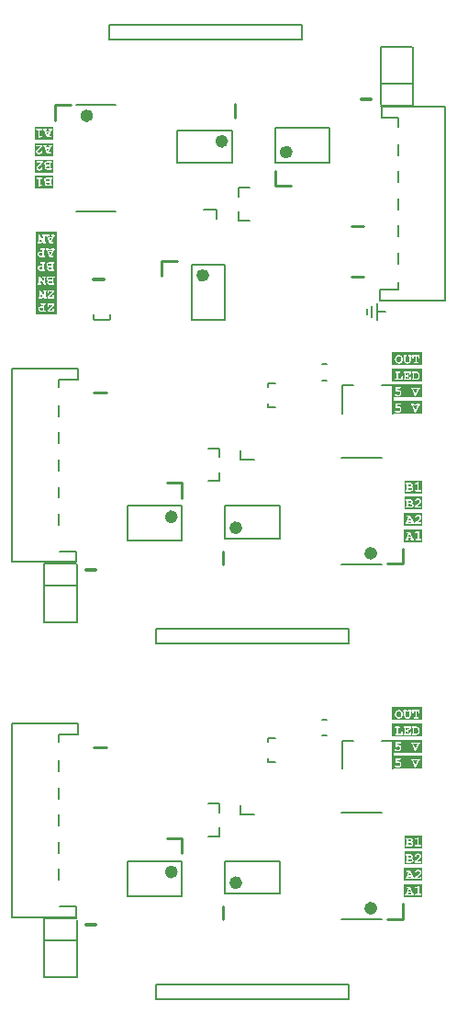
<source format=gto>
G04*
G04 #@! TF.GenerationSoftware,Altium Limited,Altium Designer,25.5.2 (35)*
G04*
G04 Layer_Color=65535*
%FSLAX44Y44*%
%MOMM*%
G71*
G04*
G04 #@! TF.SameCoordinates,62C8F6CB-47DE-4BB4-89D1-A73908D99D6D*
G04*
G04*
G04 #@! TF.FilePolarity,Positive*
G04*
G01*
G75*
%ADD31C,0.2000*%
%ADD32C,0.3000*%
%ADD38C,0.6000*%
%ADD58C,0.1270*%
%ADD59C,0.2500*%
%ADD60C,0.1500*%
G36*
X180287Y944327D02*
X163213D01*
Y956173D01*
X180287D01*
Y944327D01*
D02*
G37*
G36*
X180218Y929327D02*
X163282D01*
Y941173D01*
X180218D01*
Y929327D01*
D02*
G37*
G36*
X180003Y914327D02*
X163497D01*
Y926173D01*
X180003D01*
Y914327D01*
D02*
G37*
G36*
X180072Y899327D02*
X163428D01*
Y911173D01*
X180072D01*
Y899327D01*
D02*
G37*
G36*
X183250Y846750D02*
Y834000D01*
Y821250D01*
Y808500D01*
Y796316D01*
Y783316D01*
X163750D01*
Y796316D01*
Y808500D01*
Y821250D01*
Y834000D01*
Y846750D01*
Y859500D01*
X183250D01*
Y846750D01*
D02*
G37*
G36*
X520750Y737077D02*
X492750D01*
Y748923D01*
X520750D01*
Y737077D01*
D02*
G37*
G36*
Y722077D02*
X492750D01*
Y733923D01*
X520750D01*
Y722077D01*
D02*
G37*
G36*
Y707077D02*
X492750D01*
Y718923D01*
X520750D01*
Y707077D01*
D02*
G37*
G36*
Y692077D02*
X492750D01*
Y703923D01*
X520750D01*
Y692077D01*
D02*
G37*
G36*
X520573Y618827D02*
X503927D01*
Y630673D01*
X520573D01*
Y618827D01*
D02*
G37*
G36*
X520503Y603827D02*
X503997D01*
Y615673D01*
X520503D01*
Y603827D01*
D02*
G37*
G36*
X520718Y588827D02*
X503782D01*
Y600673D01*
X520718D01*
Y588827D01*
D02*
G37*
G36*
X520788Y573827D02*
X503713D01*
Y585673D01*
X520788D01*
Y573827D01*
D02*
G37*
G36*
X520750Y410077D02*
X492750D01*
Y421923D01*
X520750D01*
Y410077D01*
D02*
G37*
G36*
Y395077D02*
X492750D01*
Y406923D01*
X520750D01*
Y395077D01*
D02*
G37*
G36*
Y380077D02*
X492750D01*
Y391923D01*
X520750D01*
Y380077D01*
D02*
G37*
G36*
Y365077D02*
X492750D01*
Y376923D01*
X520750D01*
Y365077D01*
D02*
G37*
G36*
X520573Y291827D02*
X503927D01*
Y303673D01*
X520573D01*
Y291827D01*
D02*
G37*
G36*
X520503Y276827D02*
X503997D01*
Y288673D01*
X520503D01*
Y276827D01*
D02*
G37*
G36*
X520718Y261827D02*
X503782D01*
Y273673D01*
X520718D01*
Y261827D01*
D02*
G37*
G36*
X520788Y246827D02*
X503713D01*
Y258673D01*
X520788D01*
Y246827D01*
D02*
G37*
%LPC*%
G36*
X178483Y954535D02*
X176653D01*
X176486Y954521D01*
X176334Y954508D01*
X176223Y954480D01*
X176126Y954438D01*
X176056Y954410D01*
X176001Y954383D01*
X175973Y954369D01*
X175959Y954355D01*
X175890Y954286D01*
X175834Y954202D01*
X175807Y954119D01*
X175779Y954050D01*
X175765Y953981D01*
X175751Y953925D01*
Y953897D01*
Y953884D01*
X175765Y953773D01*
X175779Y953689D01*
X175848Y953537D01*
X175890Y953481D01*
X175931Y953440D01*
X175945Y953426D01*
X175959Y953412D01*
X176042Y953343D01*
X176153Y953301D01*
X176389Y953246D01*
X176486Y953232D01*
X176569Y953218D01*
X176971D01*
X176639Y952400D01*
X173449D01*
X173116Y953218D01*
X173435D01*
X173601Y953232D01*
X173754Y953246D01*
X173865Y953273D01*
X173962Y953315D01*
X174031Y953356D01*
X174087Y953384D01*
X174115Y953398D01*
X174128Y953412D01*
X174198Y953481D01*
X174239Y953565D01*
X174295Y953717D01*
X174309Y953786D01*
X174323Y953828D01*
Y953870D01*
Y953884D01*
X174309Y953981D01*
X174295Y954078D01*
X174226Y954230D01*
X174184Y954286D01*
X174156Y954327D01*
X174142Y954341D01*
X174128Y954355D01*
X174045Y954410D01*
X173934Y954452D01*
X173699Y954508D01*
X173601Y954521D01*
X173518Y954535D01*
X171688D01*
X171521Y954521D01*
X171369Y954508D01*
X171258Y954480D01*
X171161Y954438D01*
X171091Y954410D01*
X171036Y954383D01*
X171008Y954369D01*
X170994Y954355D01*
X170925Y954286D01*
X170869Y954202D01*
X170842Y954119D01*
X170814Y954050D01*
X170800Y953981D01*
X170786Y953925D01*
Y953884D01*
X170800Y953773D01*
X170828Y953676D01*
X170925Y953509D01*
X170980Y953440D01*
X171022Y953384D01*
X171050Y953356D01*
X171063Y953343D01*
X171133Y953301D01*
X171216Y953273D01*
X171424Y953232D01*
X171521Y953218D01*
X171688D01*
X174336Y946713D01*
X177166D01*
X177332Y946727D01*
X177485Y946741D01*
X177596Y946769D01*
X177693Y946811D01*
X177762Y946852D01*
X177817Y946880D01*
X177845Y946894D01*
X177859Y946908D01*
X177928Y946977D01*
X177970Y947060D01*
X178025Y947213D01*
X178039Y947282D01*
X178053Y947324D01*
Y947365D01*
Y947379D01*
X178039Y947476D01*
X178025Y947573D01*
X177956Y947726D01*
X177915Y947781D01*
X177887Y947823D01*
X177873Y947837D01*
X177859Y947851D01*
X177776Y947906D01*
X177665Y947948D01*
X177429Y948003D01*
X177332Y948017D01*
X177249Y948031D01*
X176306D01*
X178400Y953218D01*
X178566Y953232D01*
X178705Y953246D01*
X178830Y953273D01*
X178927Y953315D01*
X178996Y953356D01*
X179038Y953384D01*
X179066Y953398D01*
X179079Y953412D01*
X179149Y953481D01*
X179204Y953565D01*
X179232Y953634D01*
X179260Y953717D01*
X179274Y953786D01*
X179287Y953828D01*
Y953884D01*
X179274Y953981D01*
X179260Y954078D01*
X179177Y954230D01*
X179149Y954286D01*
X179107Y954327D01*
X179093Y954341D01*
X179079Y954355D01*
X178996Y954410D01*
X178885Y954452D01*
X178663Y954508D01*
X178566Y954521D01*
X178483Y954535D01*
D02*
G37*
G36*
X169177D02*
X165114D01*
X164947Y954521D01*
X164795Y954508D01*
X164684Y954480D01*
X164587Y954438D01*
X164518Y954410D01*
X164462Y954383D01*
X164434Y954369D01*
X164421Y954355D01*
X164351Y954286D01*
X164296Y954202D01*
X164268Y954119D01*
X164240Y954050D01*
X164226Y953981D01*
X164212Y953925D01*
Y953884D01*
X164226Y953773D01*
X164240Y953689D01*
X164310Y953537D01*
X164351Y953481D01*
X164393Y953440D01*
X164407Y953426D01*
X164421Y953412D01*
X164504Y953343D01*
X164615Y953301D01*
X164851Y953246D01*
X164947Y953232D01*
X165031Y953218D01*
X166445D01*
Y945965D01*
X169302Y946700D01*
X169455Y946741D01*
X169566Y946797D01*
X169677Y946838D01*
X169746Y946880D01*
X169802Y946922D01*
X169843Y946949D01*
X169857Y946963D01*
X169871Y946977D01*
X169940Y947102D01*
X169982Y947241D01*
Y947296D01*
X169996Y947352D01*
Y947393D01*
X169982Y947504D01*
X169968Y947587D01*
X169899Y947740D01*
X169871Y947795D01*
X169843Y947837D01*
X169829Y947865D01*
X169815Y947878D01*
X169746Y947948D01*
X169677Y947989D01*
X169538Y948045D01*
X169469Y948059D01*
X169427Y948073D01*
X169385D01*
X169247Y948059D01*
X169108Y948031D01*
X169053D01*
X168997Y948017D01*
X168969Y948003D01*
X168955D01*
X167763Y947698D01*
Y953218D01*
X169094D01*
X169261Y953232D01*
X169413Y953246D01*
X169538Y953273D01*
X169635Y953315D01*
X169704Y953356D01*
X169760Y953384D01*
X169788Y953398D01*
X169802Y953412D01*
X169871Y953481D01*
X169912Y953565D01*
X169968Y953717D01*
X169982Y953786D01*
X169996Y953828D01*
Y953884D01*
X169982Y953981D01*
X169968Y954078D01*
X169899Y954230D01*
X169857Y954286D01*
X169829Y954327D01*
X169815Y954341D01*
X169802Y954355D01*
X169704Y954410D01*
X169607Y954452D01*
X169372Y954508D01*
X169261Y954521D01*
X169177Y954535D01*
D02*
G37*
%LPD*%
G36*
X175044Y948461D02*
X173976Y951082D01*
X176112D01*
X175044Y948461D01*
D02*
G37*
%LPC*%
G36*
X178414Y939535D02*
X176583D01*
X176417Y939521D01*
X176264Y939508D01*
X176153Y939480D01*
X176056Y939438D01*
X175987Y939410D01*
X175931Y939383D01*
X175904Y939369D01*
X175890Y939355D01*
X175820Y939286D01*
X175765Y939202D01*
X175737Y939119D01*
X175709Y939050D01*
X175696Y938981D01*
X175682Y938925D01*
Y938897D01*
Y938884D01*
X175696Y938773D01*
X175709Y938689D01*
X175779Y938537D01*
X175820Y938481D01*
X175862Y938440D01*
X175876Y938426D01*
X175890Y938412D01*
X175973Y938343D01*
X176084Y938301D01*
X176320Y938246D01*
X176417Y938232D01*
X176500Y938218D01*
X176902D01*
X176569Y937400D01*
X173379D01*
X173047Y938218D01*
X173366D01*
X173532Y938232D01*
X173685Y938246D01*
X173796Y938273D01*
X173893Y938315D01*
X173962Y938356D01*
X174018Y938384D01*
X174045Y938398D01*
X174059Y938412D01*
X174128Y938481D01*
X174170Y938565D01*
X174226Y938717D01*
X174239Y938786D01*
X174253Y938828D01*
Y938870D01*
Y938884D01*
X174239Y938981D01*
X174226Y939078D01*
X174156Y939230D01*
X174115Y939286D01*
X174087Y939327D01*
X174073Y939341D01*
X174059Y939355D01*
X173976Y939410D01*
X173865Y939452D01*
X173629Y939508D01*
X173532Y939521D01*
X173449Y939535D01*
X171618D01*
X171452Y939521D01*
X171299Y939508D01*
X171188Y939480D01*
X171091Y939438D01*
X171022Y939410D01*
X170966Y939383D01*
X170939Y939369D01*
X170925Y939355D01*
X170856Y939286D01*
X170800Y939202D01*
X170772Y939119D01*
X170744Y939050D01*
X170731Y938981D01*
X170717Y938925D01*
Y938884D01*
X170731Y938773D01*
X170758Y938676D01*
X170856Y938509D01*
X170911Y938440D01*
X170953Y938384D01*
X170980Y938356D01*
X170994Y938343D01*
X171063Y938301D01*
X171147Y938273D01*
X171355Y938232D01*
X171452Y938218D01*
X171618D01*
X174267Y931714D01*
X177096D01*
X177263Y931727D01*
X177415Y931741D01*
X177526Y931769D01*
X177623Y931811D01*
X177693Y931852D01*
X177748Y931880D01*
X177776Y931894D01*
X177790Y931908D01*
X177859Y931977D01*
X177901Y932060D01*
X177956Y932213D01*
X177970Y932282D01*
X177984Y932324D01*
Y932365D01*
Y932379D01*
X177970Y932476D01*
X177956Y932573D01*
X177887Y932726D01*
X177845Y932781D01*
X177817Y932823D01*
X177804Y932837D01*
X177790Y932851D01*
X177707Y932906D01*
X177596Y932948D01*
X177360Y933003D01*
X177263Y933017D01*
X177180Y933031D01*
X176236D01*
X178331Y938218D01*
X178497Y938232D01*
X178636Y938246D01*
X178761Y938273D01*
X178858Y938315D01*
X178927Y938356D01*
X178969Y938384D01*
X178996Y938398D01*
X179010Y938412D01*
X179079Y938481D01*
X179135Y938565D01*
X179163Y938634D01*
X179190Y938717D01*
X179204Y938786D01*
X179218Y938828D01*
Y938884D01*
X179204Y938981D01*
X179190Y939078D01*
X179107Y939230D01*
X179079Y939286D01*
X179038Y939327D01*
X179024Y939341D01*
X179010Y939355D01*
X178927Y939410D01*
X178816Y939452D01*
X178594Y939508D01*
X178497Y939521D01*
X178414Y939535D01*
D02*
G37*
G36*
X170301D02*
X164282D01*
Y938911D01*
X164296Y938745D01*
X164310Y938606D01*
X164337Y938481D01*
X164365Y938384D01*
X164407Y938315D01*
X164434Y938273D01*
X164448Y938246D01*
X164462Y938232D01*
X164531Y938162D01*
X164615Y938107D01*
X164698Y938079D01*
X164767Y938051D01*
X164837Y938037D01*
X164892Y938024D01*
X164947D01*
X165031Y938037D01*
X165100Y938051D01*
X165253Y938121D01*
X165308Y938162D01*
X165350Y938190D01*
X165378Y938204D01*
X165391Y938218D01*
X168276D01*
X167915Y937913D01*
X167596Y937635D01*
X167305Y937372D01*
X167028Y937150D01*
X166792Y936928D01*
X166570Y936734D01*
X166376Y936568D01*
X166210Y936415D01*
X166071Y936290D01*
X165946Y936179D01*
X165849Y936082D01*
X165766Y935999D01*
X165696Y935943D01*
X165655Y935902D01*
X165641Y935888D01*
X165627Y935874D01*
X165474Y935722D01*
X165322Y935583D01*
X165197Y935444D01*
X165086Y935319D01*
X164892Y935097D01*
X164753Y934917D01*
X164642Y934779D01*
X164573Y934668D01*
X164545Y934612D01*
X164531Y934584D01*
X164448Y934404D01*
X164393Y934224D01*
X164351Y934057D01*
X164324Y933891D01*
X164310Y933752D01*
X164296Y933655D01*
Y933586D01*
Y933558D01*
X164310Y933364D01*
X164324Y933170D01*
X164365Y932989D01*
X164421Y932823D01*
X164545Y932504D01*
X164698Y932241D01*
X164851Y932019D01*
X164920Y931935D01*
X164975Y931866D01*
X165031Y931811D01*
X165058Y931755D01*
X165086Y931741D01*
X165100Y931727D01*
X165253Y931589D01*
X165419Y931478D01*
X165585Y931367D01*
X165766Y931284D01*
X166099Y931145D01*
X166432Y931062D01*
X166584Y931034D01*
X166709Y931006D01*
X166834Y930992D01*
X166945Y930978D01*
X167028Y930965D01*
X167153D01*
X167444Y930978D01*
X167721Y931020D01*
X167985Y931076D01*
X168207Y931145D01*
X168387Y931214D01*
X168526Y931270D01*
X168581Y931298D01*
X168623Y931311D01*
X168636Y931325D01*
X168650D01*
X168886Y931464D01*
X169094Y931617D01*
X169275Y931769D01*
X169427Y931922D01*
X169538Y932046D01*
X169621Y932157D01*
X169677Y932227D01*
X169690Y932254D01*
X169802Y932462D01*
X169885Y932643D01*
X169954Y932809D01*
X169996Y932948D01*
X170023Y933059D01*
X170037Y933142D01*
Y933197D01*
Y933211D01*
X170023Y933308D01*
X170009Y933392D01*
X169940Y933544D01*
X169899Y933600D01*
X169871Y933627D01*
X169857Y933655D01*
X169843Y933669D01*
X169774Y933725D01*
X169690Y933766D01*
X169538Y933822D01*
X169482Y933835D01*
X169427Y933849D01*
X169385D01*
X169219Y933835D01*
X169108Y933794D01*
X169025Y933752D01*
X168997Y933738D01*
X168942Y933683D01*
X168886Y933627D01*
X168803Y933503D01*
X168775Y933447D01*
X168748Y933392D01*
X168734Y933364D01*
Y933350D01*
X168678Y933197D01*
X168609Y933073D01*
X168553Y932948D01*
X168484Y932865D01*
X168428Y932795D01*
X168387Y932740D01*
X168359Y932712D01*
X168345Y932698D01*
X168165Y932560D01*
X167957Y932462D01*
X167763Y932379D01*
X167582Y932338D01*
X167416Y932310D01*
X167277Y932282D01*
X167167D01*
X166917Y932296D01*
X166695Y932338D01*
X166501Y932407D01*
X166334Y932462D01*
X166210Y932532D01*
X166112Y932601D01*
X166057Y932643D01*
X166043Y932657D01*
X165905Y932795D01*
X165793Y932948D01*
X165724Y933086D01*
X165669Y933225D01*
X165641Y933336D01*
X165613Y933433D01*
Y933489D01*
Y933516D01*
X165627Y933669D01*
X165669Y933808D01*
X165738Y933946D01*
X165793Y934071D01*
X165863Y934182D01*
X165932Y934265D01*
X165974Y934321D01*
X165988Y934335D01*
X166071Y934418D01*
X166154Y934515D01*
X166265Y934626D01*
X166390Y934737D01*
X166667Y935000D01*
X166972Y935292D01*
X167319Y935597D01*
X167680Y935902D01*
X168428Y936554D01*
X168789Y936859D01*
X169136Y937150D01*
X169455Y937427D01*
X169732Y937663D01*
X169857Y937760D01*
X169968Y937857D01*
X170065Y937941D01*
X170148Y938010D01*
X170217Y938065D01*
X170259Y938107D01*
X170287Y938121D01*
X170301Y938135D01*
Y939535D01*
D02*
G37*
%LPD*%
G36*
X174974Y933461D02*
X173906Y936082D01*
X176042D01*
X174974Y933461D01*
D02*
G37*
%LPC*%
G36*
X178185Y924535D02*
X174219D01*
X173955Y924521D01*
X173733Y924508D01*
X173525Y924480D01*
X173345Y924452D01*
X173206Y924424D01*
X173109Y924397D01*
X173054Y924369D01*
X173026D01*
X172846Y924300D01*
X172693Y924230D01*
X172554Y924161D01*
X172443Y924078D01*
X172346Y924022D01*
X172277Y923967D01*
X172235Y923939D01*
X172222Y923925D01*
X172055Y923759D01*
X171916Y923592D01*
X171875Y923523D01*
X171833Y923467D01*
X171819Y923426D01*
X171805Y923412D01*
X171722Y923246D01*
X171667Y923079D01*
X171625Y922927D01*
X171597Y922788D01*
X171584Y922663D01*
X171570Y922566D01*
Y922483D01*
X171584Y922247D01*
X171625Y922039D01*
X171667Y921845D01*
X171722Y921678D01*
X171792Y921540D01*
X171833Y921429D01*
X171875Y921373D01*
X171889Y921346D01*
X172013Y921165D01*
X172166Y920999D01*
X172319Y920846D01*
X172471Y920722D01*
X172610Y920611D01*
X172721Y920541D01*
X172790Y920486D01*
X172804Y920472D01*
X172818D01*
X172707Y920347D01*
X172596Y920222D01*
X172513Y920111D01*
X172443Y920000D01*
X172388Y919917D01*
X172346Y919848D01*
X172332Y919792D01*
X172319Y919779D01*
X172263Y919626D01*
X172208Y919487D01*
X172180Y919349D01*
X172166Y919224D01*
X172152Y919113D01*
X172138Y919030D01*
Y918974D01*
Y918960D01*
X172152Y918794D01*
X172166Y918627D01*
X172249Y918322D01*
X172374Y918059D01*
X172499Y917823D01*
X172638Y917643D01*
X172762Y917490D01*
X172804Y917449D01*
X172846Y917407D01*
X172859Y917393D01*
X172873Y917379D01*
X173012Y917268D01*
X173165Y917157D01*
X173470Y916991D01*
X173789Y916880D01*
X174094Y916797D01*
X174371Y916741D01*
X174482Y916727D01*
X174593D01*
X174676Y916714D01*
X178102D01*
X178268Y916727D01*
X178421Y916741D01*
X178545Y916769D01*
X178643Y916811D01*
X178712Y916852D01*
X178767Y916880D01*
X178795Y916894D01*
X178809Y916908D01*
X178878Y916977D01*
X178920Y917060D01*
X178975Y917213D01*
X178989Y917282D01*
X179003Y917324D01*
Y917379D01*
X178989Y917476D01*
X178975Y917573D01*
X178906Y917726D01*
X178864Y917781D01*
X178837Y917823D01*
X178823Y917837D01*
X178809Y917851D01*
X178712Y917906D01*
X178615Y917948D01*
X178379Y918003D01*
X178268Y918017D01*
X178185Y918031D01*
X177894D01*
Y923218D01*
X178102D01*
X178268Y923232D01*
X178421Y923246D01*
X178545Y923273D01*
X178643Y923315D01*
X178712Y923356D01*
X178767Y923384D01*
X178795Y923398D01*
X178809Y923412D01*
X178878Y923481D01*
X178920Y923565D01*
X178975Y923717D01*
X178989Y923786D01*
X179003Y923828D01*
Y923884D01*
X178989Y923981D01*
X178975Y924078D01*
X178906Y924230D01*
X178864Y924286D01*
X178837Y924327D01*
X178823Y924341D01*
X178809Y924355D01*
X178712Y924410D01*
X178615Y924452D01*
X178379Y924508D01*
X178268Y924521D01*
X178185Y924535D01*
D02*
G37*
G36*
X170516D02*
X164497D01*
Y923911D01*
X164511Y923745D01*
X164525Y923606D01*
X164552Y923481D01*
X164580Y923384D01*
X164622Y923315D01*
X164649Y923273D01*
X164663Y923246D01*
X164677Y923232D01*
X164746Y923162D01*
X164830Y923107D01*
X164913Y923079D01*
X164982Y923051D01*
X165052Y923037D01*
X165107Y923024D01*
X165163D01*
X165246Y923037D01*
X165315Y923051D01*
X165468Y923121D01*
X165523Y923162D01*
X165565Y923190D01*
X165592Y923204D01*
X165606Y923218D01*
X168491D01*
X168130Y922913D01*
X167811Y922635D01*
X167520Y922372D01*
X167243Y922150D01*
X167007Y921928D01*
X166785Y921734D01*
X166591Y921568D01*
X166425Y921415D01*
X166286Y921290D01*
X166161Y921179D01*
X166064Y921082D01*
X165981Y920999D01*
X165911Y920943D01*
X165870Y920902D01*
X165856Y920888D01*
X165842Y920874D01*
X165690Y920722D01*
X165537Y920583D01*
X165412Y920444D01*
X165301Y920319D01*
X165107Y920097D01*
X164968Y919917D01*
X164857Y919779D01*
X164788Y919668D01*
X164760Y919612D01*
X164746Y919584D01*
X164663Y919404D01*
X164608Y919224D01*
X164566Y919057D01*
X164538Y918891D01*
X164525Y918752D01*
X164511Y918655D01*
Y918586D01*
Y918558D01*
X164525Y918364D01*
X164538Y918170D01*
X164580Y917990D01*
X164636Y917823D01*
X164760Y917504D01*
X164913Y917241D01*
X165065Y917019D01*
X165135Y916936D01*
X165190Y916866D01*
X165246Y916811D01*
X165273Y916755D01*
X165301Y916741D01*
X165315Y916727D01*
X165468Y916589D01*
X165634Y916478D01*
X165800Y916367D01*
X165981Y916284D01*
X166314Y916145D01*
X166646Y916062D01*
X166799Y916034D01*
X166924Y916006D01*
X167049Y915992D01*
X167160Y915978D01*
X167243Y915965D01*
X167368D01*
X167659Y915978D01*
X167936Y916020D01*
X168200Y916076D01*
X168422Y916145D01*
X168602Y916214D01*
X168741Y916270D01*
X168796Y916298D01*
X168838Y916311D01*
X168852Y916325D01*
X168865D01*
X169101Y916464D01*
X169309Y916617D01*
X169489Y916769D01*
X169642Y916922D01*
X169753Y917046D01*
X169836Y917157D01*
X169892Y917227D01*
X169905Y917254D01*
X170016Y917462D01*
X170100Y917643D01*
X170169Y917809D01*
X170211Y917948D01*
X170238Y918059D01*
X170252Y918142D01*
Y918197D01*
Y918211D01*
X170238Y918308D01*
X170224Y918392D01*
X170155Y918544D01*
X170114Y918600D01*
X170086Y918627D01*
X170072Y918655D01*
X170058Y918669D01*
X169989Y918725D01*
X169905Y918766D01*
X169753Y918822D01*
X169697Y918835D01*
X169642Y918849D01*
X169600D01*
X169434Y918835D01*
X169323Y918794D01*
X169240Y918752D01*
X169212Y918738D01*
X169157Y918683D01*
X169101Y918627D01*
X169018Y918503D01*
X168990Y918447D01*
X168962Y918392D01*
X168949Y918364D01*
Y918350D01*
X168893Y918197D01*
X168824Y918073D01*
X168768Y917948D01*
X168699Y917865D01*
X168643Y917795D01*
X168602Y917740D01*
X168574Y917712D01*
X168560Y917698D01*
X168380Y917560D01*
X168172Y917462D01*
X167978Y917379D01*
X167798Y917338D01*
X167631Y917310D01*
X167492Y917282D01*
X167381D01*
X167132Y917296D01*
X166910Y917338D01*
X166716Y917407D01*
X166549Y917462D01*
X166425Y917532D01*
X166327Y917601D01*
X166272Y917643D01*
X166258Y917657D01*
X166119Y917795D01*
X166008Y917948D01*
X165939Y918086D01*
X165884Y918225D01*
X165856Y918336D01*
X165828Y918433D01*
Y918489D01*
Y918516D01*
X165842Y918669D01*
X165884Y918808D01*
X165953Y918946D01*
X166008Y919071D01*
X166078Y919182D01*
X166147Y919265D01*
X166189Y919321D01*
X166203Y919335D01*
X166286Y919418D01*
X166369Y919515D01*
X166480Y919626D01*
X166605Y919737D01*
X166882Y920000D01*
X167187Y920292D01*
X167534Y920597D01*
X167895Y920902D01*
X168643Y921554D01*
X169004Y921859D01*
X169351Y922150D01*
X169670Y922427D01*
X169947Y922663D01*
X170072Y922760D01*
X170183Y922857D01*
X170280Y922941D01*
X170363Y923010D01*
X170432Y923065D01*
X170474Y923107D01*
X170502Y923121D01*
X170516Y923135D01*
Y924535D01*
D02*
G37*
%LPD*%
G36*
X176576Y921290D02*
X174829D01*
X174496Y921304D01*
X174205Y921346D01*
X173955Y921415D01*
X173747Y921484D01*
X173594Y921554D01*
X173484Y921623D01*
X173414Y921665D01*
X173386Y921678D01*
X173220Y921817D01*
X173095Y921970D01*
X173012Y922094D01*
X172943Y922219D01*
X172915Y922316D01*
X172901Y922400D01*
X172887Y922455D01*
Y922469D01*
X172901Y922580D01*
X172929Y922691D01*
X172970Y922774D01*
X173012Y922843D01*
X173067Y922913D01*
X173109Y922954D01*
X173137Y922968D01*
X173151Y922982D01*
X173289Y923065D01*
X173470Y923121D01*
X173650Y923162D01*
X173844Y923190D01*
X174011Y923204D01*
X174163Y923218D01*
X176576D01*
Y921290D01*
D02*
G37*
G36*
Y918031D02*
X174843D01*
X174593Y918045D01*
X174371Y918073D01*
X174191Y918114D01*
X174038Y918170D01*
X173927Y918225D01*
X173858Y918267D01*
X173803Y918295D01*
X173789Y918308D01*
X173678Y918406D01*
X173594Y918516D01*
X173539Y918614D01*
X173497Y918711D01*
X173470Y918794D01*
X173456Y918863D01*
Y918905D01*
Y918919D01*
X173470Y919057D01*
X173511Y919196D01*
X173567Y919307D01*
X173636Y919404D01*
X173705Y919473D01*
X173761Y919543D01*
X173803Y919570D01*
X173816Y919584D01*
X174024Y919709D01*
X174232Y919806D01*
X174454Y919876D01*
X174662Y919917D01*
X174843Y919945D01*
X174981Y919973D01*
X176576D01*
Y918031D01*
D02*
G37*
%LPC*%
G36*
X178254Y909535D02*
X174288D01*
X174024Y909521D01*
X173803Y909508D01*
X173594Y909480D01*
X173414Y909452D01*
X173276Y909424D01*
X173178Y909397D01*
X173123Y909369D01*
X173095D01*
X172915Y909300D01*
X172762Y909230D01*
X172624Y909161D01*
X172513Y909078D01*
X172416Y909022D01*
X172346Y908967D01*
X172305Y908939D01*
X172291Y908925D01*
X172124Y908759D01*
X171986Y908592D01*
X171944Y908523D01*
X171903Y908467D01*
X171889Y908426D01*
X171875Y908412D01*
X171792Y908246D01*
X171736Y908079D01*
X171695Y907927D01*
X171667Y907788D01*
X171653Y907663D01*
X171639Y907566D01*
Y907483D01*
X171653Y907247D01*
X171695Y907039D01*
X171736Y906845D01*
X171792Y906678D01*
X171861Y906540D01*
X171903Y906429D01*
X171944Y906373D01*
X171958Y906346D01*
X172083Y906165D01*
X172235Y905999D01*
X172388Y905846D01*
X172540Y905722D01*
X172679Y905611D01*
X172790Y905541D01*
X172859Y905486D01*
X172873Y905472D01*
X172887D01*
X172776Y905347D01*
X172665Y905222D01*
X172582Y905111D01*
X172513Y905000D01*
X172457Y904917D01*
X172416Y904848D01*
X172402Y904792D01*
X172388Y904779D01*
X172332Y904626D01*
X172277Y904487D01*
X172249Y904349D01*
X172235Y904224D01*
X172222Y904113D01*
X172208Y904030D01*
Y903974D01*
Y903960D01*
X172222Y903794D01*
X172235Y903627D01*
X172319Y903322D01*
X172443Y903059D01*
X172568Y902823D01*
X172707Y902643D01*
X172832Y902490D01*
X172873Y902449D01*
X172915Y902407D01*
X172929Y902393D01*
X172943Y902379D01*
X173081Y902268D01*
X173234Y902157D01*
X173539Y901991D01*
X173858Y901880D01*
X174163Y901797D01*
X174440Y901741D01*
X174551Y901727D01*
X174662D01*
X174746Y901714D01*
X178171D01*
X178337Y901727D01*
X178490Y901741D01*
X178615Y901769D01*
X178712Y901811D01*
X178781Y901852D01*
X178837Y901880D01*
X178864Y901894D01*
X178878Y901908D01*
X178948Y901977D01*
X178989Y902060D01*
X179045Y902213D01*
X179059Y902282D01*
X179072Y902324D01*
Y902379D01*
X179059Y902476D01*
X179045Y902573D01*
X178975Y902726D01*
X178934Y902781D01*
X178906Y902823D01*
X178892Y902837D01*
X178878Y902851D01*
X178781Y902906D01*
X178684Y902948D01*
X178448Y903003D01*
X178337Y903017D01*
X178254Y903031D01*
X177963D01*
Y908218D01*
X178171D01*
X178337Y908232D01*
X178490Y908246D01*
X178615Y908273D01*
X178712Y908315D01*
X178781Y908356D01*
X178837Y908384D01*
X178864Y908398D01*
X178878Y908412D01*
X178948Y908481D01*
X178989Y908565D01*
X179045Y908717D01*
X179059Y908786D01*
X179072Y908828D01*
Y908884D01*
X179059Y908981D01*
X179045Y909078D01*
X178975Y909230D01*
X178934Y909286D01*
X178906Y909327D01*
X178892Y909341D01*
X178878Y909355D01*
X178781Y909410D01*
X178684Y909452D01*
X178448Y909508D01*
X178337Y909521D01*
X178254Y909535D01*
D02*
G37*
G36*
X169392D02*
X165329D01*
X165163Y909521D01*
X165010Y909508D01*
X164899Y909480D01*
X164802Y909438D01*
X164733Y909410D01*
X164677Y909383D01*
X164649Y909369D01*
X164636Y909355D01*
X164566Y909286D01*
X164511Y909202D01*
X164483Y909119D01*
X164455Y909050D01*
X164441Y908981D01*
X164428Y908925D01*
Y908884D01*
X164441Y908773D01*
X164455Y908689D01*
X164525Y908537D01*
X164566Y908481D01*
X164608Y908440D01*
X164622Y908426D01*
X164636Y908412D01*
X164719Y908343D01*
X164830Y908301D01*
X165065Y908246D01*
X165163Y908232D01*
X165246Y908218D01*
X166660D01*
Y900965D01*
X169517Y901700D01*
X169670Y901741D01*
X169781Y901797D01*
X169892Y901838D01*
X169961Y901880D01*
X170016Y901922D01*
X170058Y901949D01*
X170072Y901963D01*
X170086Y901977D01*
X170155Y902102D01*
X170197Y902241D01*
Y902296D01*
X170211Y902352D01*
Y902393D01*
X170197Y902504D01*
X170183Y902587D01*
X170114Y902740D01*
X170086Y902795D01*
X170058Y902837D01*
X170044Y902865D01*
X170030Y902878D01*
X169961Y902948D01*
X169892Y902990D01*
X169753Y903045D01*
X169684Y903059D01*
X169642Y903073D01*
X169600D01*
X169462Y903059D01*
X169323Y903031D01*
X169268D01*
X169212Y903017D01*
X169184Y903003D01*
X169170D01*
X167978Y902698D01*
Y908218D01*
X169309D01*
X169476Y908232D01*
X169628Y908246D01*
X169753Y908273D01*
X169850Y908315D01*
X169919Y908356D01*
X169975Y908384D01*
X170003Y908398D01*
X170016Y908412D01*
X170086Y908481D01*
X170127Y908565D01*
X170183Y908717D01*
X170197Y908786D01*
X170211Y908828D01*
Y908884D01*
X170197Y908981D01*
X170183Y909078D01*
X170114Y909230D01*
X170072Y909286D01*
X170044Y909327D01*
X170030Y909341D01*
X170016Y909355D01*
X169919Y909410D01*
X169822Y909452D01*
X169587Y909508D01*
X169476Y909521D01*
X169392Y909535D01*
D02*
G37*
%LPD*%
G36*
X176646Y906290D02*
X174898D01*
X174565Y906304D01*
X174274Y906346D01*
X174024Y906415D01*
X173816Y906484D01*
X173664Y906554D01*
X173553Y906623D01*
X173484Y906665D01*
X173456Y906678D01*
X173289Y906817D01*
X173165Y906970D01*
X173081Y907094D01*
X173012Y907219D01*
X172984Y907316D01*
X172970Y907400D01*
X172957Y907455D01*
Y907469D01*
X172970Y907580D01*
X172998Y907691D01*
X173040Y907774D01*
X173081Y907843D01*
X173137Y907913D01*
X173178Y907954D01*
X173206Y907968D01*
X173220Y907982D01*
X173359Y908065D01*
X173539Y908121D01*
X173719Y908162D01*
X173913Y908190D01*
X174080Y908204D01*
X174232Y908218D01*
X176646D01*
Y906290D01*
D02*
G37*
G36*
Y903031D02*
X174912D01*
X174662Y903045D01*
X174440Y903073D01*
X174260Y903114D01*
X174108Y903170D01*
X173997Y903225D01*
X173927Y903267D01*
X173872Y903295D01*
X173858Y903308D01*
X173747Y903406D01*
X173664Y903516D01*
X173608Y903614D01*
X173567Y903711D01*
X173539Y903794D01*
X173525Y903863D01*
Y903905D01*
Y903919D01*
X173539Y904057D01*
X173581Y904196D01*
X173636Y904307D01*
X173705Y904404D01*
X173775Y904473D01*
X173830Y904543D01*
X173872Y904570D01*
X173886Y904584D01*
X174094Y904709D01*
X174302Y904806D01*
X174524Y904876D01*
X174732Y904917D01*
X174912Y904945D01*
X175051Y904973D01*
X176646D01*
Y903031D01*
D02*
G37*
%LPC*%
G36*
X180760Y856911D02*
X178930D01*
X178763Y856897D01*
X178610Y856883D01*
X178500Y856855D01*
X178403Y856814D01*
X178333Y856786D01*
X178278Y856758D01*
X178250Y856745D01*
X178236Y856731D01*
X178167Y856661D01*
X178111Y856578D01*
X178083Y856495D01*
X178056Y856425D01*
X178042Y856356D01*
X178028Y856301D01*
Y856273D01*
Y856259D01*
X178042Y856148D01*
X178056Y856065D01*
X178125Y855912D01*
X178167Y855857D01*
X178208Y855815D01*
X178222Y855801D01*
X178236Y855788D01*
X178319Y855718D01*
X178430Y855677D01*
X178666Y855621D01*
X178763Y855607D01*
X178846Y855593D01*
X179249D01*
X178916Y854775D01*
X175726D01*
X175393Y855593D01*
X175712D01*
X175878Y855607D01*
X176031Y855621D01*
X176142Y855649D01*
X176239Y855691D01*
X176308Y855732D01*
X176364Y855760D01*
X176392Y855774D01*
X176405Y855788D01*
X176475Y855857D01*
X176516Y855940D01*
X176572Y856093D01*
X176586Y856162D01*
X176600Y856204D01*
Y856245D01*
Y856259D01*
X176586Y856356D01*
X176572Y856453D01*
X176502Y856606D01*
X176461Y856661D01*
X176433Y856703D01*
X176419Y856717D01*
X176405Y856731D01*
X176322Y856786D01*
X176211Y856828D01*
X175975Y856883D01*
X175878Y856897D01*
X175795Y856911D01*
X173965D01*
X173798Y856897D01*
X173646Y856883D01*
X173535Y856855D01*
X173493Y856838D01*
X173438Y856814D01*
X173368Y856786D01*
X173313Y856758D01*
X173285Y856745D01*
X173271Y856731D01*
X173202Y856661D01*
X173176Y856622D01*
X173146Y856661D01*
X173119Y856703D01*
X173105Y856717D01*
X173091Y856731D01*
X172994Y856786D01*
X172897Y856828D01*
X172661Y856883D01*
X172550Y856897D01*
X172467Y856911D01*
X170595D01*
X170428Y856897D01*
X170276Y856883D01*
X170165Y856855D01*
X170068Y856814D01*
X169998Y856786D01*
X169943Y856758D01*
X169915Y856745D01*
X169901Y856731D01*
X169832Y856661D01*
X169776Y856578D01*
X169749Y856495D01*
X169721Y856425D01*
X169707Y856356D01*
X169693Y856301D01*
Y856273D01*
Y856259D01*
X169707Y856148D01*
X169721Y856065D01*
X169790Y855912D01*
X169832Y855857D01*
X169873Y855815D01*
X169887Y855801D01*
X169901Y855788D01*
X169984Y855718D01*
X170095Y855677D01*
X170331Y855621D01*
X170428Y855607D01*
X170511Y855593D01*
X171066D01*
Y851599D01*
X167627Y856911D01*
X166337D01*
Y850407D01*
X166171Y850393D01*
X166018Y850379D01*
X165907Y850351D01*
X165810Y850310D01*
X165741Y850282D01*
X165685Y850254D01*
X165657Y850240D01*
X165644Y850226D01*
X165574Y850157D01*
X165519Y850074D01*
X165491Y849991D01*
X165463Y849921D01*
X165449Y849852D01*
X165436Y849796D01*
Y849755D01*
X165449Y849644D01*
X165463Y849561D01*
X165533Y849408D01*
X165574Y849353D01*
X165616Y849311D01*
X165630Y849297D01*
X165644Y849283D01*
X165727Y849214D01*
X165838Y849172D01*
X166073Y849117D01*
X166171Y849103D01*
X166254Y849089D01*
X168126D01*
X168292Y849103D01*
X168445Y849117D01*
X168570Y849145D01*
X168667Y849186D01*
X168736Y849228D01*
X168792Y849256D01*
X168819Y849269D01*
X168833Y849283D01*
X168903Y849353D01*
X168944Y849436D01*
X169000Y849588D01*
X169014Y849658D01*
X169027Y849699D01*
Y849741D01*
Y849755D01*
X169014Y849852D01*
X169000Y849949D01*
X168930Y850101D01*
X168889Y850157D01*
X168861Y850199D01*
X168847Y850212D01*
X168833Y850226D01*
X168736Y850282D01*
X168639Y850323D01*
X168403Y850379D01*
X168292Y850393D01*
X168209Y850407D01*
X167654D01*
Y854401D01*
X171094Y849089D01*
X172592D01*
X172758Y849103D01*
X172911Y849117D01*
X173035Y849145D01*
X173132Y849186D01*
X173202Y849228D01*
X173257Y849256D01*
X173285Y849269D01*
X173299Y849283D01*
X173368Y849353D01*
X173410Y849436D01*
X173465Y849588D01*
X173479Y849658D01*
X173493Y849699D01*
Y849741D01*
Y849755D01*
X173479Y849852D01*
X173465Y849949D01*
X173396Y850101D01*
X173354Y850157D01*
X173327Y850199D01*
X173313Y850212D01*
X173299Y850226D01*
X173202Y850282D01*
X173105Y850323D01*
X172869Y850379D01*
X172758Y850393D01*
X172675Y850407D01*
X172384D01*
Y855593D01*
X172550Y855607D01*
X172703Y855621D01*
X172827Y855649D01*
X172924Y855691D01*
X172994Y855732D01*
X173049Y855760D01*
X173077Y855774D01*
X173091Y855788D01*
X173160Y855857D01*
X173187Y855910D01*
X173202Y855885D01*
X173257Y855815D01*
X173299Y855760D01*
X173327Y855732D01*
X173340Y855718D01*
X173410Y855677D01*
X173493Y855649D01*
X173701Y855607D01*
X173798Y855593D01*
X173965D01*
X176614Y849089D01*
X179443D01*
X179609Y849103D01*
X179762Y849117D01*
X179872Y849145D01*
X179970Y849186D01*
X180039Y849228D01*
X180094Y849256D01*
X180122Y849269D01*
X180136Y849283D01*
X180205Y849353D01*
X180247Y849436D01*
X180303Y849588D01*
X180316Y849658D01*
X180330Y849699D01*
Y849741D01*
Y849755D01*
X180316Y849852D01*
X180303Y849949D01*
X180233Y850101D01*
X180191Y850157D01*
X180164Y850199D01*
X180150Y850212D01*
X180136Y850226D01*
X180053Y850282D01*
X179942Y850323D01*
X179706Y850379D01*
X179609Y850393D01*
X179526Y850407D01*
X178583D01*
X180677Y855593D01*
X180843Y855607D01*
X180982Y855621D01*
X181107Y855649D01*
X181204Y855691D01*
X181273Y855732D01*
X181315Y855760D01*
X181343Y855774D01*
X181357Y855788D01*
X181426Y855857D01*
X181481Y855940D01*
X181509Y856009D01*
X181537Y856093D01*
X181551Y856162D01*
X181565Y856204D01*
Y856259D01*
X181551Y856356D01*
X181537Y856453D01*
X181453Y856606D01*
X181426Y856661D01*
X181384Y856703D01*
X181370Y856717D01*
X181357Y856731D01*
X181273Y856786D01*
X181162Y856828D01*
X180940Y856883D01*
X180843Y856897D01*
X180760Y856911D01*
D02*
G37*
G36*
X180614Y844161D02*
X178784D01*
X178617Y844147D01*
X178465Y844133D01*
X178354Y844105D01*
X178257Y844064D01*
X178188Y844036D01*
X178132Y844008D01*
X178104Y843995D01*
X178090Y843981D01*
X178021Y843911D01*
X177966Y843828D01*
X177938Y843745D01*
X177910Y843676D01*
X177896Y843606D01*
X177882Y843551D01*
Y843523D01*
Y843509D01*
X177896Y843398D01*
X177910Y843315D01*
X177980Y843162D01*
X178021Y843107D01*
X178063Y843065D01*
X178077Y843051D01*
X178090Y843037D01*
X178174Y842968D01*
X178285Y842927D01*
X178520Y842871D01*
X178617Y842857D01*
X178701Y842843D01*
X179103D01*
X178770Y842025D01*
X175580D01*
X175247Y842843D01*
X175566D01*
X175733Y842857D01*
X175885Y842871D01*
X175996Y842899D01*
X176093Y842941D01*
X176163Y842982D01*
X176218Y843010D01*
X176246Y843024D01*
X176260Y843037D01*
X176329Y843107D01*
X176371Y843190D01*
X176426Y843343D01*
X176440Y843412D01*
X176454Y843454D01*
Y843495D01*
Y843509D01*
X176440Y843606D01*
X176426Y843703D01*
X176357Y843856D01*
X176315Y843911D01*
X176288Y843953D01*
X176274Y843967D01*
X176260Y843981D01*
X176177Y844036D01*
X176066Y844078D01*
X175830Y844133D01*
X175733Y844147D01*
X175650Y844161D01*
X173819D01*
X173653Y844147D01*
X173500Y844133D01*
X173389Y844105D01*
X173292Y844064D01*
X173223Y844036D01*
X173167Y844008D01*
X173139Y843995D01*
X173126Y843981D01*
X173056Y843911D01*
X173001Y843828D01*
X172973Y843745D01*
X172945Y843676D01*
X172931Y843606D01*
X172917Y843551D01*
Y843509D01*
X172931Y843398D01*
X172959Y843301D01*
X173056Y843135D01*
X173112Y843065D01*
X173153Y843010D01*
X173181Y842982D01*
X173195Y842968D01*
X173264Y842927D01*
X173347Y842899D01*
X173556Y842857D01*
X173653Y842843D01*
X173819D01*
X176468Y836339D01*
X179297D01*
X179463Y836353D01*
X179616Y836367D01*
X179727Y836395D01*
X179824Y836436D01*
X179893Y836478D01*
X179949Y836506D01*
X179977Y836519D01*
X179990Y836533D01*
X180060Y836603D01*
X180101Y836686D01*
X180157Y836838D01*
X180171Y836908D01*
X180185Y836949D01*
Y836991D01*
Y837005D01*
X180171Y837102D01*
X180157Y837199D01*
X180088Y837352D01*
X180046Y837407D01*
X180018Y837449D01*
X180004Y837462D01*
X179990Y837476D01*
X179907Y837532D01*
X179796Y837573D01*
X179561Y837629D01*
X179463Y837643D01*
X179380Y837657D01*
X178437D01*
X180531Y842843D01*
X180698Y842857D01*
X180836Y842871D01*
X180961Y842899D01*
X181058Y842941D01*
X181128Y842982D01*
X181169Y843010D01*
X181197Y843024D01*
X181211Y843037D01*
X181280Y843107D01*
X181336Y843190D01*
X181363Y843259D01*
X181391Y843343D01*
X181405Y843412D01*
X181419Y843454D01*
Y843509D01*
X181405Y843606D01*
X181391Y843703D01*
X181308Y843856D01*
X181280Y843911D01*
X181239Y843953D01*
X181225Y843967D01*
X181211Y843981D01*
X181128Y844036D01*
X181017Y844078D01*
X180795Y844133D01*
X180698Y844147D01*
X180614Y844161D01*
D02*
G37*
G36*
X171628D02*
X168688D01*
X168521Y844147D01*
X168369Y844133D01*
X168258Y844105D01*
X168161Y844064D01*
X168091Y844036D01*
X168036Y844008D01*
X168008Y843995D01*
X167994Y843981D01*
X167925Y843911D01*
X167869Y843828D01*
X167842Y843745D01*
X167814Y843676D01*
X167800Y843606D01*
X167786Y843551D01*
Y843523D01*
Y843509D01*
X167800Y843398D01*
X167814Y843315D01*
X167883Y843162D01*
X167925Y843107D01*
X167966Y843065D01*
X167980Y843051D01*
X167994Y843037D01*
X168078Y842968D01*
X168188Y842927D01*
X168424Y842871D01*
X168521Y842857D01*
X168605Y842843D01*
X170019D01*
Y841484D01*
X168771D01*
X168480Y841470D01*
X168230Y841457D01*
X168008Y841429D01*
X167828Y841387D01*
X167675Y841359D01*
X167564Y841332D01*
X167509Y841318D01*
X167481Y841304D01*
X167301Y841221D01*
X167120Y841138D01*
X166954Y841040D01*
X166815Y840943D01*
X166691Y840860D01*
X166607Y840791D01*
X166538Y840749D01*
X166524Y840735D01*
X166358Y840597D01*
X166219Y840444D01*
X166108Y840319D01*
X166011Y840194D01*
X165942Y840097D01*
X165900Y840028D01*
X165872Y839973D01*
X165858Y839959D01*
X165761Y839765D01*
X165692Y839570D01*
X165651Y839390D01*
X165609Y839224D01*
X165595Y839071D01*
X165581Y838960D01*
Y838863D01*
X165595Y838669D01*
X165609Y838489D01*
X165651Y838308D01*
X165706Y838142D01*
X165831Y837837D01*
X165970Y837573D01*
X166122Y837365D01*
X166191Y837282D01*
X166247Y837199D01*
X166302Y837143D01*
X166344Y837102D01*
X166358Y837088D01*
X166372Y837074D01*
X166524Y836949D01*
X166691Y836824D01*
X166857Y836727D01*
X167037Y836644D01*
X167398Y836519D01*
X167731Y836436D01*
X167897Y836395D01*
X168036Y836381D01*
X168174Y836367D01*
X168286Y836353D01*
X168383Y836339D01*
X171545D01*
X171711Y836353D01*
X171863Y836367D01*
X171988Y836395D01*
X172085Y836436D01*
X172155Y836478D01*
X172210Y836506D01*
X172238Y836519D01*
X172252Y836533D01*
X172321Y836603D01*
X172363Y836686D01*
X172418Y836838D01*
X172432Y836908D01*
X172446Y836949D01*
Y837005D01*
X172432Y837102D01*
X172418Y837199D01*
X172349Y837352D01*
X172307Y837407D01*
X172280Y837449D01*
X172266Y837462D01*
X172252Y837476D01*
X172155Y837532D01*
X172058Y837573D01*
X171822Y837629D01*
X171711Y837643D01*
X171628Y837657D01*
X171336D01*
Y842843D01*
X171545D01*
X171711Y842857D01*
X171863Y842871D01*
X171988Y842899D01*
X172085Y842941D01*
X172155Y842982D01*
X172210Y843010D01*
X172238Y843024D01*
X172252Y843037D01*
X172321Y843107D01*
X172363Y843190D01*
X172418Y843343D01*
X172432Y843412D01*
X172446Y843454D01*
Y843509D01*
X172432Y843606D01*
X172418Y843703D01*
X172349Y843856D01*
X172307Y843911D01*
X172280Y843953D01*
X172266Y843967D01*
X172252Y843981D01*
X172155Y844036D01*
X172058Y844078D01*
X171822Y844133D01*
X171711Y844147D01*
X171628Y844161D01*
D02*
G37*
G36*
X180386Y831411D02*
X176419D01*
X176156Y831397D01*
X175934Y831383D01*
X175726Y831355D01*
X175546Y831328D01*
X175407Y831300D01*
X175310Y831272D01*
X175254Y831245D01*
X175227D01*
X175046Y831175D01*
X174894Y831106D01*
X174755Y831036D01*
X174644Y830953D01*
X174547Y830898D01*
X174478Y830842D01*
X174436Y830815D01*
X174422Y830801D01*
X174256Y830634D01*
X174117Y830468D01*
X174076Y830398D01*
X174034Y830343D01*
X174020Y830301D01*
X174006Y830287D01*
X173923Y830121D01*
X173867Y829955D01*
X173826Y829802D01*
X173798Y829663D01*
X173784Y829539D01*
X173770Y829442D01*
Y829358D01*
X173784Y829123D01*
X173826Y828915D01*
X173867Y828720D01*
X173923Y828554D01*
X173992Y828415D01*
X174034Y828304D01*
X174076Y828249D01*
X174089Y828221D01*
X174214Y828041D01*
X174367Y827874D01*
X174519Y827722D01*
X174672Y827597D01*
X174811Y827486D01*
X174921Y827417D01*
X174991Y827361D01*
X175005Y827347D01*
X175019D01*
X174908Y827223D01*
X174797Y827098D01*
X174713Y826987D01*
X174644Y826876D01*
X174589Y826793D01*
X174547Y826723D01*
X174533Y826668D01*
X174519Y826654D01*
X174464Y826501D01*
X174408Y826363D01*
X174381Y826224D01*
X174367Y826099D01*
X174353Y825988D01*
X174339Y825905D01*
Y825850D01*
Y825836D01*
X174353Y825669D01*
X174367Y825503D01*
X174450Y825198D01*
X174575Y824934D01*
X174700Y824699D01*
X174838Y824518D01*
X174963Y824366D01*
X175005Y824324D01*
X175046Y824283D01*
X175060Y824269D01*
X175074Y824255D01*
X175213Y824144D01*
X175365Y824033D01*
X175670Y823867D01*
X175989Y823755D01*
X176294Y823672D01*
X176572Y823617D01*
X176683Y823603D01*
X176794D01*
X176877Y823589D01*
X180303D01*
X180469Y823603D01*
X180621Y823617D01*
X180746Y823645D01*
X180843Y823686D01*
X180913Y823728D01*
X180968Y823755D01*
X180996Y823769D01*
X181010Y823783D01*
X181079Y823853D01*
X181121Y823936D01*
X181176Y824088D01*
X181190Y824158D01*
X181204Y824199D01*
Y824255D01*
X181190Y824352D01*
X181176Y824449D01*
X181107Y824602D01*
X181065Y824657D01*
X181038Y824699D01*
X181024Y824712D01*
X181010Y824726D01*
X180913Y824782D01*
X180816Y824823D01*
X180580Y824879D01*
X180469Y824893D01*
X180386Y824907D01*
X180094D01*
Y830093D01*
X180303D01*
X180469Y830107D01*
X180621Y830121D01*
X180746Y830149D01*
X180843Y830191D01*
X180913Y830232D01*
X180968Y830260D01*
X180996Y830274D01*
X181010Y830287D01*
X181079Y830357D01*
X181121Y830440D01*
X181176Y830593D01*
X181190Y830662D01*
X181204Y830704D01*
Y830759D01*
X181190Y830856D01*
X181176Y830953D01*
X181107Y831106D01*
X181065Y831161D01*
X181038Y831203D01*
X181024Y831217D01*
X181010Y831231D01*
X180913Y831286D01*
X180816Y831328D01*
X180580Y831383D01*
X180469Y831397D01*
X180386Y831411D01*
D02*
G37*
G36*
X171843D02*
X168903D01*
X168736Y831397D01*
X168584Y831383D01*
X168473Y831355D01*
X168376Y831314D01*
X168306Y831286D01*
X168251Y831258D01*
X168223Y831245D01*
X168209Y831231D01*
X168140Y831161D01*
X168084Y831078D01*
X168057Y830995D01*
X168029Y830926D01*
X168015Y830856D01*
X168001Y830801D01*
Y830773D01*
Y830759D01*
X168015Y830648D01*
X168029Y830565D01*
X168098Y830412D01*
X168140Y830357D01*
X168181Y830315D01*
X168195Y830301D01*
X168209Y830287D01*
X168292Y830218D01*
X168403Y830177D01*
X168639Y830121D01*
X168736Y830107D01*
X168819Y830093D01*
X170234D01*
Y828734D01*
X168986D01*
X168695Y828720D01*
X168445Y828707D01*
X168223Y828679D01*
X168043Y828637D01*
X167890Y828609D01*
X167779Y828582D01*
X167724Y828568D01*
X167696Y828554D01*
X167516Y828471D01*
X167335Y828388D01*
X167169Y828290D01*
X167030Y828193D01*
X166906Y828110D01*
X166822Y828041D01*
X166753Y827999D01*
X166739Y827985D01*
X166573Y827847D01*
X166434Y827694D01*
X166323Y827569D01*
X166226Y827445D01*
X166157Y827347D01*
X166115Y827278D01*
X166087Y827223D01*
X166073Y827209D01*
X165976Y827015D01*
X165907Y826820D01*
X165865Y826640D01*
X165824Y826474D01*
X165810Y826321D01*
X165796Y826210D01*
Y826113D01*
X165810Y825919D01*
X165824Y825739D01*
X165865Y825558D01*
X165921Y825392D01*
X166046Y825087D01*
X166184Y824823D01*
X166337Y824615D01*
X166406Y824532D01*
X166462Y824449D01*
X166517Y824393D01*
X166559Y824352D01*
X166573Y824338D01*
X166587Y824324D01*
X166739Y824199D01*
X166906Y824074D01*
X167072Y823977D01*
X167252Y823894D01*
X167613Y823769D01*
X167946Y823686D01*
X168112Y823645D01*
X168251Y823631D01*
X168389Y823617D01*
X168500Y823603D01*
X168598Y823589D01*
X171759D01*
X171926Y823603D01*
X172078Y823617D01*
X172203Y823645D01*
X172300Y823686D01*
X172370Y823728D01*
X172425Y823755D01*
X172453Y823769D01*
X172467Y823783D01*
X172536Y823853D01*
X172578Y823936D01*
X172633Y824088D01*
X172647Y824158D01*
X172661Y824199D01*
Y824255D01*
X172647Y824352D01*
X172633Y824449D01*
X172564Y824602D01*
X172522Y824657D01*
X172495Y824699D01*
X172481Y824712D01*
X172467Y824726D01*
X172370Y824782D01*
X172273Y824823D01*
X172037Y824879D01*
X171926Y824893D01*
X171843Y824907D01*
X171551D01*
Y830093D01*
X171759D01*
X171926Y830107D01*
X172078Y830121D01*
X172203Y830149D01*
X172300Y830191D01*
X172370Y830232D01*
X172425Y830260D01*
X172453Y830274D01*
X172467Y830287D01*
X172536Y830357D01*
X172578Y830440D01*
X172633Y830593D01*
X172647Y830662D01*
X172661Y830704D01*
Y830759D01*
X172647Y830856D01*
X172633Y830953D01*
X172564Y831106D01*
X172522Y831161D01*
X172495Y831203D01*
X172481Y831217D01*
X172467Y831231D01*
X172370Y831286D01*
X172273Y831328D01*
X172037Y831383D01*
X171926Y831397D01*
X171843Y831411D01*
D02*
G37*
G36*
X172682Y818661D02*
X170809D01*
X170643Y818647D01*
X170491Y818633D01*
X170380Y818605D01*
X170282Y818564D01*
X170213Y818536D01*
X170158Y818508D01*
X170130Y818494D01*
X170116Y818481D01*
X170047Y818411D01*
X169991Y818328D01*
X169964Y818245D01*
X169936Y818176D01*
X169922Y818106D01*
X169908Y818051D01*
Y818023D01*
Y818009D01*
X169922Y817898D01*
X169936Y817815D01*
X170005Y817662D01*
X170047Y817607D01*
X170088Y817565D01*
X170102Y817551D01*
X170116Y817538D01*
X170199Y817468D01*
X170310Y817427D01*
X170546Y817371D01*
X170643Y817357D01*
X170726Y817343D01*
X171281D01*
Y813349D01*
X167842Y818661D01*
X166552D01*
Y812157D01*
X166385Y812143D01*
X166233Y812129D01*
X166122Y812101D01*
X166025Y812059D01*
X165956Y812032D01*
X165900Y812004D01*
X165872Y811990D01*
X165858Y811976D01*
X165789Y811907D01*
X165734Y811824D01*
X165706Y811740D01*
X165678Y811671D01*
X165664Y811602D01*
X165651Y811546D01*
Y811505D01*
X165664Y811394D01*
X165678Y811311D01*
X165748Y811158D01*
X165789Y811103D01*
X165831Y811061D01*
X165845Y811047D01*
X165858Y811033D01*
X165942Y810964D01*
X166053Y810922D01*
X166288Y810867D01*
X166385Y810853D01*
X166469Y810839D01*
X168341D01*
X168507Y810853D01*
X168660Y810867D01*
X168785Y810895D01*
X168882Y810936D01*
X168951Y810978D01*
X169007Y811005D01*
X169034Y811019D01*
X169048Y811033D01*
X169118Y811103D01*
X169159Y811186D01*
X169215Y811338D01*
X169228Y811408D01*
X169242Y811449D01*
Y811491D01*
Y811505D01*
X169228Y811602D01*
X169215Y811699D01*
X169145Y811852D01*
X169104Y811907D01*
X169076Y811949D01*
X169062Y811962D01*
X169048Y811976D01*
X168951Y812032D01*
X168854Y812073D01*
X168618Y812129D01*
X168507Y812143D01*
X168424Y812157D01*
X167869D01*
Y816151D01*
X171309Y810839D01*
X172807D01*
X172973Y810853D01*
X173126Y810867D01*
X173250Y810895D01*
X173347Y810936D01*
X173417Y810978D01*
X173472Y811005D01*
X173500Y811019D01*
X173514Y811033D01*
X173583Y811103D01*
X173625Y811186D01*
X173680Y811338D01*
X173694Y811408D01*
X173708Y811449D01*
Y811505D01*
X173694Y811602D01*
X173680Y811699D01*
X173611Y811852D01*
X173569Y811907D01*
X173542Y811949D01*
X173528Y811962D01*
X173514Y811976D01*
X173417Y812032D01*
X173320Y812073D01*
X173084Y812129D01*
X172973Y812143D01*
X172890Y812157D01*
X172599D01*
Y817343D01*
X172765Y817357D01*
X172917Y817371D01*
X173042Y817399D01*
X173139Y817440D01*
X173209Y817482D01*
X173264Y817510D01*
X173292Y817524D01*
X173306Y817538D01*
X173375Y817607D01*
X173417Y817690D01*
X173472Y817843D01*
X173486Y817912D01*
X173500Y817954D01*
Y817995D01*
Y818009D01*
X173486Y818106D01*
X173472Y818203D01*
X173403Y818356D01*
X173361Y818411D01*
X173334Y818453D01*
X173320Y818467D01*
X173306Y818481D01*
X173209Y818536D01*
X173112Y818578D01*
X172876Y818633D01*
X172765Y818647D01*
X172682Y818661D01*
D02*
G37*
G36*
X180531D02*
X176565D01*
X176301Y818647D01*
X176080Y818633D01*
X175872Y818605D01*
X175691Y818578D01*
X175553Y818550D01*
X175455Y818522D01*
X175400Y818494D01*
X175372D01*
X175192Y818425D01*
X175039Y818356D01*
X174901Y818286D01*
X174790Y818203D01*
X174693Y818148D01*
X174623Y818092D01*
X174582Y818064D01*
X174568Y818051D01*
X174401Y817884D01*
X174263Y817718D01*
X174221Y817648D01*
X174180Y817593D01*
X174166Y817551D01*
X174152Y817538D01*
X174069Y817371D01*
X174013Y817205D01*
X173972Y817052D01*
X173944Y816914D01*
X173930Y816789D01*
X173916Y816692D01*
Y816608D01*
X173930Y816373D01*
X173972Y816165D01*
X174013Y815970D01*
X174069Y815804D01*
X174138Y815665D01*
X174180Y815554D01*
X174221Y815499D01*
X174235Y815471D01*
X174360Y815291D01*
X174512Y815124D01*
X174665Y814972D01*
X174818Y814847D01*
X174956Y814736D01*
X175067Y814667D01*
X175137Y814611D01*
X175150Y814597D01*
X175164D01*
X175053Y814473D01*
X174942Y814348D01*
X174859Y814237D01*
X174790Y814126D01*
X174734Y814043D01*
X174693Y813973D01*
X174679Y813918D01*
X174665Y813904D01*
X174610Y813752D01*
X174554Y813613D01*
X174526Y813474D01*
X174512Y813349D01*
X174499Y813238D01*
X174485Y813155D01*
Y813100D01*
Y813086D01*
X174499Y812919D01*
X174512Y812753D01*
X174596Y812448D01*
X174720Y812184D01*
X174845Y811949D01*
X174984Y811768D01*
X175109Y811616D01*
X175150Y811574D01*
X175192Y811533D01*
X175206Y811519D01*
X175220Y811505D01*
X175358Y811394D01*
X175511Y811283D01*
X175816Y811116D01*
X176135Y811005D01*
X176440Y810922D01*
X176717Y810867D01*
X176828Y810853D01*
X176939D01*
X177023Y810839D01*
X180448D01*
X180614Y810853D01*
X180767Y810867D01*
X180892Y810895D01*
X180989Y810936D01*
X181058Y810978D01*
X181114Y811005D01*
X181141Y811019D01*
X181155Y811033D01*
X181225Y811103D01*
X181266Y811186D01*
X181322Y811338D01*
X181336Y811408D01*
X181350Y811449D01*
Y811505D01*
X181336Y811602D01*
X181322Y811699D01*
X181252Y811852D01*
X181211Y811907D01*
X181183Y811949D01*
X181169Y811962D01*
X181155Y811976D01*
X181058Y812032D01*
X180961Y812073D01*
X180725Y812129D01*
X180614Y812143D01*
X180531Y812157D01*
X180240D01*
Y817343D01*
X180448D01*
X180614Y817357D01*
X180767Y817371D01*
X180892Y817399D01*
X180989Y817440D01*
X181058Y817482D01*
X181114Y817510D01*
X181141Y817524D01*
X181155Y817538D01*
X181225Y817607D01*
X181266Y817690D01*
X181322Y817843D01*
X181336Y817912D01*
X181350Y817954D01*
Y818009D01*
X181336Y818106D01*
X181322Y818203D01*
X181252Y818356D01*
X181211Y818411D01*
X181183Y818453D01*
X181169Y818467D01*
X181155Y818481D01*
X181058Y818536D01*
X180961Y818578D01*
X180725Y818633D01*
X180614Y818647D01*
X180531Y818661D01*
D02*
G37*
G36*
X173091Y805911D02*
X171219D01*
X171052Y805897D01*
X170900Y805883D01*
X170789Y805855D01*
X170692Y805814D01*
X170622Y805786D01*
X170567Y805758D01*
X170539Y805744D01*
X170525Y805731D01*
X170456Y805661D01*
X170400Y805578D01*
X170373Y805495D01*
X170345Y805425D01*
X170331Y805356D01*
X170317Y805301D01*
Y805273D01*
Y805259D01*
X170331Y805148D01*
X170345Y805065D01*
X170414Y804912D01*
X170456Y804857D01*
X170497Y804815D01*
X170511Y804801D01*
X170525Y804788D01*
X170608Y804718D01*
X170719Y804677D01*
X170955Y804621D01*
X171052Y804607D01*
X171135Y804593D01*
X171690D01*
Y800599D01*
X168251Y805911D01*
X166961D01*
Y799407D01*
X166795Y799393D01*
X166642Y799379D01*
X166531Y799351D01*
X166434Y799309D01*
X166365Y799282D01*
X166309Y799254D01*
X166282Y799240D01*
X166268Y799226D01*
X166198Y799157D01*
X166143Y799074D01*
X166115Y798991D01*
X166087Y798921D01*
X166073Y798852D01*
X166060Y798796D01*
Y798755D01*
X166073Y798644D01*
X166087Y798561D01*
X166157Y798408D01*
X166198Y798353D01*
X166240Y798311D01*
X166254Y798297D01*
X166268Y798283D01*
X166351Y798214D01*
X166462Y798172D01*
X166698Y798117D01*
X166795Y798103D01*
X166878Y798089D01*
X168750D01*
X168916Y798103D01*
X169069Y798117D01*
X169194Y798145D01*
X169291Y798186D01*
X169360Y798228D01*
X169416Y798255D01*
X169443Y798269D01*
X169457Y798283D01*
X169527Y798353D01*
X169568Y798436D01*
X169624Y798588D01*
X169638Y798658D01*
X169652Y798699D01*
Y798741D01*
Y798755D01*
X169638Y798852D01*
X169624Y798949D01*
X169554Y799101D01*
X169513Y799157D01*
X169485Y799199D01*
X169471Y799212D01*
X169457Y799226D01*
X169360Y799282D01*
X169263Y799323D01*
X169027Y799379D01*
X168916Y799393D01*
X168833Y799407D01*
X168279D01*
Y803401D01*
X171718Y798089D01*
X173216D01*
X173382Y798103D01*
X173535Y798117D01*
X173659Y798145D01*
X173757Y798186D01*
X173826Y798228D01*
X173881Y798255D01*
X173909Y798269D01*
X173923Y798283D01*
X173992Y798353D01*
X174034Y798436D01*
X174089Y798588D01*
X174103Y798658D01*
X174117Y798699D01*
Y798755D01*
X174103Y798852D01*
X174089Y798949D01*
X174020Y799101D01*
X173979Y799157D01*
X173951Y799199D01*
X173937Y799212D01*
X173923Y799226D01*
X173826Y799282D01*
X173729Y799323D01*
X173493Y799379D01*
X173382Y799393D01*
X173299Y799407D01*
X173008D01*
Y804593D01*
X173174Y804607D01*
X173327Y804621D01*
X173451Y804649D01*
X173549Y804690D01*
X173618Y804732D01*
X173673Y804760D01*
X173701Y804774D01*
X173715Y804788D01*
X173784Y804857D01*
X173826Y804940D01*
X173881Y805093D01*
X173895Y805162D01*
X173909Y805204D01*
Y805245D01*
Y805259D01*
X173895Y805356D01*
X173881Y805453D01*
X173812Y805606D01*
X173770Y805661D01*
X173743Y805703D01*
X173729Y805717D01*
X173715Y805731D01*
X173618Y805786D01*
X173521Y805828D01*
X173285Y805883D01*
X173174Y805897D01*
X173091Y805911D01*
D02*
G37*
G36*
X180940D02*
X174921D01*
Y803609D01*
X174935Y803442D01*
X174949Y803290D01*
X174977Y803179D01*
X175019Y803082D01*
X175060Y803012D01*
X175088Y802957D01*
X175102Y802929D01*
X175116Y802915D01*
X175185Y802846D01*
X175268Y802791D01*
X175338Y802763D01*
X175421Y802735D01*
X175490Y802721D01*
X175532Y802707D01*
X175587D01*
X175684Y802721D01*
X175781Y802735D01*
X175934Y802804D01*
X175989Y802846D01*
X176031Y802888D01*
X176045Y802901D01*
X176059Y802915D01*
X176114Y802999D01*
X176156Y803110D01*
X176211Y803345D01*
X176225Y803442D01*
X176239Y803525D01*
Y803581D01*
Y803609D01*
Y804593D01*
X179262D01*
X175199Y799379D01*
Y798089D01*
X180663D01*
Y800350D01*
X180649Y800516D01*
X180635Y800669D01*
X180608Y800793D01*
X180566Y800891D01*
X180538Y800960D01*
X180511Y801015D01*
X180497Y801043D01*
X180483Y801057D01*
X180413Y801126D01*
X180330Y801168D01*
X180178Y801223D01*
X180108Y801237D01*
X180053Y801251D01*
X180011D01*
X179900Y801237D01*
X179817Y801223D01*
X179664Y801154D01*
X179609Y801112D01*
X179567Y801085D01*
X179554Y801071D01*
X179540Y801057D01*
X179470Y800960D01*
X179429Y800863D01*
X179373Y800627D01*
X179359Y800516D01*
X179345Y800433D01*
Y800377D01*
Y800350D01*
Y799407D01*
X176919D01*
X180940Y804593D01*
Y805911D01*
D02*
G37*
G36*
X180795Y793727D02*
X174776D01*
Y791425D01*
X174790Y791259D01*
X174804Y791106D01*
X174831Y790995D01*
X174873Y790898D01*
X174915Y790829D01*
X174942Y790773D01*
X174956Y790745D01*
X174970Y790732D01*
X175039Y790662D01*
X175123Y790607D01*
X175192Y790579D01*
X175275Y790551D01*
X175345Y790537D01*
X175386Y790524D01*
X175442D01*
X175539Y790537D01*
X175636Y790551D01*
X175788Y790621D01*
X175844Y790662D01*
X175885Y790704D01*
X175899Y790718D01*
X175913Y790732D01*
X175969Y790815D01*
X176010Y790926D01*
X176066Y791162D01*
X176080Y791259D01*
X176093Y791342D01*
Y791397D01*
Y791425D01*
Y792410D01*
X179117D01*
X175053Y787195D01*
Y785906D01*
X180517D01*
Y788166D01*
X180504Y788332D01*
X180490Y788485D01*
X180462Y788610D01*
X180420Y788707D01*
X180393Y788776D01*
X180365Y788832D01*
X180351Y788859D01*
X180337Y788873D01*
X180268Y788943D01*
X180185Y788984D01*
X180032Y789040D01*
X179963Y789054D01*
X179907Y789068D01*
X179866D01*
X179755Y789054D01*
X179671Y789040D01*
X179519Y788970D01*
X179463Y788929D01*
X179422Y788901D01*
X179408Y788887D01*
X179394Y788873D01*
X179325Y788776D01*
X179283Y788679D01*
X179228Y788443D01*
X179214Y788332D01*
X179200Y788249D01*
Y788194D01*
Y788166D01*
Y787223D01*
X176773D01*
X180795Y792410D01*
Y793727D01*
D02*
G37*
G36*
X172252D02*
X169312D01*
X169145Y793713D01*
X168993Y793699D01*
X168882Y793672D01*
X168785Y793630D01*
X168715Y793602D01*
X168660Y793575D01*
X168632Y793561D01*
X168618Y793547D01*
X168549Y793478D01*
X168493Y793394D01*
X168466Y793311D01*
X168438Y793242D01*
X168424Y793173D01*
X168410Y793117D01*
Y793089D01*
Y793075D01*
X168424Y792964D01*
X168438Y792881D01*
X168507Y792729D01*
X168549Y792673D01*
X168591Y792632D01*
X168605Y792618D01*
X168618Y792604D01*
X168701Y792535D01*
X168813Y792493D01*
X169048Y792438D01*
X169145Y792424D01*
X169228Y792410D01*
X170643D01*
Y791051D01*
X169395D01*
X169104Y791037D01*
X168854Y791023D01*
X168632Y790995D01*
X168452Y790954D01*
X168299Y790926D01*
X168188Y790898D01*
X168133Y790884D01*
X168105Y790870D01*
X167925Y790787D01*
X167745Y790704D01*
X167578Y790607D01*
X167439Y790510D01*
X167315Y790427D01*
X167232Y790357D01*
X167162Y790316D01*
X167148Y790302D01*
X166982Y790163D01*
X166843Y790011D01*
X166732Y789886D01*
X166635Y789761D01*
X166566Y789664D01*
X166524Y789594D01*
X166497Y789539D01*
X166483Y789525D01*
X166385Y789331D01*
X166316Y789137D01*
X166275Y788957D01*
X166233Y788790D01*
X166219Y788637D01*
X166205Y788527D01*
Y788429D01*
X166219Y788235D01*
X166233Y788055D01*
X166275Y787875D01*
X166330Y787708D01*
X166455Y787403D01*
X166593Y787140D01*
X166746Y786932D01*
X166815Y786849D01*
X166871Y786765D01*
X166926Y786710D01*
X166968Y786668D01*
X166982Y786654D01*
X166996Y786640D01*
X167148Y786516D01*
X167315Y786391D01*
X167481Y786294D01*
X167661Y786211D01*
X168022Y786086D01*
X168355Y786003D01*
X168521Y785961D01*
X168660Y785947D01*
X168799Y785933D01*
X168910Y785919D01*
X169007Y785906D01*
X172169D01*
X172335Y785919D01*
X172488Y785933D01*
X172612Y785961D01*
X172710Y786003D01*
X172779Y786044D01*
X172834Y786072D01*
X172862Y786086D01*
X172876Y786100D01*
X172945Y786169D01*
X172987Y786252D01*
X173042Y786405D01*
X173056Y786474D01*
X173070Y786516D01*
Y786571D01*
X173056Y786668D01*
X173042Y786765D01*
X172973Y786918D01*
X172931Y786973D01*
X172904Y787015D01*
X172890Y787029D01*
X172876Y787043D01*
X172779Y787098D01*
X172682Y787140D01*
X172446Y787195D01*
X172335Y787209D01*
X172252Y787223D01*
X171961D01*
Y792410D01*
X172169D01*
X172335Y792424D01*
X172488Y792438D01*
X172612Y792465D01*
X172710Y792507D01*
X172779Y792548D01*
X172834Y792576D01*
X172862Y792590D01*
X172876Y792604D01*
X172945Y792673D01*
X172987Y792757D01*
X173042Y792909D01*
X173056Y792978D01*
X173070Y793020D01*
Y793075D01*
X173056Y793173D01*
X173042Y793270D01*
X172973Y793422D01*
X172931Y793478D01*
X172904Y793519D01*
X172890Y793533D01*
X172876Y793547D01*
X172779Y793602D01*
X172682Y793644D01*
X172446Y793699D01*
X172335Y793713D01*
X172252Y793727D01*
D02*
G37*
%LPD*%
G36*
X177321Y850836D02*
X176253Y853458D01*
X178389D01*
X177321Y850836D01*
D02*
G37*
G36*
X177175Y838086D02*
X176107Y840708D01*
X178243D01*
X177175Y838086D01*
D02*
G37*
G36*
X170019Y837657D02*
X168493D01*
X168230Y837671D01*
X167980Y837712D01*
X167786Y837767D01*
X167620Y837837D01*
X167481Y837906D01*
X167398Y837962D01*
X167329Y838003D01*
X167315Y838017D01*
X167176Y838156D01*
X167079Y838295D01*
X166996Y838433D01*
X166954Y838558D01*
X166926Y838669D01*
X166899Y838752D01*
Y838808D01*
Y838835D01*
X166926Y839030D01*
X166982Y839210D01*
X167065Y839376D01*
X167148Y839515D01*
X167245Y839626D01*
X167329Y839709D01*
X167384Y839765D01*
X167412Y839779D01*
X167620Y839903D01*
X167842Y840000D01*
X168078Y840070D01*
X168299Y840111D01*
X168493Y840139D01*
X168660Y840167D01*
X170019D01*
Y837657D01*
D02*
G37*
G36*
X178777Y828166D02*
X177029D01*
X176697Y828179D01*
X176405Y828221D01*
X176156Y828290D01*
X175948Y828360D01*
X175795Y828429D01*
X175684Y828499D01*
X175615Y828540D01*
X175587Y828554D01*
X175421Y828693D01*
X175296Y828845D01*
X175213Y828970D01*
X175143Y829095D01*
X175116Y829192D01*
X175102Y829275D01*
X175088Y829331D01*
Y829344D01*
X175102Y829455D01*
X175130Y829566D01*
X175171Y829650D01*
X175213Y829719D01*
X175268Y829788D01*
X175310Y829830D01*
X175338Y829844D01*
X175351Y829858D01*
X175490Y829941D01*
X175670Y829996D01*
X175851Y830038D01*
X176045Y830066D01*
X176211Y830079D01*
X176364Y830093D01*
X178777D01*
Y828166D01*
D02*
G37*
G36*
Y824907D02*
X177043D01*
X176794Y824921D01*
X176572Y824948D01*
X176392Y824990D01*
X176239Y825045D01*
X176128Y825101D01*
X176059Y825142D01*
X176003Y825170D01*
X175989Y825184D01*
X175878Y825281D01*
X175795Y825392D01*
X175740Y825489D01*
X175698Y825586D01*
X175670Y825669D01*
X175657Y825739D01*
Y825780D01*
Y825794D01*
X175670Y825933D01*
X175712Y826072D01*
X175767Y826182D01*
X175837Y826280D01*
X175906Y826349D01*
X175962Y826418D01*
X176003Y826446D01*
X176017Y826460D01*
X176225Y826585D01*
X176433Y826682D01*
X176655Y826751D01*
X176863Y826793D01*
X177043Y826820D01*
X177182Y826848D01*
X178777D01*
Y824907D01*
D02*
G37*
G36*
X170234D02*
X168708D01*
X168445Y824921D01*
X168195Y824962D01*
X168001Y825018D01*
X167835Y825087D01*
X167696Y825156D01*
X167613Y825212D01*
X167544Y825253D01*
X167530Y825267D01*
X167391Y825406D01*
X167294Y825545D01*
X167211Y825683D01*
X167169Y825808D01*
X167141Y825919D01*
X167114Y826002D01*
Y826058D01*
Y826085D01*
X167141Y826280D01*
X167197Y826460D01*
X167280Y826626D01*
X167363Y826765D01*
X167460Y826876D01*
X167544Y826959D01*
X167599Y827015D01*
X167627Y827029D01*
X167835Y827153D01*
X168057Y827250D01*
X168292Y827320D01*
X168514Y827361D01*
X168708Y827389D01*
X168875Y827417D01*
X170234D01*
Y824907D01*
D02*
G37*
G36*
X178923Y815416D02*
X177175D01*
X176842Y815430D01*
X176551Y815471D01*
X176301Y815540D01*
X176093Y815610D01*
X175941Y815679D01*
X175830Y815749D01*
X175761Y815790D01*
X175733Y815804D01*
X175566Y815943D01*
X175442Y816095D01*
X175358Y816220D01*
X175289Y816345D01*
X175261Y816442D01*
X175247Y816525D01*
X175234Y816581D01*
Y816594D01*
X175247Y816705D01*
X175275Y816816D01*
X175317Y816900D01*
X175358Y816969D01*
X175414Y817038D01*
X175455Y817080D01*
X175483Y817094D01*
X175497Y817108D01*
X175636Y817191D01*
X175816Y817246D01*
X175996Y817288D01*
X176190Y817316D01*
X176357Y817329D01*
X176509Y817343D01*
X178923D01*
Y815416D01*
D02*
G37*
G36*
Y812157D02*
X177189D01*
X176939Y812170D01*
X176717Y812198D01*
X176537Y812240D01*
X176385Y812295D01*
X176274Y812351D01*
X176204Y812392D01*
X176149Y812420D01*
X176135Y812434D01*
X176024Y812531D01*
X175941Y812642D01*
X175885Y812739D01*
X175844Y812836D01*
X175816Y812919D01*
X175802Y812989D01*
Y813030D01*
Y813044D01*
X175816Y813183D01*
X175858Y813322D01*
X175913Y813432D01*
X175982Y813530D01*
X176052Y813599D01*
X176107Y813668D01*
X176149Y813696D01*
X176163Y813710D01*
X176371Y813835D01*
X176579Y813932D01*
X176801Y814001D01*
X177009Y814043D01*
X177189Y814070D01*
X177328Y814098D01*
X178923D01*
Y812157D01*
D02*
G37*
G36*
X170643Y787223D02*
X169118D01*
X168854Y787237D01*
X168605Y787278D01*
X168410Y787334D01*
X168244Y787403D01*
X168105Y787473D01*
X168022Y787528D01*
X167953Y787570D01*
X167939Y787583D01*
X167800Y787722D01*
X167703Y787861D01*
X167620Y788000D01*
X167578Y788124D01*
X167551Y788235D01*
X167523Y788319D01*
Y788374D01*
Y788402D01*
X167551Y788596D01*
X167606Y788776D01*
X167689Y788943D01*
X167772Y789081D01*
X167869Y789192D01*
X167953Y789276D01*
X168008Y789331D01*
X168036Y789345D01*
X168244Y789470D01*
X168466Y789567D01*
X168701Y789636D01*
X168923Y789678D01*
X169118Y789705D01*
X169284Y789733D01*
X170643D01*
Y787223D01*
D02*
G37*
%LPC*%
G36*
X518240Y746106D02*
X511389D01*
Y743541D01*
X511403Y743374D01*
X511417Y743222D01*
X511445Y743097D01*
X511486Y743000D01*
X511514Y742931D01*
X511541Y742875D01*
X511555Y742848D01*
X511569Y742834D01*
X511639Y742764D01*
X511722Y742723D01*
X511874Y742667D01*
X511944Y742653D01*
X511999Y742639D01*
X512041D01*
X512152Y742653D01*
X512235Y742667D01*
X512388Y742737D01*
X512443Y742778D01*
X512485Y742806D01*
X512499Y742820D01*
X512512Y742834D01*
X512582Y742931D01*
X512623Y743028D01*
X512679Y743263D01*
X512693Y743374D01*
X512706Y743458D01*
Y743513D01*
Y743541D01*
Y744789D01*
X514149D01*
Y739602D01*
X513261D01*
X513095Y739588D01*
X512942Y739575D01*
X512817Y739547D01*
X512720Y739505D01*
X512651Y739464D01*
X512595Y739436D01*
X512568Y739422D01*
X512554Y739408D01*
X512485Y739339D01*
X512443Y739256D01*
X512388Y739103D01*
X512374Y739034D01*
X512360Y738992D01*
Y738950D01*
Y738937D01*
X512374Y738839D01*
X512388Y738742D01*
X512457Y738590D01*
X512499Y738534D01*
X512526Y738493D01*
X512540Y738479D01*
X512554Y738465D01*
X512651Y738410D01*
X512748Y738368D01*
X512984Y738313D01*
X513095Y738299D01*
X513178Y738285D01*
X516354D01*
X516520Y738299D01*
X516673Y738313D01*
X516784Y738340D01*
X516881Y738382D01*
X516950Y738410D01*
X517006Y738437D01*
X517033Y738451D01*
X517047Y738465D01*
X517117Y738534D01*
X517172Y738618D01*
X517200Y738701D01*
X517228Y738770D01*
X517242Y738839D01*
X517255Y738895D01*
Y738923D01*
Y738937D01*
X517242Y739047D01*
X517228Y739131D01*
X517158Y739283D01*
X517117Y739339D01*
X517075Y739380D01*
X517061Y739394D01*
X517047Y739408D01*
X516964Y739477D01*
X516853Y739519D01*
X516617Y739575D01*
X516520Y739588D01*
X516437Y739602D01*
X515466D01*
Y744789D01*
X516922D01*
Y743541D01*
X516936Y743374D01*
X516950Y743222D01*
X516978Y743097D01*
X517020Y743000D01*
X517047Y742931D01*
X517075Y742875D01*
X517089Y742848D01*
X517103Y742834D01*
X517172Y742764D01*
X517255Y742723D01*
X517408Y742667D01*
X517477Y742653D01*
X517533Y742639D01*
X517574D01*
X517685Y742653D01*
X517769Y742667D01*
X517921Y742737D01*
X517976Y742778D01*
X518018Y742806D01*
X518032Y742820D01*
X518046Y742834D01*
X518115Y742931D01*
X518157Y743028D01*
X518212Y743263D01*
X518226Y743374D01*
X518240Y743458D01*
Y746106D01*
D02*
G37*
G36*
X510002D02*
X508130D01*
X507977Y746093D01*
X507853Y746079D01*
X507742Y746051D01*
X507645Y746010D01*
X507575Y745968D01*
X507534Y745940D01*
X507506Y745926D01*
X507492Y745912D01*
X507423Y745843D01*
X507381Y745760D01*
X507326Y745607D01*
X507312Y745538D01*
X507298Y745496D01*
Y745455D01*
Y745441D01*
X507312Y745344D01*
X507326Y745247D01*
X507395Y745094D01*
X507436Y745039D01*
X507464Y744997D01*
X507478Y744983D01*
X507492Y744969D01*
X507575Y744914D01*
X507686Y744872D01*
X507894Y744817D01*
X507977Y744803D01*
X508061Y744789D01*
X508601D01*
Y740892D01*
Y740753D01*
X508574Y740629D01*
X508546Y740531D01*
X508518Y740434D01*
X508490Y740351D01*
X508463Y740296D01*
X508449Y740268D01*
X508435Y740254D01*
X508324Y740101D01*
X508213Y739977D01*
X508102Y739866D01*
X507991Y739769D01*
X507908Y739699D01*
X507825Y739644D01*
X507769Y739616D01*
X507756Y739602D01*
X507603Y739533D01*
X507450Y739477D01*
X507312Y739450D01*
X507173Y739422D01*
X507062Y739408D01*
X506979Y739394D01*
X506896D01*
X506646Y739408D01*
X506410Y739464D01*
X506202Y739533D01*
X506022Y739616D01*
X505883Y739699D01*
X505772Y739769D01*
X505717Y739824D01*
X505689Y739838D01*
X505523Y740018D01*
X505412Y740199D01*
X505328Y740379D01*
X505259Y740531D01*
X505231Y740684D01*
X505218Y740795D01*
X505204Y740864D01*
Y740892D01*
Y744789D01*
X505675D01*
X505828Y744803D01*
X505953Y744817D01*
X506063Y744845D01*
X506161Y744886D01*
X506230Y744914D01*
X506272Y744942D01*
X506299Y744956D01*
X506313Y744969D01*
X506382Y745039D01*
X506438Y745122D01*
X506466Y745205D01*
X506493Y745274D01*
X506507Y745344D01*
X506521Y745399D01*
Y745427D01*
Y745441D01*
X506507Y745552D01*
X506493Y745635D01*
X506424Y745788D01*
X506382Y745843D01*
X506341Y745885D01*
X506327Y745899D01*
X506313Y745912D01*
X506230Y745982D01*
X506133Y746023D01*
X505911Y746079D01*
X505828Y746093D01*
X505745Y746106D01*
X503886D01*
X503720Y746093D01*
X503567Y746079D01*
X503442Y746051D01*
X503345Y746010D01*
X503276Y745968D01*
X503220Y745940D01*
X503193Y745926D01*
X503179Y745912D01*
X503110Y745843D01*
X503068Y745760D01*
X503013Y745607D01*
X502999Y745538D01*
X502985Y745496D01*
Y745441D01*
X502999Y745344D01*
X503013Y745247D01*
X503082Y745094D01*
X503123Y745039D01*
X503151Y744997D01*
X503165Y744983D01*
X503179Y744969D01*
X503276Y744914D01*
X503373Y744872D01*
X503609Y744817D01*
X503720Y744803D01*
X503803Y744789D01*
X503886D01*
Y741017D01*
X503900Y740740D01*
X503928Y740504D01*
X503955Y740296D01*
X504011Y740115D01*
X504053Y739977D01*
X504080Y739880D01*
X504108Y739824D01*
X504122Y739796D01*
X504219Y739630D01*
X504330Y739464D01*
X504441Y739325D01*
X504538Y739186D01*
X504635Y739075D01*
X504718Y738992D01*
X504774Y738937D01*
X504788Y738923D01*
X504954Y738770D01*
X505121Y738645D01*
X505287Y738534D01*
X505439Y738451D01*
X505564Y738382D01*
X505661Y738326D01*
X505731Y738299D01*
X505758Y738285D01*
X505966Y738215D01*
X506161Y738160D01*
X506355Y738132D01*
X506535Y738104D01*
X506688Y738091D01*
X506812Y738077D01*
X506909D01*
X507131Y738091D01*
X507353Y738118D01*
X507561Y738160D01*
X507756Y738215D01*
X508130Y738354D01*
X508283Y738423D01*
X508435Y738507D01*
X508574Y738590D01*
X508685Y738659D01*
X508782Y738742D01*
X508879Y738798D01*
X508948Y738853D01*
X508990Y738895D01*
X509017Y738923D01*
X509031Y738937D01*
X509184Y739103D01*
X509323Y739269D01*
X509447Y739450D01*
X509544Y739630D01*
X509628Y739796D01*
X509697Y739977D01*
X509808Y740296D01*
X509850Y740448D01*
X509877Y740587D01*
X509891Y740712D01*
X509905Y740809D01*
X509919Y740906D01*
Y740961D01*
Y741003D01*
Y741017D01*
Y744789D01*
X510085Y744803D01*
X510238Y744817D01*
X510349Y744845D01*
X510446Y744886D01*
X510515Y744914D01*
X510571Y744942D01*
X510598Y744956D01*
X510612Y744969D01*
X510682Y745039D01*
X510737Y745122D01*
X510765Y745205D01*
X510793Y745274D01*
X510807Y745344D01*
X510820Y745399D01*
Y745441D01*
X510807Y745552D01*
X510793Y745635D01*
X510723Y745788D01*
X510682Y745843D01*
X510640Y745885D01*
X510626Y745899D01*
X510612Y745912D01*
X510529Y745982D01*
X510418Y746023D01*
X510182Y746079D01*
X510085Y746093D01*
X510002Y746106D01*
D02*
G37*
G36*
X499018Y746301D02*
X498949D01*
X498699Y746287D01*
X498464Y746259D01*
X498242Y746204D01*
X498020Y746148D01*
X497618Y745996D01*
X497437Y745899D01*
X497257Y745815D01*
X497104Y745718D01*
X496966Y745621D01*
X496855Y745538D01*
X496758Y745469D01*
X496675Y745413D01*
X496619Y745358D01*
X496577Y745330D01*
X496564Y745316D01*
X496328Y745080D01*
X496134Y744831D01*
X495953Y744581D01*
X495815Y744317D01*
X495690Y744054D01*
X495579Y743791D01*
X495496Y743541D01*
X495426Y743291D01*
X495371Y743069D01*
X495329Y742861D01*
X495302Y742667D01*
X495288Y742501D01*
X495274Y742362D01*
X495260Y742265D01*
Y742182D01*
X495274Y741835D01*
X495316Y741488D01*
X495385Y741183D01*
X495468Y740878D01*
X495565Y740601D01*
X495676Y740337D01*
X495787Y740101D01*
X495912Y739893D01*
X496037Y739699D01*
X496148Y739533D01*
X496259Y739380D01*
X496356Y739269D01*
X496439Y739172D01*
X496508Y739103D01*
X496550Y739061D01*
X496564Y739047D01*
X496772Y738881D01*
X496980Y738728D01*
X497174Y738604D01*
X497382Y738493D01*
X497590Y738396D01*
X497784Y738313D01*
X497978Y738243D01*
X498158Y738202D01*
X498325Y738160D01*
X498478Y738132D01*
X498616Y738104D01*
X498727Y738091D01*
X498824Y738077D01*
X498949D01*
X499226Y738091D01*
X499490Y738132D01*
X499739Y738188D01*
X499975Y738257D01*
X500197Y738354D01*
X500419Y738451D01*
X500613Y738548D01*
X500793Y738659D01*
X500960Y738770D01*
X501113Y738867D01*
X501237Y738978D01*
X501348Y739061D01*
X501432Y739131D01*
X501487Y739186D01*
X501529Y739228D01*
X501542Y739242D01*
X501737Y739464D01*
X501917Y739713D01*
X502069Y739949D01*
X502194Y740199D01*
X502305Y740448D01*
X502388Y740684D01*
X502472Y740934D01*
X502527Y741155D01*
X502569Y741364D01*
X502610Y741558D01*
X502638Y741738D01*
X502652Y741890D01*
Y742015D01*
X502666Y742099D01*
Y742182D01*
X502652Y742501D01*
X502624Y742820D01*
X502569Y743111D01*
X502486Y743388D01*
X502402Y743638D01*
X502305Y743888D01*
X502208Y744109D01*
X502111Y744317D01*
X502000Y744498D01*
X501903Y744650D01*
X501806Y744789D01*
X501723Y744914D01*
X501653Y744997D01*
X501598Y745066D01*
X501556Y745108D01*
X501542Y745122D01*
X501334Y745330D01*
X501113Y745510D01*
X500891Y745663D01*
X500669Y745801D01*
X500447Y745912D01*
X500225Y746010D01*
X500017Y746093D01*
X499823Y746148D01*
X499642Y746204D01*
X499476Y746245D01*
X499324Y746259D01*
X499199Y746287D01*
X499088D01*
X499018Y746301D01*
D02*
G37*
%LPD*%
G36*
X499115Y744969D02*
X499282Y744956D01*
X499448Y744914D01*
X499601Y744858D01*
X499878Y744734D01*
X500128Y744581D01*
X500336Y744428D01*
X500419Y744359D01*
X500488Y744304D01*
X500544Y744248D01*
X500586Y744220D01*
X500599Y744193D01*
X500613Y744179D01*
X500738Y744026D01*
X500863Y743860D01*
X500960Y743707D01*
X501043Y743527D01*
X501168Y743194D01*
X501251Y742889D01*
X501293Y742737D01*
X501307Y742612D01*
X501320Y742487D01*
X501334Y742390D01*
X501348Y742293D01*
Y742237D01*
Y742196D01*
Y742182D01*
X501334Y741960D01*
X501320Y741752D01*
X501237Y741350D01*
X501113Y741003D01*
X501043Y740864D01*
X500988Y740726D01*
X500918Y740601D01*
X500849Y740490D01*
X500780Y740393D01*
X500724Y740310D01*
X500683Y740254D01*
X500641Y740212D01*
X500627Y740185D01*
X500613Y740171D01*
X500475Y740032D01*
X500336Y739921D01*
X500183Y739810D01*
X500045Y739727D01*
X499767Y739588D01*
X499504Y739491D01*
X499282Y739436D01*
X499185Y739422D01*
X499102Y739408D01*
X499046Y739394D01*
X498949D01*
X498783Y739408D01*
X498616Y739422D01*
X498464Y739464D01*
X498311Y739519D01*
X498020Y739644D01*
X497784Y739796D01*
X497576Y739935D01*
X497493Y740004D01*
X497424Y740060D01*
X497368Y740115D01*
X497326Y740157D01*
X497313Y740171D01*
X497299Y740185D01*
X497174Y740337D01*
X497063Y740504D01*
X496966Y740656D01*
X496883Y740836D01*
X496758Y741169D01*
X496675Y741475D01*
X496633Y741627D01*
X496619Y741752D01*
X496605Y741877D01*
X496591Y741988D01*
X496577Y742071D01*
Y742126D01*
Y742168D01*
Y742182D01*
X496591Y742404D01*
X496605Y742612D01*
X496688Y743000D01*
X496799Y743347D01*
X496869Y743499D01*
X496938Y743638D01*
X497007Y743763D01*
X497077Y743860D01*
X497132Y743957D01*
X497188Y744040D01*
X497229Y744096D01*
X497271Y744137D01*
X497285Y744165D01*
X497299Y744179D01*
X497437Y744317D01*
X497576Y744442D01*
X497729Y744553D01*
X497867Y744650D01*
X498006Y744720D01*
X498145Y744789D01*
X498394Y744886D01*
X498616Y744942D01*
X498713Y744956D01*
X498797Y744969D01*
X498866Y744983D01*
X498949D01*
X499115Y744969D01*
D02*
G37*
%LPC*%
G36*
X503976Y730899D02*
X503810Y730885D01*
X503657Y730871D01*
X503532Y730843D01*
X503436Y730801D01*
X503366Y730760D01*
X503311Y730732D01*
X503283Y730718D01*
X503269Y730704D01*
X503200Y730635D01*
X503158Y730552D01*
X503103Y730399D01*
X503089Y730330D01*
X503075Y730288D01*
Y730233D01*
X503089Y730136D01*
X503103Y730039D01*
X503172Y729886D01*
X503214Y729831D01*
X503241Y729789D01*
X503255Y729775D01*
X503269Y729761D01*
X503366Y729706D01*
X503463Y729664D01*
X503699Y729609D01*
X503810Y729595D01*
X503893Y729581D01*
X504184D01*
Y724394D01*
X503976D01*
X503810Y724380D01*
X503657Y724367D01*
X503532Y724339D01*
X503436Y724297D01*
X503366Y724256D01*
X503311Y724228D01*
X503283Y724214D01*
X503269Y724200D01*
X503200Y724131D01*
X503158Y724047D01*
X503103Y723895D01*
X503089Y723826D01*
X503075Y723784D01*
Y723728D01*
X503089Y723631D01*
X503103Y723534D01*
X503172Y723382D01*
X503214Y723326D01*
X503241Y723285D01*
X503255Y723271D01*
X503269Y723257D01*
X503366Y723202D01*
X503463Y723160D01*
X503699Y723104D01*
X503810Y723091D01*
X503893Y723077D01*
X510203D01*
Y725115D01*
X510189Y725282D01*
X510176Y725434D01*
X510148Y725545D01*
X510106Y725642D01*
X510065Y725712D01*
X510037Y725767D01*
X510023Y725795D01*
X510009Y725809D01*
X509940Y725878D01*
X509856Y725934D01*
X509787Y725961D01*
X509704Y725989D01*
X509635Y726003D01*
X509593Y726017D01*
X509538D01*
X509440Y726003D01*
X509343Y725989D01*
X509191Y725920D01*
X509135Y725878D01*
X509094Y725836D01*
X509080Y725823D01*
X509066Y725809D01*
X509011Y725726D01*
X508969Y725615D01*
X508913Y725379D01*
X508900Y725282D01*
X508886Y725199D01*
Y725143D01*
Y725115D01*
Y724394D01*
X505502D01*
Y726336D01*
X506667D01*
Y726169D01*
X506681Y726031D01*
X506708Y725920D01*
X506722Y725836D01*
X506750Y725767D01*
X506764Y725726D01*
X506778Y725712D01*
Y725698D01*
X506875Y725615D01*
X506972Y725545D01*
X507055Y725504D01*
X507138Y725462D01*
X507208Y725448D01*
X507263Y725434D01*
X507319D01*
X507430Y725448D01*
X507527Y725476D01*
X507693Y725573D01*
X507762Y725615D01*
X507818Y725656D01*
X507846Y725684D01*
X507859Y725698D01*
X507901Y725767D01*
X507929Y725850D01*
X507970Y726072D01*
X507984Y726169D01*
Y726253D01*
Y726308D01*
Y726336D01*
Y727653D01*
X507970Y727820D01*
X507957Y727972D01*
X507929Y728083D01*
X507887Y728180D01*
X507846Y728250D01*
X507818Y728305D01*
X507804Y728333D01*
X507790Y728347D01*
X507721Y728416D01*
X507638Y728472D01*
X507568Y728499D01*
X507485Y728527D01*
X507416Y728541D01*
X507374Y728555D01*
X507319D01*
X507208Y728541D01*
X507111Y728513D01*
X506944Y728416D01*
X506875Y728361D01*
X506819Y728319D01*
X506792Y728291D01*
X506778Y728277D01*
X506736Y728208D01*
X506708Y728125D01*
X506681Y727917D01*
X506667Y727820D01*
Y727737D01*
Y727681D01*
Y727653D01*
X505502D01*
Y729581D01*
X508608D01*
Y728888D01*
X508622Y728721D01*
X508636Y728569D01*
X508664Y728444D01*
X508705Y728347D01*
X508733Y728277D01*
X508761Y728222D01*
X508775Y728194D01*
X508789Y728180D01*
X508858Y728111D01*
X508941Y728069D01*
X509094Y728014D01*
X509163Y728000D01*
X509219Y727986D01*
X509260D01*
X509371Y728000D01*
X509454Y728014D01*
X509607Y728083D01*
X509662Y728125D01*
X509704Y728152D01*
X509718Y728166D01*
X509732Y728180D01*
X509801Y728277D01*
X509843Y728374D01*
X509898Y728610D01*
X509912Y728721D01*
X509926Y728804D01*
Y728860D01*
Y728888D01*
Y730885D01*
X503976Y730899D01*
D02*
G37*
G36*
X511840D02*
X511673Y730885D01*
X511521Y730871D01*
X511396Y730843D01*
X511299Y730801D01*
X511230Y730760D01*
X511174Y730732D01*
X511146Y730718D01*
X511132Y730704D01*
X511063Y730635D01*
X511021Y730552D01*
X510966Y730399D01*
X510952Y730330D01*
X510938Y730288D01*
Y730233D01*
X510952Y730136D01*
X510966Y730039D01*
X511035Y729886D01*
X511077Y729831D01*
X511105Y729789D01*
X511119Y729775D01*
X511132Y729761D01*
X511230Y729706D01*
X511327Y729664D01*
X511562Y729609D01*
X511673Y729595D01*
X511757Y729581D01*
X511840D01*
Y724394D01*
X511673Y724380D01*
X511521Y724367D01*
X511396Y724339D01*
X511299Y724297D01*
X511230Y724256D01*
X511174Y724228D01*
X511146Y724214D01*
X511132Y724200D01*
X511063Y724131D01*
X511021Y724047D01*
X510966Y723895D01*
X510952Y723826D01*
X510938Y723784D01*
Y723728D01*
X510952Y723631D01*
X510966Y723534D01*
X511035Y723382D01*
X511077Y723326D01*
X511105Y723285D01*
X511119Y723271D01*
X511132Y723257D01*
X511230Y723202D01*
X511327Y723160D01*
X511562Y723104D01*
X511673Y723091D01*
X511757Y723077D01*
X514516D01*
X514891Y723091D01*
X515224Y723118D01*
X515501Y723174D01*
X515751Y723229D01*
X515945Y723271D01*
X516083Y723326D01*
X516125Y723340D01*
X516167Y723354D01*
X516180Y723368D01*
X516194D01*
X516347Y723451D01*
X516513Y723548D01*
X516652Y723645D01*
X516791Y723742D01*
X516902Y723826D01*
X516985Y723895D01*
X517054Y723950D01*
X517068Y723964D01*
X517234Y724131D01*
X517387Y724311D01*
X517512Y724491D01*
X517623Y724658D01*
X517720Y724810D01*
X517775Y724921D01*
X517817Y725004D01*
X517831Y725018D01*
Y725032D01*
X517928Y725282D01*
X517997Y725545D01*
X518053Y725795D01*
X518080Y726017D01*
X518108Y726225D01*
X518122Y726377D01*
Y727404D01*
X518094Y727626D01*
X518067Y727834D01*
X518039Y728000D01*
X518011Y728139D01*
X517983Y728236D01*
X517970Y728291D01*
X517956Y728319D01*
X517886Y728499D01*
X517817Y728666D01*
X517734Y728832D01*
X517664Y728971D01*
X517595Y729096D01*
X517540Y729193D01*
X517498Y729248D01*
X517484Y729276D01*
X517373Y729442D01*
X517262Y729595D01*
X517165Y729734D01*
X517082Y729845D01*
X517013Y729928D01*
X516957Y729983D01*
X516916Y730025D01*
X516902Y730039D01*
X516749Y730177D01*
X516583Y730288D01*
X516416Y730399D01*
X516250Y730482D01*
X516111Y730552D01*
X516000Y730607D01*
X515917Y730635D01*
X515903Y730649D01*
X515889D01*
X515653Y730732D01*
X515432Y730788D01*
X515224Y730829D01*
X515029Y730857D01*
X514863Y730871D01*
X514738Y730885D01*
X514627D01*
X511840Y730899D01*
D02*
G37*
G36*
X499220D02*
X496279D01*
X496113Y730885D01*
X495960Y730871D01*
X495836Y730843D01*
X495738Y730801D01*
X495669Y730760D01*
X495614Y730732D01*
X495586Y730718D01*
X495572Y730704D01*
X495503Y730635D01*
X495461Y730552D01*
X495406Y730399D01*
X495392Y730330D01*
X495378Y730288D01*
Y730233D01*
X495392Y730136D01*
X495406Y730039D01*
X495475Y729886D01*
X495517Y729831D01*
X495544Y729789D01*
X495558Y729775D01*
X495572Y729761D01*
X495669Y729706D01*
X495766Y729664D01*
X496002Y729609D01*
X496113Y729595D01*
X496196Y729581D01*
X497042D01*
Y724394D01*
X496279D01*
X496113Y724380D01*
X495960Y724367D01*
X495836Y724339D01*
X495738Y724297D01*
X495669Y724256D01*
X495614Y724228D01*
X495586Y724214D01*
X495572Y724200D01*
X495503Y724131D01*
X495461Y724047D01*
X495406Y723895D01*
X495392Y723826D01*
X495378Y723784D01*
Y723728D01*
X495392Y723631D01*
X495406Y723534D01*
X495475Y723382D01*
X495517Y723326D01*
X495544Y723285D01*
X495558Y723271D01*
X495572Y723257D01*
X495669Y723202D01*
X495766Y723160D01*
X496002Y723104D01*
X496113Y723091D01*
X496196Y723077D01*
X502548D01*
Y725642D01*
X502534Y725809D01*
X502520Y725961D01*
X502492Y726072D01*
X502451Y726169D01*
X502409Y726239D01*
X502382Y726294D01*
X502368Y726322D01*
X502354Y726336D01*
X502284Y726405D01*
X502201Y726461D01*
X502132Y726488D01*
X502049Y726516D01*
X501979Y726530D01*
X501938Y726544D01*
X501882D01*
X501785Y726530D01*
X501688Y726516D01*
X501535Y726447D01*
X501480Y726405D01*
X501438Y726364D01*
X501424Y726350D01*
X501411Y726336D01*
X501355Y726253D01*
X501314Y726142D01*
X501258Y725906D01*
X501244Y725809D01*
X501230Y725726D01*
Y725670D01*
Y725642D01*
Y724394D01*
X498360D01*
Y729581D01*
X499136D01*
X499303Y729595D01*
X499455Y729609D01*
X499566Y729637D01*
X499663Y729678D01*
X499733Y729706D01*
X499788Y729734D01*
X499816Y729747D01*
X499830Y729761D01*
X499899Y729831D01*
X499954Y729914D01*
X499982Y729997D01*
X500010Y730066D01*
X500024Y730136D01*
X500038Y730191D01*
Y730219D01*
Y730233D01*
X500024Y730344D01*
X500010Y730427D01*
X499941Y730580D01*
X499899Y730635D01*
X499857Y730677D01*
X499844Y730691D01*
X499830Y730704D01*
X499747Y730774D01*
X499636Y730815D01*
X499400Y730871D01*
X499303Y730885D01*
X499220Y730899D01*
D02*
G37*
%LPD*%
G36*
X514794Y729567D02*
X515029Y729539D01*
X515224Y729498D01*
X515390Y729442D01*
X515529Y729387D01*
X515626Y729345D01*
X515695Y729317D01*
X515709Y729304D01*
X515875Y729179D01*
X516042Y729026D01*
X516180Y728860D01*
X516305Y728693D01*
X516416Y728541D01*
X516486Y728416D01*
X516541Y728319D01*
X516555Y728305D01*
Y728291D01*
X516638Y728111D01*
X516694Y727917D01*
X516749Y727737D01*
X516777Y727556D01*
X516791Y727404D01*
X516805Y727293D01*
Y727209D01*
Y727196D01*
Y727182D01*
Y726558D01*
X516791Y726294D01*
X516763Y726072D01*
X516721Y725864D01*
X516666Y725698D01*
X516610Y725559D01*
X516569Y725448D01*
X516541Y725393D01*
X516527Y725365D01*
X516416Y725199D01*
X516292Y725060D01*
X516167Y724921D01*
X516042Y724824D01*
X515931Y724727D01*
X515834Y724672D01*
X515778Y724630D01*
X515751Y724616D01*
X515584Y724547D01*
X515390Y724491D01*
X515196Y724450D01*
X515002Y724422D01*
X514835Y724408D01*
X514683Y724394D01*
X513157D01*
Y729581D01*
X514544D01*
X514794Y729567D01*
D02*
G37*
%LPC*%
G36*
X517547Y716093D02*
X515716D01*
X515550Y716079D01*
X515397Y716065D01*
X515272Y716037D01*
X515175Y715996D01*
X515106Y715954D01*
X515050Y715926D01*
X515023Y715912D01*
X515009Y715899D01*
X514939Y715829D01*
X514898Y715746D01*
X514842Y715593D01*
X514828Y715524D01*
X514814Y715482D01*
Y715441D01*
Y715427D01*
X514828Y715330D01*
X514842Y715233D01*
X514912Y715080D01*
X514953Y715025D01*
X514981Y714983D01*
X514995Y714969D01*
X515009Y714955D01*
X515106Y714900D01*
X515203Y714858D01*
X515439Y714803D01*
X515550Y714789D01*
X515633Y714775D01*
X516021D01*
X514107Y710199D01*
X512193Y714775D01*
X512499D01*
X512665Y714789D01*
X512817Y714803D01*
X512928Y714831D01*
X513026Y714872D01*
X513095Y714900D01*
X513150Y714928D01*
X513178Y714942D01*
X513192Y714955D01*
X513261Y715025D01*
X513317Y715108D01*
X513344Y715191D01*
X513372Y715260D01*
X513386Y715330D01*
X513400Y715385D01*
Y715413D01*
Y715427D01*
X513386Y715538D01*
X513372Y715621D01*
X513303Y715774D01*
X513261Y715829D01*
X513220Y715871D01*
X513206Y715885D01*
X513192Y715899D01*
X513109Y715968D01*
X512998Y716009D01*
X512762Y716065D01*
X512665Y716079D01*
X512582Y716093D01*
X510751D01*
X510585Y716079D01*
X510446Y716065D01*
X510321Y716037D01*
X510224Y715996D01*
X510155Y715954D01*
X510113Y715926D01*
X510085Y715912D01*
X510071Y715899D01*
X510002Y715829D01*
X509947Y715746D01*
X509919Y715677D01*
X509891Y715593D01*
X509877Y715524D01*
X509864Y715482D01*
Y715427D01*
X509877Y715316D01*
X509905Y715219D01*
X510002Y715052D01*
X510058Y714983D01*
X510099Y714928D01*
X510127Y714900D01*
X510141Y714886D01*
X510210Y714845D01*
X510293Y714817D01*
X510391Y714803D01*
X510488Y714789D01*
X510585Y714775D01*
X510751D01*
X513483Y708271D01*
X514745D01*
X517463Y714775D01*
X517630D01*
X517769Y714789D01*
X517879Y714817D01*
X517963Y714831D01*
X518018Y714858D01*
X518060Y714872D01*
X518087Y714886D01*
X518185Y714983D01*
X518254Y715080D01*
X518296Y715163D01*
X518337Y715247D01*
X518351Y715316D01*
X518365Y715371D01*
Y715427D01*
X518351Y715538D01*
X518337Y715621D01*
X518268Y715774D01*
X518226Y715829D01*
X518185Y715871D01*
X518171Y715885D01*
X518157Y715899D01*
X518074Y715968D01*
X517963Y716009D01*
X517727Y716065D01*
X517630Y716079D01*
X517547Y716093D01*
D02*
G37*
G36*
X499948Y716620D02*
X495815D01*
Y712792D01*
X495829Y712667D01*
X495843Y712570D01*
X495870Y712473D01*
X495912Y712404D01*
X495940Y712334D01*
X495967Y712293D01*
X495981Y712265D01*
X495995Y712251D01*
X496078Y712182D01*
X496148Y712140D01*
X496314Y712085D01*
X496383Y712071D01*
X496439Y712057D01*
X496480D01*
X496605Y712071D01*
X496716Y712112D01*
X496813Y712154D01*
X496827Y712168D01*
X496841D01*
X497174Y712320D01*
X497479Y712445D01*
X497756Y712529D01*
X497992Y712584D01*
X498186Y712612D01*
X498339Y712639D01*
X498464D01*
X498699Y712626D01*
X498921Y712570D01*
X499102Y712501D01*
X499268Y712418D01*
X499393Y712320D01*
X499476Y712251D01*
X499545Y712196D01*
X499559Y712182D01*
X499698Y712001D01*
X499809Y711807D01*
X499878Y711599D01*
X499934Y711405D01*
X499961Y711225D01*
X499989Y711086D01*
Y711031D01*
Y711003D01*
Y710975D01*
Y710961D01*
X499975Y710684D01*
X499920Y710434D01*
X499851Y710226D01*
X499767Y710060D01*
X499684Y709935D01*
X499615Y709838D01*
X499559Y709782D01*
X499545Y709769D01*
X499448Y709699D01*
X499351Y709644D01*
X499102Y709547D01*
X498824Y709491D01*
X498561Y709436D01*
X498297Y709408D01*
X498186D01*
X498089Y709394D01*
X497673D01*
X497465Y709408D01*
X497285Y709436D01*
X497132Y709450D01*
X497007Y709477D01*
X496910Y709491D01*
X496855Y709505D01*
X496841D01*
X496633Y709588D01*
X496453Y709685D01*
X496383Y709741D01*
X496328Y709769D01*
X496300Y709796D01*
X496286Y709810D01*
X496189Y709880D01*
X496106Y709935D01*
X496023Y709977D01*
X495940Y710004D01*
X495884Y710018D01*
X495843Y710032D01*
X495801D01*
X495704Y710018D01*
X495607Y710004D01*
X495468Y709935D01*
X495413Y709893D01*
X495371Y709852D01*
X495343Y709838D01*
X495329Y709824D01*
X495260Y709755D01*
X495218Y709672D01*
X495163Y709519D01*
X495149Y709464D01*
X495135Y709408D01*
Y709367D01*
X495163Y709214D01*
X495218Y709075D01*
X495288Y708950D01*
X495385Y708839D01*
X495482Y708756D01*
X495551Y708687D01*
X495607Y708645D01*
X495634Y708632D01*
X495801Y708534D01*
X495981Y708451D01*
X496370Y708313D01*
X496758Y708215D01*
X497132Y708146D01*
X497299Y708118D01*
X497465Y708104D01*
X497604Y708091D01*
X497729D01*
X497840Y708077D01*
X497978D01*
X498283Y708091D01*
X498575Y708104D01*
X498838Y708146D01*
X499088Y708202D01*
X499310Y708257D01*
X499518Y708313D01*
X499698Y708382D01*
X499864Y708465D01*
X500017Y708534D01*
X500142Y708604D01*
X500253Y708659D01*
X500336Y708715D01*
X500405Y708770D01*
X500447Y708812D01*
X500475Y708826D01*
X500488Y708839D01*
X500627Y708992D01*
X500766Y709158D01*
X500863Y709325D01*
X500960Y709505D01*
X501043Y709672D01*
X501113Y709852D01*
X501210Y710199D01*
X501237Y710351D01*
X501265Y710490D01*
X501279Y710629D01*
X501293Y710739D01*
X501307Y710836D01*
Y710961D01*
X501293Y711197D01*
X501265Y711433D01*
X501237Y711655D01*
X501182Y711849D01*
X501113Y712043D01*
X501043Y712223D01*
X500974Y712390D01*
X500905Y712529D01*
X500821Y712667D01*
X500752Y712778D01*
X500683Y712875D01*
X500613Y712958D01*
X500558Y713028D01*
X500530Y713069D01*
X500502Y713097D01*
X500488Y713111D01*
X500336Y713263D01*
X500169Y713388D01*
X500003Y713499D01*
X499837Y713596D01*
X499656Y713680D01*
X499490Y713749D01*
X499171Y713846D01*
X499032Y713888D01*
X498894Y713915D01*
X498769Y713929D01*
X498672Y713943D01*
X498588Y713957D01*
X498464D01*
X498242Y713943D01*
X498006Y713915D01*
X497784Y713888D01*
X497576Y713846D01*
X497396Y713791D01*
X497257Y713763D01*
X497202Y713749D01*
X497160Y713735D01*
X497146Y713721D01*
X497132D01*
Y715302D01*
X499864D01*
X500031Y715316D01*
X500169Y715330D01*
X500280Y715358D01*
X500378Y715399D01*
X500447Y715427D01*
X500502Y715455D01*
X500530Y715469D01*
X500544Y715482D01*
X500613Y715552D01*
X500669Y715635D01*
X500696Y715718D01*
X500724Y715788D01*
X500738Y715857D01*
X500752Y715912D01*
Y715940D01*
Y715954D01*
X500738Y716065D01*
X500724Y716148D01*
X500655Y716301D01*
X500613Y716356D01*
X500572Y716398D01*
X500558Y716412D01*
X500544Y716425D01*
X500461Y716495D01*
X500350Y716536D01*
X500128Y716592D01*
X500031Y716606D01*
X499948Y716620D01*
D02*
G37*
G36*
X517547Y701093D02*
X515716D01*
X515550Y701079D01*
X515397Y701065D01*
X515272Y701037D01*
X515175Y700996D01*
X515106Y700954D01*
X515050Y700926D01*
X515023Y700912D01*
X515009Y700899D01*
X514939Y700829D01*
X514898Y700746D01*
X514842Y700593D01*
X514828Y700524D01*
X514814Y700482D01*
Y700441D01*
Y700427D01*
X514828Y700330D01*
X514842Y700233D01*
X514912Y700080D01*
X514953Y700025D01*
X514981Y699983D01*
X514995Y699969D01*
X515009Y699955D01*
X515106Y699900D01*
X515203Y699858D01*
X515439Y699803D01*
X515550Y699789D01*
X515633Y699775D01*
X516021D01*
X514107Y695199D01*
X512193Y699775D01*
X512499D01*
X512665Y699789D01*
X512817Y699803D01*
X512928Y699831D01*
X513026Y699872D01*
X513095Y699900D01*
X513150Y699928D01*
X513178Y699942D01*
X513192Y699955D01*
X513261Y700025D01*
X513317Y700108D01*
X513344Y700191D01*
X513372Y700261D01*
X513386Y700330D01*
X513400Y700385D01*
Y700413D01*
Y700427D01*
X513386Y700538D01*
X513372Y700621D01*
X513303Y700774D01*
X513261Y700829D01*
X513220Y700871D01*
X513206Y700885D01*
X513192Y700899D01*
X513109Y700968D01*
X512998Y701009D01*
X512762Y701065D01*
X512665Y701079D01*
X512582Y701093D01*
X510751D01*
X510585Y701079D01*
X510446Y701065D01*
X510321Y701037D01*
X510224Y700996D01*
X510155Y700954D01*
X510113Y700926D01*
X510085Y700912D01*
X510071Y700899D01*
X510002Y700829D01*
X509947Y700746D01*
X509919Y700677D01*
X509891Y700593D01*
X509877Y700524D01*
X509864Y700482D01*
Y700427D01*
X509877Y700316D01*
X509905Y700219D01*
X510002Y700052D01*
X510058Y699983D01*
X510099Y699928D01*
X510127Y699900D01*
X510141Y699886D01*
X510210Y699845D01*
X510293Y699817D01*
X510391Y699803D01*
X510488Y699789D01*
X510585Y699775D01*
X510751D01*
X513483Y693271D01*
X514745D01*
X517463Y699775D01*
X517630D01*
X517769Y699789D01*
X517879Y699817D01*
X517963Y699831D01*
X518018Y699858D01*
X518060Y699872D01*
X518087Y699886D01*
X518185Y699983D01*
X518254Y700080D01*
X518296Y700163D01*
X518337Y700247D01*
X518351Y700316D01*
X518365Y700371D01*
Y700427D01*
X518351Y700538D01*
X518337Y700621D01*
X518268Y700774D01*
X518226Y700829D01*
X518185Y700871D01*
X518171Y700885D01*
X518157Y700899D01*
X518074Y700968D01*
X517963Y701009D01*
X517727Y701065D01*
X517630Y701079D01*
X517547Y701093D01*
D02*
G37*
G36*
X499948Y701620D02*
X495815D01*
Y697792D01*
X495829Y697667D01*
X495843Y697570D01*
X495870Y697473D01*
X495912Y697404D01*
X495940Y697334D01*
X495967Y697293D01*
X495981Y697265D01*
X495995Y697251D01*
X496078Y697182D01*
X496148Y697140D01*
X496314Y697085D01*
X496383Y697071D01*
X496439Y697057D01*
X496480D01*
X496605Y697071D01*
X496716Y697112D01*
X496813Y697154D01*
X496827Y697168D01*
X496841D01*
X497174Y697320D01*
X497479Y697445D01*
X497756Y697529D01*
X497992Y697584D01*
X498186Y697612D01*
X498339Y697639D01*
X498464D01*
X498699Y697626D01*
X498921Y697570D01*
X499102Y697501D01*
X499268Y697418D01*
X499393Y697320D01*
X499476Y697251D01*
X499545Y697196D01*
X499559Y697182D01*
X499698Y697001D01*
X499809Y696807D01*
X499878Y696599D01*
X499934Y696405D01*
X499961Y696225D01*
X499989Y696086D01*
Y696031D01*
Y696003D01*
Y695975D01*
Y695961D01*
X499975Y695684D01*
X499920Y695434D01*
X499851Y695226D01*
X499767Y695060D01*
X499684Y694935D01*
X499615Y694838D01*
X499559Y694782D01*
X499545Y694769D01*
X499448Y694699D01*
X499351Y694644D01*
X499102Y694547D01*
X498824Y694491D01*
X498561Y694436D01*
X498297Y694408D01*
X498186D01*
X498089Y694394D01*
X497673D01*
X497465Y694408D01*
X497285Y694436D01*
X497132Y694450D01*
X497007Y694477D01*
X496910Y694491D01*
X496855Y694505D01*
X496841D01*
X496633Y694588D01*
X496453Y694686D01*
X496383Y694741D01*
X496328Y694769D01*
X496300Y694796D01*
X496286Y694810D01*
X496189Y694880D01*
X496106Y694935D01*
X496023Y694977D01*
X495940Y695004D01*
X495884Y695018D01*
X495843Y695032D01*
X495801D01*
X495704Y695018D01*
X495607Y695004D01*
X495468Y694935D01*
X495413Y694893D01*
X495371Y694852D01*
X495343Y694838D01*
X495329Y694824D01*
X495260Y694755D01*
X495218Y694672D01*
X495163Y694519D01*
X495149Y694464D01*
X495135Y694408D01*
Y694367D01*
X495163Y694214D01*
X495218Y694075D01*
X495288Y693950D01*
X495385Y693839D01*
X495482Y693756D01*
X495551Y693687D01*
X495607Y693645D01*
X495634Y693632D01*
X495801Y693534D01*
X495981Y693451D01*
X496370Y693313D01*
X496758Y693215D01*
X497132Y693146D01*
X497299Y693118D01*
X497465Y693104D01*
X497604Y693091D01*
X497729D01*
X497840Y693077D01*
X497978D01*
X498283Y693091D01*
X498575Y693104D01*
X498838Y693146D01*
X499088Y693202D01*
X499310Y693257D01*
X499518Y693313D01*
X499698Y693382D01*
X499864Y693465D01*
X500017Y693534D01*
X500142Y693604D01*
X500253Y693659D01*
X500336Y693715D01*
X500405Y693770D01*
X500447Y693812D01*
X500475Y693826D01*
X500488Y693839D01*
X500627Y693992D01*
X500766Y694158D01*
X500863Y694325D01*
X500960Y694505D01*
X501043Y694672D01*
X501113Y694852D01*
X501210Y695199D01*
X501237Y695351D01*
X501265Y695490D01*
X501279Y695629D01*
X501293Y695740D01*
X501307Y695836D01*
Y695961D01*
X501293Y696197D01*
X501265Y696433D01*
X501237Y696655D01*
X501182Y696849D01*
X501113Y697043D01*
X501043Y697223D01*
X500974Y697390D01*
X500905Y697529D01*
X500821Y697667D01*
X500752Y697778D01*
X500683Y697875D01*
X500613Y697958D01*
X500558Y698028D01*
X500530Y698069D01*
X500502Y698097D01*
X500488Y698111D01*
X500336Y698263D01*
X500169Y698388D01*
X500003Y698499D01*
X499837Y698596D01*
X499656Y698680D01*
X499490Y698749D01*
X499171Y698846D01*
X499032Y698888D01*
X498894Y698915D01*
X498769Y698929D01*
X498672Y698943D01*
X498588Y698957D01*
X498464D01*
X498242Y698943D01*
X498006Y698915D01*
X497784Y698888D01*
X497576Y698846D01*
X497396Y698791D01*
X497257Y698763D01*
X497202Y698749D01*
X497160Y698735D01*
X497146Y698721D01*
X497132D01*
Y700302D01*
X499864D01*
X500031Y700316D01*
X500169Y700330D01*
X500280Y700358D01*
X500378Y700399D01*
X500447Y700427D01*
X500502Y700455D01*
X500530Y700469D01*
X500544Y700482D01*
X500613Y700552D01*
X500669Y700635D01*
X500696Y700718D01*
X500724Y700788D01*
X500738Y700857D01*
X500752Y700912D01*
Y700940D01*
Y700954D01*
X500738Y701065D01*
X500724Y701148D01*
X500655Y701301D01*
X500613Y701356D01*
X500572Y701398D01*
X500558Y701412D01*
X500544Y701425D01*
X500461Y701495D01*
X500350Y701536D01*
X500128Y701592D01*
X500031Y701606D01*
X499948Y701620D01*
D02*
G37*
G36*
X517340Y629035D02*
X514483Y628300D01*
X514330Y628259D01*
X514219Y628203D01*
X514108Y628162D01*
X514039Y628120D01*
X513984Y628078D01*
X513942Y628051D01*
X513928Y628037D01*
X513914Y628023D01*
X513845Y627898D01*
X513803Y627759D01*
Y627704D01*
X513789Y627649D01*
Y627607D01*
X513803Y627496D01*
X513817Y627413D01*
X513886Y627260D01*
X513914Y627205D01*
X513942Y627163D01*
X513956Y627135D01*
X513970Y627122D01*
X514039Y627052D01*
X514108Y627010D01*
X514247Y626955D01*
X514316Y626941D01*
X514358Y626927D01*
X514400D01*
X514538Y626941D01*
X514677Y626969D01*
X514733D01*
X514788Y626983D01*
X514816Y626997D01*
X514830D01*
X516022Y627302D01*
Y621782D01*
X514691D01*
X514524Y621768D01*
X514372Y621754D01*
X514247Y621727D01*
X514150Y621685D01*
X514081Y621643D01*
X514025Y621616D01*
X513997Y621602D01*
X513984Y621588D01*
X513914Y621519D01*
X513873Y621435D01*
X513817Y621283D01*
X513803Y621213D01*
X513789Y621172D01*
Y621116D01*
X513803Y621019D01*
X513817Y620922D01*
X513886Y620770D01*
X513928Y620714D01*
X513956Y620673D01*
X513970Y620659D01*
X513984Y620645D01*
X514081Y620589D01*
X514178Y620548D01*
X514413Y620492D01*
X514524Y620479D01*
X514608Y620465D01*
X518671D01*
X518838Y620479D01*
X518990Y620492D01*
X519101Y620520D01*
X519198Y620562D01*
X519267Y620589D01*
X519323Y620617D01*
X519351Y620631D01*
X519365Y620645D01*
X519434Y620714D01*
X519489Y620798D01*
X519517Y620881D01*
X519545Y620950D01*
X519559Y621019D01*
X519572Y621075D01*
Y621116D01*
X519559Y621227D01*
X519545Y621311D01*
X519476Y621463D01*
X519434Y621519D01*
X519392Y621560D01*
X519378Y621574D01*
X519365Y621588D01*
X519281Y621657D01*
X519170Y621699D01*
X518935Y621754D01*
X518838Y621768D01*
X518754Y621782D01*
X517340D01*
Y629035D01*
D02*
G37*
G36*
X509254Y628286D02*
X505829D01*
X505662Y628273D01*
X505510Y628259D01*
X505385Y628231D01*
X505288Y628189D01*
X505219Y628148D01*
X505163Y628120D01*
X505135Y628106D01*
X505122Y628092D01*
X505052Y628023D01*
X505011Y627940D01*
X504955Y627787D01*
X504941Y627718D01*
X504927Y627676D01*
Y627621D01*
X504941Y627524D01*
X504955Y627427D01*
X505025Y627274D01*
X505066Y627219D01*
X505094Y627177D01*
X505108Y627163D01*
X505122Y627149D01*
X505219Y627094D01*
X505316Y627052D01*
X505552Y626997D01*
X505662Y626983D01*
X505746Y626969D01*
X506037D01*
Y621782D01*
X505829D01*
X505662Y621768D01*
X505510Y621754D01*
X505385Y621727D01*
X505288Y621685D01*
X505219Y621643D01*
X505163Y621616D01*
X505135Y621602D01*
X505122Y621588D01*
X505052Y621519D01*
X505011Y621435D01*
X504955Y621283D01*
X504941Y621213D01*
X504927Y621172D01*
Y621116D01*
X504941Y621019D01*
X504955Y620922D01*
X505025Y620770D01*
X505066Y620714D01*
X505094Y620673D01*
X505108Y620659D01*
X505122Y620645D01*
X505219Y620589D01*
X505316Y620548D01*
X505552Y620492D01*
X505662Y620479D01*
X505746Y620465D01*
X509712D01*
X509976Y620479D01*
X510197Y620492D01*
X510406Y620520D01*
X510586Y620548D01*
X510724Y620576D01*
X510822Y620603D01*
X510877Y620631D01*
X510905D01*
X511085Y620700D01*
X511238Y620770D01*
X511376Y620839D01*
X511487Y620922D01*
X511584Y620978D01*
X511654Y621033D01*
X511695Y621061D01*
X511709Y621075D01*
X511876Y621241D01*
X512014Y621408D01*
X512056Y621477D01*
X512098Y621533D01*
X512111Y621574D01*
X512125Y621588D01*
X512208Y621754D01*
X512264Y621921D01*
X512305Y622073D01*
X512333Y622212D01*
X512347Y622337D01*
X512361Y622434D01*
Y622517D01*
X512347Y622753D01*
X512305Y622961D01*
X512264Y623155D01*
X512208Y623321D01*
X512139Y623460D01*
X512098Y623571D01*
X512056Y623627D01*
X512042Y623654D01*
X511917Y623835D01*
X511765Y624001D01*
X511612Y624154D01*
X511460Y624278D01*
X511321Y624389D01*
X511210Y624459D01*
X511141Y624514D01*
X511127Y624528D01*
X511113D01*
X511224Y624653D01*
X511335Y624778D01*
X511418Y624889D01*
X511487Y625000D01*
X511543Y625083D01*
X511584Y625152D01*
X511598Y625208D01*
X511612Y625221D01*
X511668Y625374D01*
X511723Y625513D01*
X511751Y625651D01*
X511765Y625776D01*
X511778Y625887D01*
X511792Y625970D01*
Y626026D01*
Y626040D01*
X511778Y626206D01*
X511765Y626373D01*
X511681Y626678D01*
X511557Y626941D01*
X511432Y627177D01*
X511293Y627357D01*
X511168Y627510D01*
X511127Y627551D01*
X511085Y627593D01*
X511071Y627607D01*
X511057Y627621D01*
X510919Y627732D01*
X510766Y627843D01*
X510461Y628009D01*
X510142Y628120D01*
X509837Y628203D01*
X509560Y628259D01*
X509449Y628273D01*
X509338D01*
X509254Y628286D01*
D02*
G37*
%LPD*%
G36*
X509338Y626955D02*
X509560Y626927D01*
X509740Y626886D01*
X509892Y626830D01*
X510003Y626775D01*
X510073Y626733D01*
X510128Y626705D01*
X510142Y626692D01*
X510253Y626595D01*
X510336Y626483D01*
X510392Y626386D01*
X510433Y626289D01*
X510461Y626206D01*
X510475Y626137D01*
Y626095D01*
Y626081D01*
X510461Y625943D01*
X510419Y625804D01*
X510364Y625693D01*
X510295Y625596D01*
X510225Y625527D01*
X510170Y625457D01*
X510128Y625429D01*
X510114Y625416D01*
X509906Y625291D01*
X509698Y625194D01*
X509476Y625124D01*
X509268Y625083D01*
X509088Y625055D01*
X508949Y625027D01*
X507355D01*
Y626969D01*
X509088D01*
X509338Y626955D01*
D02*
G37*
G36*
X509435Y623696D02*
X509726Y623654D01*
X509976Y623585D01*
X510184Y623516D01*
X510336Y623446D01*
X510447Y623377D01*
X510517Y623335D01*
X510544Y623321D01*
X510711Y623183D01*
X510835Y623030D01*
X510919Y622906D01*
X510988Y622781D01*
X511016Y622684D01*
X511030Y622600D01*
X511044Y622545D01*
Y622531D01*
X511030Y622420D01*
X511002Y622309D01*
X510960Y622226D01*
X510919Y622157D01*
X510863Y622087D01*
X510822Y622046D01*
X510794Y622032D01*
X510780Y622018D01*
X510641Y621935D01*
X510461Y621879D01*
X510281Y621838D01*
X510087Y621810D01*
X509920Y621796D01*
X509768Y621782D01*
X507355D01*
Y623710D01*
X509102D01*
X509435Y623696D01*
D02*
G37*
%LPC*%
G36*
X516757Y614035D02*
X516632D01*
X516341Y614021D01*
X516064Y613980D01*
X515800Y613924D01*
X515578Y613855D01*
X515398Y613786D01*
X515260Y613730D01*
X515204Y613703D01*
X515162Y613689D01*
X515149Y613675D01*
X515135D01*
X514899Y613536D01*
X514691Y613383D01*
X514511Y613231D01*
X514358Y613078D01*
X514247Y612954D01*
X514164Y612843D01*
X514108Y612773D01*
X514095Y612746D01*
X513984Y612537D01*
X513900Y612357D01*
X513831Y612191D01*
X513789Y612052D01*
X513762Y611941D01*
X513748Y611858D01*
Y611802D01*
Y611789D01*
X513762Y611692D01*
X513776Y611608D01*
X513845Y611456D01*
X513886Y611400D01*
X513914Y611373D01*
X513928Y611345D01*
X513942Y611331D01*
X514011Y611275D01*
X514095Y611234D01*
X514247Y611178D01*
X514303Y611165D01*
X514358Y611151D01*
X514400D01*
X514566Y611165D01*
X514677Y611206D01*
X514760Y611248D01*
X514788Y611262D01*
X514843Y611317D01*
X514899Y611373D01*
X514982Y611497D01*
X515010Y611553D01*
X515038Y611608D01*
X515051Y611636D01*
Y611650D01*
X515107Y611802D01*
X515176Y611927D01*
X515232Y612052D01*
X515301Y612135D01*
X515357Y612205D01*
X515398Y612260D01*
X515426Y612288D01*
X515440Y612302D01*
X515620Y612440D01*
X515828Y612537D01*
X516022Y612621D01*
X516203Y612662D01*
X516369Y612690D01*
X516508Y612718D01*
X516619D01*
X516868Y612704D01*
X517090Y612662D01*
X517284Y612593D01*
X517451Y612537D01*
X517575Y612468D01*
X517673Y612399D01*
X517728Y612357D01*
X517742Y612343D01*
X517881Y612205D01*
X517991Y612052D01*
X518061Y611913D01*
X518116Y611775D01*
X518144Y611664D01*
X518172Y611567D01*
Y611511D01*
Y611483D01*
X518158Y611331D01*
X518116Y611192D01*
X518047Y611054D01*
X517991Y610929D01*
X517922Y610818D01*
X517853Y610735D01*
X517811Y610679D01*
X517797Y610665D01*
X517714Y610582D01*
X517631Y610485D01*
X517520Y610374D01*
X517395Y610263D01*
X517118Y610000D01*
X516813Y609708D01*
X516466Y609403D01*
X516105Y609098D01*
X515357Y608446D01*
X514996Y608141D01*
X514649Y607850D01*
X514330Y607573D01*
X514053Y607337D01*
X513928Y607240D01*
X513817Y607143D01*
X513720Y607060D01*
X513637Y606990D01*
X513568Y606935D01*
X513526Y606893D01*
X513498Y606879D01*
X513484Y606865D01*
Y605465D01*
X519503D01*
Y606089D01*
X519489Y606255D01*
X519476Y606394D01*
X519448Y606519D01*
X519420Y606616D01*
X519378Y606685D01*
X519351Y606727D01*
X519337Y606754D01*
X519323Y606768D01*
X519254Y606838D01*
X519170Y606893D01*
X519087Y606921D01*
X519018Y606949D01*
X518949Y606962D01*
X518893Y606976D01*
X518838D01*
X518754Y606962D01*
X518685Y606949D01*
X518532Y606879D01*
X518477Y606838D01*
X518435Y606810D01*
X518408Y606796D01*
X518394Y606782D01*
X515509D01*
X515870Y607087D01*
X516189Y607365D01*
X516480Y607628D01*
X516757Y607850D01*
X516993Y608072D01*
X517215Y608266D01*
X517409Y608433D01*
X517575Y608585D01*
X517714Y608710D01*
X517839Y608821D01*
X517936Y608918D01*
X518019Y609001D01*
X518089Y609057D01*
X518130Y609098D01*
X518144Y609112D01*
X518158Y609126D01*
X518311Y609278D01*
X518463Y609417D01*
X518588Y609556D01*
X518699Y609681D01*
X518893Y609902D01*
X519032Y610083D01*
X519143Y610221D01*
X519212Y610332D01*
X519240Y610388D01*
X519254Y610416D01*
X519337Y610596D01*
X519392Y610776D01*
X519434Y610943D01*
X519462Y611109D01*
X519476Y611248D01*
X519489Y611345D01*
Y611414D01*
Y611442D01*
X519476Y611636D01*
X519462Y611830D01*
X519420Y612010D01*
X519365Y612177D01*
X519240Y612496D01*
X519087Y612759D01*
X518935Y612981D01*
X518865Y613064D01*
X518810Y613134D01*
X518754Y613189D01*
X518727Y613245D01*
X518699Y613259D01*
X518685Y613273D01*
X518532Y613411D01*
X518366Y613522D01*
X518200Y613633D01*
X518019Y613716D01*
X517686Y613855D01*
X517354Y613938D01*
X517201Y613966D01*
X517076Y613994D01*
X516951Y614008D01*
X516841Y614021D01*
X516757Y614035D01*
D02*
G37*
G36*
X509324Y613286D02*
X505898D01*
X505732Y613273D01*
X505579Y613259D01*
X505454Y613231D01*
X505357Y613189D01*
X505288Y613148D01*
X505233Y613120D01*
X505205Y613106D01*
X505191Y613092D01*
X505122Y613023D01*
X505080Y612940D01*
X505025Y612787D01*
X505011Y612718D01*
X504997Y612676D01*
Y612621D01*
X505011Y612524D01*
X505025Y612427D01*
X505094Y612274D01*
X505135Y612219D01*
X505163Y612177D01*
X505177Y612163D01*
X505191Y612149D01*
X505288Y612094D01*
X505385Y612052D01*
X505621Y611997D01*
X505732Y611983D01*
X505815Y611969D01*
X506106D01*
Y606782D01*
X505898D01*
X505732Y606768D01*
X505579Y606754D01*
X505454Y606727D01*
X505357Y606685D01*
X505288Y606643D01*
X505233Y606616D01*
X505205Y606602D01*
X505191Y606588D01*
X505122Y606519D01*
X505080Y606435D01*
X505025Y606283D01*
X505011Y606213D01*
X504997Y606172D01*
Y606116D01*
X505011Y606019D01*
X505025Y605922D01*
X505094Y605770D01*
X505135Y605714D01*
X505163Y605673D01*
X505177Y605659D01*
X505191Y605645D01*
X505288Y605589D01*
X505385Y605548D01*
X505621Y605492D01*
X505732Y605479D01*
X505815Y605465D01*
X509781D01*
X510045Y605479D01*
X510267Y605492D01*
X510475Y605520D01*
X510655Y605548D01*
X510794Y605576D01*
X510891Y605603D01*
X510946Y605631D01*
X510974D01*
X511154Y605700D01*
X511307Y605770D01*
X511446Y605839D01*
X511557Y605922D01*
X511654Y605978D01*
X511723Y606033D01*
X511765Y606061D01*
X511778Y606075D01*
X511945Y606241D01*
X512084Y606408D01*
X512125Y606477D01*
X512167Y606533D01*
X512181Y606574D01*
X512195Y606588D01*
X512278Y606754D01*
X512333Y606921D01*
X512375Y607073D01*
X512403Y607212D01*
X512416Y607337D01*
X512430Y607434D01*
Y607517D01*
X512416Y607753D01*
X512375Y607961D01*
X512333Y608155D01*
X512278Y608321D01*
X512208Y608460D01*
X512167Y608571D01*
X512125Y608627D01*
X512111Y608654D01*
X511987Y608835D01*
X511834Y609001D01*
X511681Y609154D01*
X511529Y609278D01*
X511390Y609389D01*
X511279Y609459D01*
X511210Y609514D01*
X511196Y609528D01*
X511182D01*
X511293Y609653D01*
X511404Y609778D01*
X511487Y609889D01*
X511557Y610000D01*
X511612Y610083D01*
X511654Y610152D01*
X511668Y610208D01*
X511681Y610221D01*
X511737Y610374D01*
X511792Y610513D01*
X511820Y610651D01*
X511834Y610776D01*
X511848Y610887D01*
X511862Y610970D01*
Y611026D01*
Y611040D01*
X511848Y611206D01*
X511834Y611373D01*
X511751Y611678D01*
X511626Y611941D01*
X511501Y612177D01*
X511362Y612357D01*
X511238Y612510D01*
X511196Y612551D01*
X511154Y612593D01*
X511141Y612607D01*
X511127Y612621D01*
X510988Y612732D01*
X510835Y612843D01*
X510530Y613009D01*
X510211Y613120D01*
X509906Y613203D01*
X509629Y613259D01*
X509518Y613273D01*
X509407D01*
X509324Y613286D01*
D02*
G37*
%LPD*%
G36*
X509407Y611955D02*
X509629Y611927D01*
X509809Y611886D01*
X509962Y611830D01*
X510073Y611775D01*
X510142Y611733D01*
X510197Y611705D01*
X510211Y611692D01*
X510322Y611595D01*
X510406Y611483D01*
X510461Y611386D01*
X510503Y611289D01*
X510530Y611206D01*
X510544Y611137D01*
Y611095D01*
Y611081D01*
X510530Y610943D01*
X510489Y610804D01*
X510433Y610693D01*
X510364Y610596D01*
X510295Y610527D01*
X510239Y610457D01*
X510197Y610429D01*
X510184Y610416D01*
X509976Y610291D01*
X509768Y610194D01*
X509546Y610124D01*
X509338Y610083D01*
X509157Y610055D01*
X509019Y610027D01*
X507424D01*
Y611969D01*
X509157D01*
X509407Y611955D01*
D02*
G37*
G36*
X509504Y608696D02*
X509795Y608654D01*
X510045Y608585D01*
X510253Y608516D01*
X510406Y608446D01*
X510517Y608377D01*
X510586Y608335D01*
X510614Y608321D01*
X510780Y608183D01*
X510905Y608030D01*
X510988Y607906D01*
X511057Y607781D01*
X511085Y607684D01*
X511099Y607600D01*
X511113Y607545D01*
Y607531D01*
X511099Y607420D01*
X511071Y607309D01*
X511030Y607226D01*
X510988Y607157D01*
X510933Y607087D01*
X510891Y607046D01*
X510863Y607032D01*
X510849Y607018D01*
X510711Y606935D01*
X510530Y606879D01*
X510350Y606838D01*
X510156Y606810D01*
X509990Y606796D01*
X509837Y606782D01*
X507424D01*
Y608710D01*
X509171D01*
X509504Y608696D01*
D02*
G37*
%LPC*%
G36*
X516972Y599035D02*
X516847D01*
X516556Y599021D01*
X516279Y598980D01*
X516015Y598924D01*
X515793Y598855D01*
X515613Y598786D01*
X515474Y598730D01*
X515419Y598703D01*
X515377Y598689D01*
X515364Y598675D01*
X515350D01*
X515114Y598536D01*
X514906Y598383D01*
X514725Y598231D01*
X514573Y598078D01*
X514462Y597954D01*
X514379Y597843D01*
X514323Y597773D01*
X514310Y597746D01*
X514198Y597537D01*
X514115Y597357D01*
X514046Y597191D01*
X514004Y597052D01*
X513977Y596941D01*
X513963Y596858D01*
Y596802D01*
Y596789D01*
X513977Y596692D01*
X513991Y596608D01*
X514060Y596456D01*
X514101Y596400D01*
X514129Y596373D01*
X514143Y596345D01*
X514157Y596331D01*
X514226Y596275D01*
X514310Y596234D01*
X514462Y596178D01*
X514518Y596165D01*
X514573Y596151D01*
X514615D01*
X514781Y596165D01*
X514892Y596206D01*
X514975Y596248D01*
X515003Y596262D01*
X515058Y596317D01*
X515114Y596373D01*
X515197Y596497D01*
X515225Y596553D01*
X515252Y596608D01*
X515266Y596636D01*
Y596650D01*
X515322Y596802D01*
X515391Y596927D01*
X515447Y597052D01*
X515516Y597135D01*
X515572Y597205D01*
X515613Y597260D01*
X515641Y597288D01*
X515655Y597302D01*
X515835Y597440D01*
X516043Y597537D01*
X516237Y597621D01*
X516418Y597662D01*
X516584Y597690D01*
X516723Y597718D01*
X516833D01*
X517083Y597704D01*
X517305Y597662D01*
X517499Y597593D01*
X517666Y597537D01*
X517790Y597468D01*
X517887Y597399D01*
X517943Y597357D01*
X517957Y597343D01*
X518096Y597205D01*
X518206Y597052D01*
X518276Y596913D01*
X518331Y596775D01*
X518359Y596664D01*
X518387Y596567D01*
Y596511D01*
Y596483D01*
X518373Y596331D01*
X518331Y596192D01*
X518262Y596054D01*
X518206Y595929D01*
X518137Y595818D01*
X518068Y595735D01*
X518026Y595679D01*
X518012Y595665D01*
X517929Y595582D01*
X517846Y595485D01*
X517735Y595374D01*
X517610Y595263D01*
X517333Y595000D01*
X517028Y594708D01*
X516681Y594403D01*
X516320Y594098D01*
X515572Y593446D01*
X515211Y593141D01*
X514864Y592850D01*
X514545Y592573D01*
X514268Y592337D01*
X514143Y592240D01*
X514032Y592143D01*
X513935Y592060D01*
X513852Y591990D01*
X513783Y591935D01*
X513741Y591893D01*
X513713Y591879D01*
X513699Y591865D01*
Y590465D01*
X519718D01*
Y591089D01*
X519704Y591255D01*
X519690Y591394D01*
X519663Y591519D01*
X519635Y591616D01*
X519593Y591685D01*
X519566Y591727D01*
X519552Y591754D01*
X519538Y591768D01*
X519468Y591838D01*
X519385Y591893D01*
X519302Y591921D01*
X519233Y591949D01*
X519163Y591962D01*
X519108Y591976D01*
X519053D01*
X518969Y591962D01*
X518900Y591949D01*
X518747Y591879D01*
X518692Y591838D01*
X518650Y591810D01*
X518623Y591796D01*
X518609Y591782D01*
X515724D01*
X516085Y592087D01*
X516404Y592365D01*
X516695Y592628D01*
X516972Y592850D01*
X517208Y593072D01*
X517430Y593266D01*
X517624Y593433D01*
X517790Y593585D01*
X517929Y593710D01*
X518054Y593821D01*
X518151Y593918D01*
X518234Y594001D01*
X518304Y594057D01*
X518345Y594098D01*
X518359Y594112D01*
X518373Y594126D01*
X518526Y594278D01*
X518678Y594417D01*
X518803Y594556D01*
X518914Y594681D01*
X519108Y594902D01*
X519247Y595083D01*
X519358Y595221D01*
X519427Y595332D01*
X519455Y595388D01*
X519468Y595416D01*
X519552Y595596D01*
X519607Y595776D01*
X519649Y595943D01*
X519677Y596109D01*
X519690Y596248D01*
X519704Y596345D01*
Y596414D01*
Y596442D01*
X519690Y596636D01*
X519677Y596830D01*
X519635Y597010D01*
X519580Y597177D01*
X519455Y597496D01*
X519302Y597759D01*
X519150Y597981D01*
X519080Y598064D01*
X519025Y598134D01*
X518969Y598189D01*
X518941Y598245D01*
X518914Y598259D01*
X518900Y598273D01*
X518747Y598411D01*
X518581Y598522D01*
X518414Y598633D01*
X518234Y598716D01*
X517901Y598855D01*
X517569Y598938D01*
X517416Y598966D01*
X517291Y598994D01*
X517166Y599008D01*
X517055Y599021D01*
X516972Y599035D01*
D02*
G37*
G36*
X509733Y598286D02*
X506904D01*
X506737Y598273D01*
X506585Y598259D01*
X506474Y598231D01*
X506377Y598189D01*
X506307Y598148D01*
X506252Y598120D01*
X506224Y598106D01*
X506210Y598092D01*
X506141Y598023D01*
X506099Y597940D01*
X506044Y597787D01*
X506030Y597718D01*
X506016Y597676D01*
Y597635D01*
Y597621D01*
X506030Y597524D01*
X506044Y597427D01*
X506113Y597274D01*
X506155Y597219D01*
X506183Y597177D01*
X506197Y597163D01*
X506210Y597149D01*
X506294Y597094D01*
X506404Y597052D01*
X506640Y596997D01*
X506737Y596983D01*
X506821Y596969D01*
X507764D01*
X505670Y591782D01*
X505503Y591768D01*
X505364Y591754D01*
X505240Y591727D01*
X505143Y591685D01*
X505073Y591643D01*
X505032Y591616D01*
X505004Y591602D01*
X504990Y591588D01*
X504921Y591519D01*
X504865Y591435D01*
X504837Y591366D01*
X504810Y591283D01*
X504796Y591213D01*
X504782Y591172D01*
Y591116D01*
X504796Y591019D01*
X504810Y590922D01*
X504893Y590770D01*
X504921Y590714D01*
X504962Y590673D01*
X504976Y590659D01*
X504990Y590645D01*
X505073Y590589D01*
X505184Y590548D01*
X505406Y590492D01*
X505503Y590479D01*
X505586Y590465D01*
X507417D01*
X507583Y590479D01*
X507736Y590492D01*
X507847Y590520D01*
X507944Y590562D01*
X508013Y590589D01*
X508069Y590617D01*
X508096Y590631D01*
X508110Y590645D01*
X508180Y590714D01*
X508235Y590798D01*
X508263Y590881D01*
X508291Y590950D01*
X508304Y591019D01*
X508318Y591075D01*
Y591103D01*
Y591116D01*
X508304Y591227D01*
X508291Y591311D01*
X508221Y591463D01*
X508180Y591519D01*
X508138Y591560D01*
X508124Y591574D01*
X508110Y591588D01*
X508027Y591657D01*
X507916Y591699D01*
X507680Y591754D01*
X507583Y591768D01*
X507500Y591782D01*
X507098D01*
X507431Y592600D01*
X510620D01*
X510953Y591782D01*
X510634D01*
X510468Y591768D01*
X510315Y591754D01*
X510204Y591727D01*
X510107Y591685D01*
X510038Y591643D01*
X509982Y591616D01*
X509955Y591602D01*
X509941Y591588D01*
X509872Y591519D01*
X509830Y591435D01*
X509775Y591283D01*
X509761Y591213D01*
X509747Y591172D01*
Y591130D01*
Y591116D01*
X509761Y591019D01*
X509775Y590922D01*
X509844Y590770D01*
X509885Y590714D01*
X509913Y590673D01*
X509927Y590659D01*
X509941Y590645D01*
X510024Y590589D01*
X510135Y590548D01*
X510371Y590492D01*
X510468Y590479D01*
X510551Y590465D01*
X512382D01*
X512548Y590479D01*
X512701Y590492D01*
X512812Y590520D01*
X512909Y590562D01*
X512978Y590589D01*
X513034Y590617D01*
X513061Y590631D01*
X513075Y590645D01*
X513144Y590714D01*
X513200Y590798D01*
X513228Y590881D01*
X513256Y590950D01*
X513269Y591019D01*
X513283Y591075D01*
Y591116D01*
X513269Y591227D01*
X513242Y591325D01*
X513144Y591491D01*
X513089Y591560D01*
X513047Y591616D01*
X513020Y591643D01*
X513006Y591657D01*
X512937Y591699D01*
X512853Y591727D01*
X512645Y591768D01*
X512548Y591782D01*
X512382D01*
X509733Y598286D01*
D02*
G37*
%LPD*%
G36*
X510093Y593918D02*
X507958D01*
X509026Y596539D01*
X510093Y593918D01*
D02*
G37*
%LPC*%
G36*
X517555Y584035D02*
X514698Y583300D01*
X514545Y583259D01*
X514434Y583203D01*
X514323Y583162D01*
X514254Y583120D01*
X514198Y583078D01*
X514157Y583051D01*
X514143Y583037D01*
X514129Y583023D01*
X514060Y582898D01*
X514018Y582759D01*
Y582704D01*
X514004Y582649D01*
Y582607D01*
X514018Y582496D01*
X514032Y582413D01*
X514101Y582260D01*
X514129Y582205D01*
X514157Y582163D01*
X514171Y582135D01*
X514185Y582122D01*
X514254Y582052D01*
X514323Y582010D01*
X514462Y581955D01*
X514531Y581941D01*
X514573Y581927D01*
X514615D01*
X514753Y581941D01*
X514892Y581969D01*
X514947D01*
X515003Y581983D01*
X515031Y581997D01*
X515045D01*
X516237Y582302D01*
Y576782D01*
X514906D01*
X514739Y576768D01*
X514587Y576754D01*
X514462Y576727D01*
X514365Y576685D01*
X514296Y576643D01*
X514240Y576616D01*
X514212Y576602D01*
X514198Y576588D01*
X514129Y576519D01*
X514088Y576435D01*
X514032Y576283D01*
X514018Y576214D01*
X514004Y576172D01*
Y576116D01*
X514018Y576019D01*
X514032Y575922D01*
X514101Y575770D01*
X514143Y575714D01*
X514171Y575673D01*
X514185Y575659D01*
X514198Y575645D01*
X514296Y575589D01*
X514393Y575548D01*
X514628Y575492D01*
X514739Y575479D01*
X514823Y575465D01*
X518886D01*
X519053Y575479D01*
X519205Y575492D01*
X519316Y575520D01*
X519413Y575562D01*
X519482Y575589D01*
X519538Y575617D01*
X519566Y575631D01*
X519580Y575645D01*
X519649Y575714D01*
X519704Y575798D01*
X519732Y575881D01*
X519760Y575950D01*
X519774Y576019D01*
X519787Y576075D01*
Y576116D01*
X519774Y576227D01*
X519760Y576311D01*
X519690Y576463D01*
X519649Y576519D01*
X519607Y576560D01*
X519593Y576574D01*
X519580Y576588D01*
X519496Y576657D01*
X519385Y576699D01*
X519150Y576754D01*
X519053Y576768D01*
X518969Y576782D01*
X517555D01*
Y584035D01*
D02*
G37*
G36*
X509664Y583286D02*
X506834D01*
X506668Y583273D01*
X506515Y583259D01*
X506404Y583231D01*
X506307Y583189D01*
X506238Y583148D01*
X506183Y583120D01*
X506155Y583106D01*
X506141Y583092D01*
X506072Y583023D01*
X506030Y582940D01*
X505975Y582787D01*
X505961Y582718D01*
X505947Y582676D01*
Y582635D01*
Y582621D01*
X505961Y582524D01*
X505975Y582427D01*
X506044Y582274D01*
X506086Y582219D01*
X506113Y582177D01*
X506127Y582163D01*
X506141Y582149D01*
X506224Y582094D01*
X506335Y582052D01*
X506571Y581997D01*
X506668Y581983D01*
X506751Y581969D01*
X507694D01*
X505600Y576782D01*
X505434Y576768D01*
X505295Y576754D01*
X505170Y576727D01*
X505073Y576685D01*
X505004Y576643D01*
X504962Y576616D01*
X504934Y576602D01*
X504921Y576588D01*
X504851Y576519D01*
X504796Y576435D01*
X504768Y576366D01*
X504740Y576283D01*
X504726Y576214D01*
X504713Y576172D01*
Y576116D01*
X504726Y576019D01*
X504740Y575922D01*
X504823Y575770D01*
X504851Y575714D01*
X504893Y575673D01*
X504907Y575659D01*
X504921Y575645D01*
X505004Y575589D01*
X505115Y575548D01*
X505337Y575492D01*
X505434Y575479D01*
X505517Y575465D01*
X507348D01*
X507514Y575479D01*
X507667Y575492D01*
X507777Y575520D01*
X507874Y575562D01*
X507944Y575589D01*
X507999Y575617D01*
X508027Y575631D01*
X508041Y575645D01*
X508110Y575714D01*
X508166Y575798D01*
X508194Y575881D01*
X508221Y575950D01*
X508235Y576019D01*
X508249Y576075D01*
Y576103D01*
Y576116D01*
X508235Y576227D01*
X508221Y576311D01*
X508152Y576463D01*
X508110Y576519D01*
X508069Y576560D01*
X508055Y576574D01*
X508041Y576588D01*
X507958Y576657D01*
X507847Y576699D01*
X507611Y576754D01*
X507514Y576768D01*
X507431Y576782D01*
X507029D01*
X507361Y577600D01*
X510551D01*
X510884Y576782D01*
X510565D01*
X510399Y576768D01*
X510246Y576754D01*
X510135Y576727D01*
X510038Y576685D01*
X509969Y576643D01*
X509913Y576616D01*
X509885Y576602D01*
X509872Y576588D01*
X509802Y576519D01*
X509761Y576435D01*
X509705Y576283D01*
X509691Y576214D01*
X509677Y576172D01*
Y576130D01*
Y576116D01*
X509691Y576019D01*
X509705Y575922D01*
X509775Y575770D01*
X509816Y575714D01*
X509844Y575673D01*
X509858Y575659D01*
X509872Y575645D01*
X509955Y575589D01*
X510066Y575548D01*
X510302Y575492D01*
X510399Y575479D01*
X510482Y575465D01*
X512312D01*
X512479Y575479D01*
X512631Y575492D01*
X512742Y575520D01*
X512839Y575562D01*
X512909Y575589D01*
X512964Y575617D01*
X512992Y575631D01*
X513006Y575645D01*
X513075Y575714D01*
X513131Y575798D01*
X513158Y575881D01*
X513186Y575950D01*
X513200Y576019D01*
X513214Y576075D01*
Y576116D01*
X513200Y576227D01*
X513172Y576325D01*
X513075Y576491D01*
X513020Y576560D01*
X512978Y576616D01*
X512950Y576643D01*
X512937Y576657D01*
X512867Y576699D01*
X512784Y576727D01*
X512576Y576768D01*
X512479Y576782D01*
X512312D01*
X509664Y583286D01*
D02*
G37*
%LPD*%
G36*
X510024Y578918D02*
X507888D01*
X508956Y581539D01*
X510024Y578918D01*
D02*
G37*
%LPC*%
G36*
X518240Y419106D02*
X511389D01*
Y416541D01*
X511403Y416375D01*
X511417Y416222D01*
X511445Y416097D01*
X511486Y416000D01*
X511514Y415931D01*
X511541Y415875D01*
X511555Y415848D01*
X511569Y415834D01*
X511639Y415764D01*
X511722Y415723D01*
X511874Y415667D01*
X511944Y415653D01*
X511999Y415639D01*
X512041D01*
X512152Y415653D01*
X512235Y415667D01*
X512388Y415737D01*
X512443Y415778D01*
X512485Y415806D01*
X512499Y415820D01*
X512512Y415834D01*
X512582Y415931D01*
X512623Y416028D01*
X512679Y416264D01*
X512693Y416375D01*
X512706Y416458D01*
Y416513D01*
Y416541D01*
Y417789D01*
X514149D01*
Y412602D01*
X513261D01*
X513095Y412588D01*
X512942Y412575D01*
X512817Y412547D01*
X512720Y412505D01*
X512651Y412464D01*
X512595Y412436D01*
X512568Y412422D01*
X512554Y412408D01*
X512485Y412339D01*
X512443Y412256D01*
X512388Y412103D01*
X512374Y412034D01*
X512360Y411992D01*
Y411950D01*
Y411937D01*
X512374Y411839D01*
X512388Y411742D01*
X512457Y411590D01*
X512499Y411534D01*
X512526Y411493D01*
X512540Y411479D01*
X512554Y411465D01*
X512651Y411410D01*
X512748Y411368D01*
X512984Y411312D01*
X513095Y411299D01*
X513178Y411285D01*
X516354D01*
X516520Y411299D01*
X516673Y411312D01*
X516784Y411340D01*
X516881Y411382D01*
X516950Y411410D01*
X517006Y411437D01*
X517033Y411451D01*
X517047Y411465D01*
X517117Y411534D01*
X517172Y411618D01*
X517200Y411701D01*
X517228Y411770D01*
X517242Y411839D01*
X517255Y411895D01*
Y411923D01*
Y411937D01*
X517242Y412048D01*
X517228Y412131D01*
X517158Y412283D01*
X517117Y412339D01*
X517075Y412380D01*
X517061Y412394D01*
X517047Y412408D01*
X516964Y412477D01*
X516853Y412519D01*
X516617Y412575D01*
X516520Y412588D01*
X516437Y412602D01*
X515466D01*
Y417789D01*
X516922D01*
Y416541D01*
X516936Y416375D01*
X516950Y416222D01*
X516978Y416097D01*
X517020Y416000D01*
X517047Y415931D01*
X517075Y415875D01*
X517089Y415848D01*
X517103Y415834D01*
X517172Y415764D01*
X517255Y415723D01*
X517408Y415667D01*
X517477Y415653D01*
X517533Y415639D01*
X517574D01*
X517685Y415653D01*
X517769Y415667D01*
X517921Y415737D01*
X517976Y415778D01*
X518018Y415806D01*
X518032Y415820D01*
X518046Y415834D01*
X518115Y415931D01*
X518157Y416028D01*
X518212Y416264D01*
X518226Y416375D01*
X518240Y416458D01*
Y419106D01*
D02*
G37*
G36*
X510002D02*
X508130D01*
X507977Y419093D01*
X507853Y419079D01*
X507742Y419051D01*
X507645Y419009D01*
X507575Y418968D01*
X507534Y418940D01*
X507506Y418926D01*
X507492Y418912D01*
X507423Y418843D01*
X507381Y418760D01*
X507326Y418607D01*
X507312Y418538D01*
X507298Y418496D01*
Y418455D01*
Y418441D01*
X507312Y418344D01*
X507326Y418247D01*
X507395Y418094D01*
X507436Y418039D01*
X507464Y417997D01*
X507478Y417983D01*
X507492Y417969D01*
X507575Y417914D01*
X507686Y417872D01*
X507894Y417817D01*
X507977Y417803D01*
X508061Y417789D01*
X508601D01*
Y413892D01*
Y413753D01*
X508574Y413629D01*
X508546Y413531D01*
X508518Y413434D01*
X508490Y413351D01*
X508463Y413296D01*
X508449Y413268D01*
X508435Y413254D01*
X508324Y413102D01*
X508213Y412977D01*
X508102Y412866D01*
X507991Y412769D01*
X507908Y412699D01*
X507825Y412644D01*
X507769Y412616D01*
X507756Y412602D01*
X507603Y412533D01*
X507450Y412477D01*
X507312Y412450D01*
X507173Y412422D01*
X507062Y412408D01*
X506979Y412394D01*
X506896D01*
X506646Y412408D01*
X506410Y412464D01*
X506202Y412533D01*
X506022Y412616D01*
X505883Y412699D01*
X505772Y412769D01*
X505717Y412824D01*
X505689Y412838D01*
X505523Y413018D01*
X505412Y413199D01*
X505328Y413379D01*
X505259Y413531D01*
X505231Y413684D01*
X505218Y413795D01*
X505204Y413864D01*
Y413892D01*
Y417789D01*
X505675D01*
X505828Y417803D01*
X505953Y417817D01*
X506063Y417845D01*
X506161Y417886D01*
X506230Y417914D01*
X506272Y417942D01*
X506299Y417956D01*
X506313Y417969D01*
X506382Y418039D01*
X506438Y418122D01*
X506466Y418205D01*
X506493Y418274D01*
X506507Y418344D01*
X506521Y418399D01*
Y418427D01*
Y418441D01*
X506507Y418552D01*
X506493Y418635D01*
X506424Y418788D01*
X506382Y418843D01*
X506341Y418885D01*
X506327Y418899D01*
X506313Y418912D01*
X506230Y418982D01*
X506133Y419023D01*
X505911Y419079D01*
X505828Y419093D01*
X505745Y419106D01*
X503886D01*
X503720Y419093D01*
X503567Y419079D01*
X503442Y419051D01*
X503345Y419009D01*
X503276Y418968D01*
X503220Y418940D01*
X503193Y418926D01*
X503179Y418912D01*
X503110Y418843D01*
X503068Y418760D01*
X503013Y418607D01*
X502999Y418538D01*
X502985Y418496D01*
Y418441D01*
X502999Y418344D01*
X503013Y418247D01*
X503082Y418094D01*
X503123Y418039D01*
X503151Y417997D01*
X503165Y417983D01*
X503179Y417969D01*
X503276Y417914D01*
X503373Y417872D01*
X503609Y417817D01*
X503720Y417803D01*
X503803Y417789D01*
X503886D01*
Y414017D01*
X503900Y413740D01*
X503928Y413504D01*
X503955Y413296D01*
X504011Y413115D01*
X504053Y412977D01*
X504080Y412880D01*
X504108Y412824D01*
X504122Y412796D01*
X504219Y412630D01*
X504330Y412464D01*
X504441Y412325D01*
X504538Y412186D01*
X504635Y412075D01*
X504718Y411992D01*
X504774Y411937D01*
X504788Y411923D01*
X504954Y411770D01*
X505121Y411645D01*
X505287Y411534D01*
X505439Y411451D01*
X505564Y411382D01*
X505661Y411326D01*
X505731Y411299D01*
X505758Y411285D01*
X505966Y411215D01*
X506161Y411160D01*
X506355Y411132D01*
X506535Y411105D01*
X506688Y411091D01*
X506812Y411077D01*
X506909D01*
X507131Y411091D01*
X507353Y411118D01*
X507561Y411160D01*
X507756Y411215D01*
X508130Y411354D01*
X508283Y411423D01*
X508435Y411507D01*
X508574Y411590D01*
X508685Y411659D01*
X508782Y411742D01*
X508879Y411798D01*
X508948Y411853D01*
X508990Y411895D01*
X509017Y411923D01*
X509031Y411937D01*
X509184Y412103D01*
X509323Y412269D01*
X509447Y412450D01*
X509544Y412630D01*
X509628Y412796D01*
X509697Y412977D01*
X509808Y413296D01*
X509850Y413448D01*
X509877Y413587D01*
X509891Y413712D01*
X509905Y413809D01*
X509919Y413906D01*
Y413961D01*
Y414003D01*
Y414017D01*
Y417789D01*
X510085Y417803D01*
X510238Y417817D01*
X510349Y417845D01*
X510446Y417886D01*
X510515Y417914D01*
X510571Y417942D01*
X510598Y417956D01*
X510612Y417969D01*
X510682Y418039D01*
X510737Y418122D01*
X510765Y418205D01*
X510793Y418274D01*
X510807Y418344D01*
X510820Y418399D01*
Y418441D01*
X510807Y418552D01*
X510793Y418635D01*
X510723Y418788D01*
X510682Y418843D01*
X510640Y418885D01*
X510626Y418899D01*
X510612Y418912D01*
X510529Y418982D01*
X510418Y419023D01*
X510182Y419079D01*
X510085Y419093D01*
X510002Y419106D01*
D02*
G37*
G36*
X499018Y419301D02*
X498949D01*
X498699Y419287D01*
X498464Y419259D01*
X498242Y419204D01*
X498020Y419148D01*
X497618Y418996D01*
X497437Y418899D01*
X497257Y418815D01*
X497104Y418718D01*
X496966Y418621D01*
X496855Y418538D01*
X496758Y418469D01*
X496675Y418413D01*
X496619Y418358D01*
X496577Y418330D01*
X496564Y418316D01*
X496328Y418080D01*
X496134Y417831D01*
X495953Y417581D01*
X495815Y417318D01*
X495690Y417054D01*
X495579Y416791D01*
X495496Y416541D01*
X495426Y416291D01*
X495371Y416069D01*
X495329Y415861D01*
X495302Y415667D01*
X495288Y415501D01*
X495274Y415362D01*
X495260Y415265D01*
Y415182D01*
X495274Y414835D01*
X495316Y414488D01*
X495385Y414183D01*
X495468Y413878D01*
X495565Y413601D01*
X495676Y413337D01*
X495787Y413102D01*
X495912Y412893D01*
X496037Y412699D01*
X496148Y412533D01*
X496259Y412380D01*
X496356Y412269D01*
X496439Y412172D01*
X496508Y412103D01*
X496550Y412061D01*
X496564Y412048D01*
X496772Y411881D01*
X496980Y411729D01*
X497174Y411604D01*
X497382Y411493D01*
X497590Y411396D01*
X497784Y411312D01*
X497978Y411243D01*
X498158Y411202D01*
X498325Y411160D01*
X498478Y411132D01*
X498616Y411105D01*
X498727Y411091D01*
X498824Y411077D01*
X498949D01*
X499226Y411091D01*
X499490Y411132D01*
X499739Y411188D01*
X499975Y411257D01*
X500197Y411354D01*
X500419Y411451D01*
X500613Y411548D01*
X500793Y411659D01*
X500960Y411770D01*
X501113Y411867D01*
X501237Y411978D01*
X501348Y412061D01*
X501432Y412131D01*
X501487Y412186D01*
X501529Y412228D01*
X501542Y412242D01*
X501737Y412464D01*
X501917Y412713D01*
X502069Y412949D01*
X502194Y413199D01*
X502305Y413448D01*
X502388Y413684D01*
X502472Y413934D01*
X502527Y414156D01*
X502569Y414364D01*
X502610Y414558D01*
X502638Y414738D01*
X502652Y414891D01*
Y415015D01*
X502666Y415099D01*
Y415182D01*
X502652Y415501D01*
X502624Y415820D01*
X502569Y416111D01*
X502486Y416388D01*
X502402Y416638D01*
X502305Y416888D01*
X502208Y417109D01*
X502111Y417318D01*
X502000Y417498D01*
X501903Y417650D01*
X501806Y417789D01*
X501723Y417914D01*
X501653Y417997D01*
X501598Y418066D01*
X501556Y418108D01*
X501542Y418122D01*
X501334Y418330D01*
X501113Y418510D01*
X500891Y418663D01*
X500669Y418801D01*
X500447Y418912D01*
X500225Y419009D01*
X500017Y419093D01*
X499823Y419148D01*
X499642Y419204D01*
X499476Y419245D01*
X499324Y419259D01*
X499199Y419287D01*
X499088D01*
X499018Y419301D01*
D02*
G37*
%LPD*%
G36*
X499115Y417969D02*
X499282Y417956D01*
X499448Y417914D01*
X499601Y417858D01*
X499878Y417734D01*
X500128Y417581D01*
X500336Y417429D01*
X500419Y417359D01*
X500488Y417304D01*
X500544Y417248D01*
X500586Y417220D01*
X500599Y417193D01*
X500613Y417179D01*
X500738Y417026D01*
X500863Y416860D01*
X500960Y416707D01*
X501043Y416527D01*
X501168Y416194D01*
X501251Y415889D01*
X501293Y415737D01*
X501307Y415612D01*
X501320Y415487D01*
X501334Y415390D01*
X501348Y415293D01*
Y415237D01*
Y415196D01*
Y415182D01*
X501334Y414960D01*
X501320Y414752D01*
X501237Y414350D01*
X501113Y414003D01*
X501043Y413864D01*
X500988Y413726D01*
X500918Y413601D01*
X500849Y413490D01*
X500780Y413393D01*
X500724Y413310D01*
X500683Y413254D01*
X500641Y413213D01*
X500627Y413185D01*
X500613Y413171D01*
X500475Y413032D01*
X500336Y412921D01*
X500183Y412810D01*
X500045Y412727D01*
X499767Y412588D01*
X499504Y412491D01*
X499282Y412436D01*
X499185Y412422D01*
X499102Y412408D01*
X499046Y412394D01*
X498949D01*
X498783Y412408D01*
X498616Y412422D01*
X498464Y412464D01*
X498311Y412519D01*
X498020Y412644D01*
X497784Y412796D01*
X497576Y412935D01*
X497493Y413004D01*
X497424Y413060D01*
X497368Y413115D01*
X497326Y413157D01*
X497313Y413171D01*
X497299Y413185D01*
X497174Y413337D01*
X497063Y413504D01*
X496966Y413656D01*
X496883Y413837D01*
X496758Y414169D01*
X496675Y414474D01*
X496633Y414627D01*
X496619Y414752D01*
X496605Y414877D01*
X496591Y414988D01*
X496577Y415071D01*
Y415126D01*
Y415168D01*
Y415182D01*
X496591Y415404D01*
X496605Y415612D01*
X496688Y416000D01*
X496799Y416347D01*
X496869Y416499D01*
X496938Y416638D01*
X497007Y416763D01*
X497077Y416860D01*
X497132Y416957D01*
X497188Y417040D01*
X497229Y417096D01*
X497271Y417137D01*
X497285Y417165D01*
X497299Y417179D01*
X497437Y417318D01*
X497576Y417442D01*
X497729Y417553D01*
X497867Y417650D01*
X498006Y417720D01*
X498145Y417789D01*
X498394Y417886D01*
X498616Y417942D01*
X498713Y417956D01*
X498797Y417969D01*
X498866Y417983D01*
X498949D01*
X499115Y417969D01*
D02*
G37*
%LPC*%
G36*
X503976Y403899D02*
X503810Y403885D01*
X503657Y403871D01*
X503532Y403843D01*
X503436Y403801D01*
X503366Y403760D01*
X503311Y403732D01*
X503283Y403718D01*
X503269Y403704D01*
X503200Y403635D01*
X503158Y403552D01*
X503103Y403399D01*
X503089Y403330D01*
X503075Y403288D01*
Y403233D01*
X503089Y403136D01*
X503103Y403039D01*
X503172Y402886D01*
X503214Y402831D01*
X503241Y402789D01*
X503255Y402775D01*
X503269Y402761D01*
X503366Y402706D01*
X503463Y402664D01*
X503699Y402609D01*
X503810Y402595D01*
X503893Y402581D01*
X504184D01*
Y397394D01*
X503976D01*
X503810Y397380D01*
X503657Y397366D01*
X503532Y397339D01*
X503436Y397297D01*
X503366Y397256D01*
X503311Y397228D01*
X503283Y397214D01*
X503269Y397200D01*
X503200Y397131D01*
X503158Y397048D01*
X503103Y396895D01*
X503089Y396826D01*
X503075Y396784D01*
Y396729D01*
X503089Y396631D01*
X503103Y396534D01*
X503172Y396382D01*
X503214Y396326D01*
X503241Y396285D01*
X503255Y396271D01*
X503269Y396257D01*
X503366Y396202D01*
X503463Y396160D01*
X503699Y396104D01*
X503810Y396091D01*
X503893Y396077D01*
X510203D01*
Y398115D01*
X510189Y398282D01*
X510176Y398434D01*
X510148Y398545D01*
X510106Y398642D01*
X510065Y398712D01*
X510037Y398767D01*
X510023Y398795D01*
X510009Y398809D01*
X509940Y398878D01*
X509856Y398934D01*
X509787Y398961D01*
X509704Y398989D01*
X509635Y399003D01*
X509593Y399017D01*
X509538D01*
X509440Y399003D01*
X509343Y398989D01*
X509191Y398920D01*
X509135Y398878D01*
X509094Y398837D01*
X509080Y398823D01*
X509066Y398809D01*
X509011Y398726D01*
X508969Y398615D01*
X508913Y398379D01*
X508900Y398282D01*
X508886Y398199D01*
Y398143D01*
Y398115D01*
Y397394D01*
X505502D01*
Y399336D01*
X506667D01*
Y399169D01*
X506681Y399031D01*
X506708Y398920D01*
X506722Y398837D01*
X506750Y398767D01*
X506764Y398726D01*
X506778Y398712D01*
Y398698D01*
X506875Y398615D01*
X506972Y398545D01*
X507055Y398504D01*
X507138Y398462D01*
X507208Y398448D01*
X507263Y398434D01*
X507319D01*
X507430Y398448D01*
X507527Y398476D01*
X507693Y398573D01*
X507762Y398615D01*
X507818Y398656D01*
X507846Y398684D01*
X507859Y398698D01*
X507901Y398767D01*
X507929Y398850D01*
X507970Y399072D01*
X507984Y399169D01*
Y399253D01*
Y399308D01*
Y399336D01*
Y400653D01*
X507970Y400820D01*
X507957Y400972D01*
X507929Y401083D01*
X507887Y401180D01*
X507846Y401250D01*
X507818Y401305D01*
X507804Y401333D01*
X507790Y401347D01*
X507721Y401416D01*
X507638Y401471D01*
X507568Y401499D01*
X507485Y401527D01*
X507416Y401541D01*
X507374Y401555D01*
X507319D01*
X507208Y401541D01*
X507111Y401513D01*
X506944Y401416D01*
X506875Y401361D01*
X506819Y401319D01*
X506792Y401291D01*
X506778Y401277D01*
X506736Y401208D01*
X506708Y401125D01*
X506681Y400917D01*
X506667Y400820D01*
Y400737D01*
Y400681D01*
Y400653D01*
X505502D01*
Y402581D01*
X508608D01*
Y401888D01*
X508622Y401721D01*
X508636Y401569D01*
X508664Y401444D01*
X508705Y401347D01*
X508733Y401277D01*
X508761Y401222D01*
X508775Y401194D01*
X508789Y401180D01*
X508858Y401111D01*
X508941Y401069D01*
X509094Y401014D01*
X509163Y401000D01*
X509219Y400986D01*
X509260D01*
X509371Y401000D01*
X509454Y401014D01*
X509607Y401083D01*
X509662Y401125D01*
X509704Y401152D01*
X509718Y401166D01*
X509732Y401180D01*
X509801Y401277D01*
X509843Y401374D01*
X509898Y401610D01*
X509912Y401721D01*
X509926Y401804D01*
Y401860D01*
Y401888D01*
Y403885D01*
X503976Y403899D01*
D02*
G37*
G36*
X511840D02*
X511673Y403885D01*
X511521Y403871D01*
X511396Y403843D01*
X511299Y403801D01*
X511230Y403760D01*
X511174Y403732D01*
X511146Y403718D01*
X511132Y403704D01*
X511063Y403635D01*
X511021Y403552D01*
X510966Y403399D01*
X510952Y403330D01*
X510938Y403288D01*
Y403233D01*
X510952Y403136D01*
X510966Y403039D01*
X511035Y402886D01*
X511077Y402831D01*
X511105Y402789D01*
X511119Y402775D01*
X511132Y402761D01*
X511230Y402706D01*
X511327Y402664D01*
X511562Y402609D01*
X511673Y402595D01*
X511757Y402581D01*
X511840D01*
Y397394D01*
X511673Y397380D01*
X511521Y397366D01*
X511396Y397339D01*
X511299Y397297D01*
X511230Y397256D01*
X511174Y397228D01*
X511146Y397214D01*
X511132Y397200D01*
X511063Y397131D01*
X511021Y397048D01*
X510966Y396895D01*
X510952Y396826D01*
X510938Y396784D01*
Y396729D01*
X510952Y396631D01*
X510966Y396534D01*
X511035Y396382D01*
X511077Y396326D01*
X511105Y396285D01*
X511119Y396271D01*
X511132Y396257D01*
X511230Y396202D01*
X511327Y396160D01*
X511562Y396104D01*
X511673Y396091D01*
X511757Y396077D01*
X514516D01*
X514891Y396091D01*
X515224Y396118D01*
X515501Y396174D01*
X515751Y396229D01*
X515945Y396271D01*
X516083Y396326D01*
X516125Y396340D01*
X516167Y396354D01*
X516180Y396368D01*
X516194D01*
X516347Y396451D01*
X516513Y396548D01*
X516652Y396645D01*
X516791Y396742D01*
X516902Y396826D01*
X516985Y396895D01*
X517054Y396950D01*
X517068Y396964D01*
X517234Y397131D01*
X517387Y397311D01*
X517512Y397491D01*
X517623Y397658D01*
X517720Y397810D01*
X517775Y397921D01*
X517817Y398004D01*
X517831Y398018D01*
Y398032D01*
X517928Y398282D01*
X517997Y398545D01*
X518053Y398795D01*
X518080Y399017D01*
X518108Y399225D01*
X518122Y399377D01*
Y400404D01*
X518094Y400625D01*
X518067Y400834D01*
X518039Y401000D01*
X518011Y401139D01*
X517983Y401236D01*
X517970Y401291D01*
X517956Y401319D01*
X517886Y401499D01*
X517817Y401666D01*
X517734Y401832D01*
X517664Y401971D01*
X517595Y402096D01*
X517540Y402193D01*
X517498Y402248D01*
X517484Y402276D01*
X517373Y402442D01*
X517262Y402595D01*
X517165Y402733D01*
X517082Y402845D01*
X517013Y402928D01*
X516957Y402983D01*
X516916Y403025D01*
X516902Y403039D01*
X516749Y403177D01*
X516583Y403288D01*
X516416Y403399D01*
X516250Y403482D01*
X516111Y403552D01*
X516000Y403607D01*
X515917Y403635D01*
X515903Y403649D01*
X515889D01*
X515653Y403732D01*
X515432Y403787D01*
X515224Y403829D01*
X515029Y403857D01*
X514863Y403871D01*
X514738Y403885D01*
X514627D01*
X511840Y403899D01*
D02*
G37*
G36*
X499220D02*
X496279D01*
X496113Y403885D01*
X495960Y403871D01*
X495836Y403843D01*
X495738Y403801D01*
X495669Y403760D01*
X495614Y403732D01*
X495586Y403718D01*
X495572Y403704D01*
X495503Y403635D01*
X495461Y403552D01*
X495406Y403399D01*
X495392Y403330D01*
X495378Y403288D01*
Y403233D01*
X495392Y403136D01*
X495406Y403039D01*
X495475Y402886D01*
X495517Y402831D01*
X495544Y402789D01*
X495558Y402775D01*
X495572Y402761D01*
X495669Y402706D01*
X495766Y402664D01*
X496002Y402609D01*
X496113Y402595D01*
X496196Y402581D01*
X497042D01*
Y397394D01*
X496279D01*
X496113Y397380D01*
X495960Y397366D01*
X495836Y397339D01*
X495738Y397297D01*
X495669Y397256D01*
X495614Y397228D01*
X495586Y397214D01*
X495572Y397200D01*
X495503Y397131D01*
X495461Y397048D01*
X495406Y396895D01*
X495392Y396826D01*
X495378Y396784D01*
Y396729D01*
X495392Y396631D01*
X495406Y396534D01*
X495475Y396382D01*
X495517Y396326D01*
X495544Y396285D01*
X495558Y396271D01*
X495572Y396257D01*
X495669Y396202D01*
X495766Y396160D01*
X496002Y396104D01*
X496113Y396091D01*
X496196Y396077D01*
X502548D01*
Y398642D01*
X502534Y398809D01*
X502520Y398961D01*
X502492Y399072D01*
X502451Y399169D01*
X502409Y399239D01*
X502382Y399294D01*
X502368Y399322D01*
X502354Y399336D01*
X502284Y399405D01*
X502201Y399461D01*
X502132Y399488D01*
X502049Y399516D01*
X501979Y399530D01*
X501938Y399544D01*
X501882D01*
X501785Y399530D01*
X501688Y399516D01*
X501535Y399447D01*
X501480Y399405D01*
X501438Y399364D01*
X501424Y399350D01*
X501411Y399336D01*
X501355Y399253D01*
X501314Y399142D01*
X501258Y398906D01*
X501244Y398809D01*
X501230Y398726D01*
Y398670D01*
Y398642D01*
Y397394D01*
X498360D01*
Y402581D01*
X499136D01*
X499303Y402595D01*
X499455Y402609D01*
X499566Y402636D01*
X499663Y402678D01*
X499733Y402706D01*
X499788Y402733D01*
X499816Y402747D01*
X499830Y402761D01*
X499899Y402831D01*
X499954Y402914D01*
X499982Y402997D01*
X500010Y403066D01*
X500024Y403136D01*
X500038Y403191D01*
Y403219D01*
Y403233D01*
X500024Y403344D01*
X500010Y403427D01*
X499941Y403579D01*
X499899Y403635D01*
X499857Y403677D01*
X499844Y403690D01*
X499830Y403704D01*
X499747Y403774D01*
X499636Y403815D01*
X499400Y403871D01*
X499303Y403885D01*
X499220Y403899D01*
D02*
G37*
%LPD*%
G36*
X514794Y402567D02*
X515029Y402539D01*
X515224Y402498D01*
X515390Y402442D01*
X515529Y402387D01*
X515626Y402345D01*
X515695Y402318D01*
X515709Y402304D01*
X515875Y402179D01*
X516042Y402026D01*
X516180Y401860D01*
X516305Y401693D01*
X516416Y401541D01*
X516486Y401416D01*
X516541Y401319D01*
X516555Y401305D01*
Y401291D01*
X516638Y401111D01*
X516694Y400917D01*
X516749Y400737D01*
X516777Y400556D01*
X516791Y400404D01*
X516805Y400293D01*
Y400210D01*
Y400196D01*
Y400182D01*
Y399558D01*
X516791Y399294D01*
X516763Y399072D01*
X516721Y398864D01*
X516666Y398698D01*
X516610Y398559D01*
X516569Y398448D01*
X516541Y398393D01*
X516527Y398365D01*
X516416Y398199D01*
X516292Y398060D01*
X516167Y397921D01*
X516042Y397824D01*
X515931Y397727D01*
X515834Y397672D01*
X515778Y397630D01*
X515751Y397616D01*
X515584Y397547D01*
X515390Y397491D01*
X515196Y397450D01*
X515002Y397422D01*
X514835Y397408D01*
X514683Y397394D01*
X513157D01*
Y402581D01*
X514544D01*
X514794Y402567D01*
D02*
G37*
%LPC*%
G36*
X517547Y389093D02*
X515716D01*
X515550Y389079D01*
X515397Y389065D01*
X515272Y389037D01*
X515175Y388996D01*
X515106Y388954D01*
X515050Y388926D01*
X515023Y388912D01*
X515009Y388899D01*
X514939Y388829D01*
X514898Y388746D01*
X514842Y388593D01*
X514828Y388524D01*
X514814Y388482D01*
Y388441D01*
Y388427D01*
X514828Y388330D01*
X514842Y388233D01*
X514912Y388080D01*
X514953Y388025D01*
X514981Y387983D01*
X514995Y387969D01*
X515009Y387955D01*
X515106Y387900D01*
X515203Y387858D01*
X515439Y387803D01*
X515550Y387789D01*
X515633Y387775D01*
X516021D01*
X514107Y383199D01*
X512193Y387775D01*
X512499D01*
X512665Y387789D01*
X512817Y387803D01*
X512928Y387831D01*
X513026Y387872D01*
X513095Y387900D01*
X513150Y387928D01*
X513178Y387942D01*
X513192Y387955D01*
X513261Y388025D01*
X513317Y388108D01*
X513344Y388191D01*
X513372Y388260D01*
X513386Y388330D01*
X513400Y388385D01*
Y388413D01*
Y388427D01*
X513386Y388538D01*
X513372Y388621D01*
X513303Y388774D01*
X513261Y388829D01*
X513220Y388871D01*
X513206Y388885D01*
X513192Y388899D01*
X513109Y388968D01*
X512998Y389009D01*
X512762Y389065D01*
X512665Y389079D01*
X512582Y389093D01*
X510751D01*
X510585Y389079D01*
X510446Y389065D01*
X510321Y389037D01*
X510224Y388996D01*
X510155Y388954D01*
X510113Y388926D01*
X510085Y388912D01*
X510071Y388899D01*
X510002Y388829D01*
X509947Y388746D01*
X509919Y388677D01*
X509891Y388593D01*
X509877Y388524D01*
X509864Y388482D01*
Y388427D01*
X509877Y388316D01*
X509905Y388219D01*
X510002Y388052D01*
X510058Y387983D01*
X510099Y387928D01*
X510127Y387900D01*
X510141Y387886D01*
X510210Y387845D01*
X510293Y387817D01*
X510391Y387803D01*
X510488Y387789D01*
X510585Y387775D01*
X510751D01*
X513483Y381271D01*
X514745D01*
X517463Y387775D01*
X517630D01*
X517769Y387789D01*
X517879Y387817D01*
X517963Y387831D01*
X518018Y387858D01*
X518060Y387872D01*
X518087Y387886D01*
X518185Y387983D01*
X518254Y388080D01*
X518296Y388163D01*
X518337Y388247D01*
X518351Y388316D01*
X518365Y388372D01*
Y388427D01*
X518351Y388538D01*
X518337Y388621D01*
X518268Y388774D01*
X518226Y388829D01*
X518185Y388871D01*
X518171Y388885D01*
X518157Y388899D01*
X518074Y388968D01*
X517963Y389009D01*
X517727Y389065D01*
X517630Y389079D01*
X517547Y389093D01*
D02*
G37*
G36*
X499948Y389620D02*
X495815D01*
Y385792D01*
X495829Y385667D01*
X495843Y385570D01*
X495870Y385473D01*
X495912Y385404D01*
X495940Y385334D01*
X495967Y385293D01*
X495981Y385265D01*
X495995Y385251D01*
X496078Y385182D01*
X496148Y385140D01*
X496314Y385085D01*
X496383Y385071D01*
X496439Y385057D01*
X496480D01*
X496605Y385071D01*
X496716Y385112D01*
X496813Y385154D01*
X496827Y385168D01*
X496841D01*
X497174Y385320D01*
X497479Y385445D01*
X497756Y385528D01*
X497992Y385584D01*
X498186Y385612D01*
X498339Y385639D01*
X498464D01*
X498699Y385625D01*
X498921Y385570D01*
X499102Y385501D01*
X499268Y385418D01*
X499393Y385320D01*
X499476Y385251D01*
X499545Y385196D01*
X499559Y385182D01*
X499698Y385001D01*
X499809Y384807D01*
X499878Y384599D01*
X499934Y384405D01*
X499961Y384225D01*
X499989Y384086D01*
Y384031D01*
Y384003D01*
Y383975D01*
Y383961D01*
X499975Y383684D01*
X499920Y383434D01*
X499851Y383226D01*
X499767Y383060D01*
X499684Y382935D01*
X499615Y382838D01*
X499559Y382783D01*
X499545Y382769D01*
X499448Y382699D01*
X499351Y382644D01*
X499102Y382547D01*
X498824Y382491D01*
X498561Y382436D01*
X498297Y382408D01*
X498186D01*
X498089Y382394D01*
X497673D01*
X497465Y382408D01*
X497285Y382436D01*
X497132Y382450D01*
X497007Y382477D01*
X496910Y382491D01*
X496855Y382505D01*
X496841D01*
X496633Y382588D01*
X496453Y382685D01*
X496383Y382741D01*
X496328Y382769D01*
X496300Y382796D01*
X496286Y382810D01*
X496189Y382880D01*
X496106Y382935D01*
X496023Y382977D01*
X495940Y383004D01*
X495884Y383018D01*
X495843Y383032D01*
X495801D01*
X495704Y383018D01*
X495607Y383004D01*
X495468Y382935D01*
X495413Y382893D01*
X495371Y382852D01*
X495343Y382838D01*
X495329Y382824D01*
X495260Y382755D01*
X495218Y382672D01*
X495163Y382519D01*
X495149Y382463D01*
X495135Y382408D01*
Y382366D01*
X495163Y382214D01*
X495218Y382075D01*
X495288Y381950D01*
X495385Y381839D01*
X495482Y381756D01*
X495551Y381687D01*
X495607Y381645D01*
X495634Y381631D01*
X495801Y381534D01*
X495981Y381451D01*
X496370Y381312D01*
X496758Y381215D01*
X497132Y381146D01*
X497299Y381118D01*
X497465Y381104D01*
X497604Y381091D01*
X497729D01*
X497840Y381077D01*
X497978D01*
X498283Y381091D01*
X498575Y381104D01*
X498838Y381146D01*
X499088Y381202D01*
X499310Y381257D01*
X499518Y381312D01*
X499698Y381382D01*
X499864Y381465D01*
X500017Y381534D01*
X500142Y381604D01*
X500253Y381659D01*
X500336Y381715D01*
X500405Y381770D01*
X500447Y381812D01*
X500475Y381826D01*
X500488Y381839D01*
X500627Y381992D01*
X500766Y382158D01*
X500863Y382325D01*
X500960Y382505D01*
X501043Y382672D01*
X501113Y382852D01*
X501210Y383199D01*
X501237Y383351D01*
X501265Y383490D01*
X501279Y383629D01*
X501293Y383739D01*
X501307Y383837D01*
Y383961D01*
X501293Y384197D01*
X501265Y384433D01*
X501237Y384655D01*
X501182Y384849D01*
X501113Y385043D01*
X501043Y385223D01*
X500974Y385390D01*
X500905Y385528D01*
X500821Y385667D01*
X500752Y385778D01*
X500683Y385875D01*
X500613Y385958D01*
X500558Y386028D01*
X500530Y386069D01*
X500502Y386097D01*
X500488Y386111D01*
X500336Y386264D01*
X500169Y386388D01*
X500003Y386499D01*
X499837Y386596D01*
X499656Y386679D01*
X499490Y386749D01*
X499171Y386846D01*
X499032Y386888D01*
X498894Y386915D01*
X498769Y386929D01*
X498672Y386943D01*
X498588Y386957D01*
X498464D01*
X498242Y386943D01*
X498006Y386915D01*
X497784Y386888D01*
X497576Y386846D01*
X497396Y386791D01*
X497257Y386763D01*
X497202Y386749D01*
X497160Y386735D01*
X497146Y386721D01*
X497132D01*
Y388302D01*
X499864D01*
X500031Y388316D01*
X500169Y388330D01*
X500280Y388358D01*
X500378Y388399D01*
X500447Y388427D01*
X500502Y388455D01*
X500530Y388469D01*
X500544Y388482D01*
X500613Y388552D01*
X500669Y388635D01*
X500696Y388718D01*
X500724Y388787D01*
X500738Y388857D01*
X500752Y388912D01*
Y388940D01*
Y388954D01*
X500738Y389065D01*
X500724Y389148D01*
X500655Y389301D01*
X500613Y389356D01*
X500572Y389398D01*
X500558Y389412D01*
X500544Y389426D01*
X500461Y389495D01*
X500350Y389536D01*
X500128Y389592D01*
X500031Y389606D01*
X499948Y389620D01*
D02*
G37*
G36*
X517547Y374093D02*
X515716D01*
X515550Y374079D01*
X515397Y374065D01*
X515272Y374037D01*
X515175Y373996D01*
X515106Y373954D01*
X515050Y373926D01*
X515023Y373912D01*
X515009Y373899D01*
X514939Y373829D01*
X514898Y373746D01*
X514842Y373593D01*
X514828Y373524D01*
X514814Y373482D01*
Y373441D01*
Y373427D01*
X514828Y373330D01*
X514842Y373233D01*
X514912Y373080D01*
X514953Y373025D01*
X514981Y372983D01*
X514995Y372969D01*
X515009Y372955D01*
X515106Y372900D01*
X515203Y372858D01*
X515439Y372803D01*
X515550Y372789D01*
X515633Y372775D01*
X516021D01*
X514107Y368199D01*
X512193Y372775D01*
X512499D01*
X512665Y372789D01*
X512817Y372803D01*
X512928Y372831D01*
X513026Y372872D01*
X513095Y372900D01*
X513150Y372928D01*
X513178Y372942D01*
X513192Y372955D01*
X513261Y373025D01*
X513317Y373108D01*
X513344Y373191D01*
X513372Y373260D01*
X513386Y373330D01*
X513400Y373385D01*
Y373413D01*
Y373427D01*
X513386Y373538D01*
X513372Y373621D01*
X513303Y373774D01*
X513261Y373829D01*
X513220Y373871D01*
X513206Y373885D01*
X513192Y373899D01*
X513109Y373968D01*
X512998Y374009D01*
X512762Y374065D01*
X512665Y374079D01*
X512582Y374093D01*
X510751D01*
X510585Y374079D01*
X510446Y374065D01*
X510321Y374037D01*
X510224Y373996D01*
X510155Y373954D01*
X510113Y373926D01*
X510085Y373912D01*
X510071Y373899D01*
X510002Y373829D01*
X509947Y373746D01*
X509919Y373677D01*
X509891Y373593D01*
X509877Y373524D01*
X509864Y373482D01*
Y373427D01*
X509877Y373316D01*
X509905Y373219D01*
X510002Y373052D01*
X510058Y372983D01*
X510099Y372928D01*
X510127Y372900D01*
X510141Y372886D01*
X510210Y372845D01*
X510293Y372817D01*
X510391Y372803D01*
X510488Y372789D01*
X510585Y372775D01*
X510751D01*
X513483Y366271D01*
X514745D01*
X517463Y372775D01*
X517630D01*
X517769Y372789D01*
X517879Y372817D01*
X517963Y372831D01*
X518018Y372858D01*
X518060Y372872D01*
X518087Y372886D01*
X518185Y372983D01*
X518254Y373080D01*
X518296Y373163D01*
X518337Y373247D01*
X518351Y373316D01*
X518365Y373372D01*
Y373427D01*
X518351Y373538D01*
X518337Y373621D01*
X518268Y373774D01*
X518226Y373829D01*
X518185Y373871D01*
X518171Y373885D01*
X518157Y373899D01*
X518074Y373968D01*
X517963Y374009D01*
X517727Y374065D01*
X517630Y374079D01*
X517547Y374093D01*
D02*
G37*
G36*
X499948Y374620D02*
X495815D01*
Y370792D01*
X495829Y370667D01*
X495843Y370570D01*
X495870Y370473D01*
X495912Y370404D01*
X495940Y370334D01*
X495967Y370293D01*
X495981Y370265D01*
X495995Y370251D01*
X496078Y370182D01*
X496148Y370140D01*
X496314Y370085D01*
X496383Y370071D01*
X496439Y370057D01*
X496480D01*
X496605Y370071D01*
X496716Y370112D01*
X496813Y370154D01*
X496827Y370168D01*
X496841D01*
X497174Y370320D01*
X497479Y370445D01*
X497756Y370528D01*
X497992Y370584D01*
X498186Y370612D01*
X498339Y370639D01*
X498464D01*
X498699Y370625D01*
X498921Y370570D01*
X499102Y370501D01*
X499268Y370418D01*
X499393Y370320D01*
X499476Y370251D01*
X499545Y370196D01*
X499559Y370182D01*
X499698Y370001D01*
X499809Y369807D01*
X499878Y369599D01*
X499934Y369405D01*
X499961Y369225D01*
X499989Y369086D01*
Y369031D01*
Y369003D01*
Y368975D01*
Y368961D01*
X499975Y368684D01*
X499920Y368434D01*
X499851Y368226D01*
X499767Y368060D01*
X499684Y367935D01*
X499615Y367838D01*
X499559Y367783D01*
X499545Y367769D01*
X499448Y367699D01*
X499351Y367644D01*
X499102Y367547D01*
X498824Y367491D01*
X498561Y367436D01*
X498297Y367408D01*
X498186D01*
X498089Y367394D01*
X497673D01*
X497465Y367408D01*
X497285Y367436D01*
X497132Y367450D01*
X497007Y367477D01*
X496910Y367491D01*
X496855Y367505D01*
X496841D01*
X496633Y367588D01*
X496453Y367685D01*
X496383Y367741D01*
X496328Y367769D01*
X496300Y367796D01*
X496286Y367810D01*
X496189Y367880D01*
X496106Y367935D01*
X496023Y367977D01*
X495940Y368004D01*
X495884Y368018D01*
X495843Y368032D01*
X495801D01*
X495704Y368018D01*
X495607Y368004D01*
X495468Y367935D01*
X495413Y367893D01*
X495371Y367852D01*
X495343Y367838D01*
X495329Y367824D01*
X495260Y367755D01*
X495218Y367672D01*
X495163Y367519D01*
X495149Y367464D01*
X495135Y367408D01*
Y367366D01*
X495163Y367214D01*
X495218Y367075D01*
X495288Y366950D01*
X495385Y366839D01*
X495482Y366756D01*
X495551Y366687D01*
X495607Y366645D01*
X495634Y366631D01*
X495801Y366534D01*
X495981Y366451D01*
X496370Y366312D01*
X496758Y366215D01*
X497132Y366146D01*
X497299Y366118D01*
X497465Y366104D01*
X497604Y366091D01*
X497729D01*
X497840Y366077D01*
X497978D01*
X498283Y366091D01*
X498575Y366104D01*
X498838Y366146D01*
X499088Y366202D01*
X499310Y366257D01*
X499518Y366312D01*
X499698Y366382D01*
X499864Y366465D01*
X500017Y366534D01*
X500142Y366604D01*
X500253Y366659D01*
X500336Y366715D01*
X500405Y366770D01*
X500447Y366812D01*
X500475Y366826D01*
X500488Y366839D01*
X500627Y366992D01*
X500766Y367158D01*
X500863Y367325D01*
X500960Y367505D01*
X501043Y367672D01*
X501113Y367852D01*
X501210Y368199D01*
X501237Y368351D01*
X501265Y368490D01*
X501279Y368629D01*
X501293Y368739D01*
X501307Y368837D01*
Y368961D01*
X501293Y369197D01*
X501265Y369433D01*
X501237Y369655D01*
X501182Y369849D01*
X501113Y370043D01*
X501043Y370223D01*
X500974Y370390D01*
X500905Y370528D01*
X500821Y370667D01*
X500752Y370778D01*
X500683Y370875D01*
X500613Y370958D01*
X500558Y371028D01*
X500530Y371069D01*
X500502Y371097D01*
X500488Y371111D01*
X500336Y371264D01*
X500169Y371388D01*
X500003Y371499D01*
X499837Y371596D01*
X499656Y371679D01*
X499490Y371749D01*
X499171Y371846D01*
X499032Y371888D01*
X498894Y371915D01*
X498769Y371929D01*
X498672Y371943D01*
X498588Y371957D01*
X498464D01*
X498242Y371943D01*
X498006Y371915D01*
X497784Y371888D01*
X497576Y371846D01*
X497396Y371791D01*
X497257Y371763D01*
X497202Y371749D01*
X497160Y371735D01*
X497146Y371721D01*
X497132D01*
Y373302D01*
X499864D01*
X500031Y373316D01*
X500169Y373330D01*
X500280Y373358D01*
X500378Y373399D01*
X500447Y373427D01*
X500502Y373455D01*
X500530Y373469D01*
X500544Y373482D01*
X500613Y373552D01*
X500669Y373635D01*
X500696Y373718D01*
X500724Y373787D01*
X500738Y373857D01*
X500752Y373912D01*
Y373940D01*
Y373954D01*
X500738Y374065D01*
X500724Y374148D01*
X500655Y374301D01*
X500613Y374356D01*
X500572Y374398D01*
X500558Y374412D01*
X500544Y374426D01*
X500461Y374495D01*
X500350Y374536D01*
X500128Y374592D01*
X500031Y374606D01*
X499948Y374620D01*
D02*
G37*
G36*
X517340Y302035D02*
X514483Y301300D01*
X514330Y301259D01*
X514219Y301203D01*
X514108Y301162D01*
X514039Y301120D01*
X513984Y301078D01*
X513942Y301051D01*
X513928Y301037D01*
X513914Y301023D01*
X513845Y300898D01*
X513803Y300759D01*
Y300704D01*
X513789Y300648D01*
Y300607D01*
X513803Y300496D01*
X513817Y300413D01*
X513886Y300260D01*
X513914Y300205D01*
X513942Y300163D01*
X513956Y300135D01*
X513970Y300121D01*
X514039Y300052D01*
X514108Y300011D01*
X514247Y299955D01*
X514316Y299941D01*
X514358Y299927D01*
X514400D01*
X514538Y299941D01*
X514677Y299969D01*
X514733D01*
X514788Y299983D01*
X514816Y299997D01*
X514830D01*
X516022Y300302D01*
Y294782D01*
X514691D01*
X514524Y294768D01*
X514372Y294754D01*
X514247Y294727D01*
X514150Y294685D01*
X514081Y294643D01*
X514025Y294616D01*
X513997Y294602D01*
X513984Y294588D01*
X513914Y294519D01*
X513873Y294435D01*
X513817Y294283D01*
X513803Y294214D01*
X513789Y294172D01*
Y294116D01*
X513803Y294019D01*
X513817Y293922D01*
X513886Y293770D01*
X513928Y293714D01*
X513956Y293673D01*
X513970Y293659D01*
X513984Y293645D01*
X514081Y293589D01*
X514178Y293548D01*
X514413Y293492D01*
X514524Y293479D01*
X514608Y293465D01*
X518671D01*
X518838Y293479D01*
X518990Y293492D01*
X519101Y293520D01*
X519198Y293562D01*
X519267Y293589D01*
X519323Y293617D01*
X519351Y293631D01*
X519365Y293645D01*
X519434Y293714D01*
X519489Y293797D01*
X519517Y293881D01*
X519545Y293950D01*
X519559Y294019D01*
X519572Y294075D01*
Y294116D01*
X519559Y294227D01*
X519545Y294311D01*
X519476Y294463D01*
X519434Y294519D01*
X519392Y294560D01*
X519378Y294574D01*
X519365Y294588D01*
X519281Y294657D01*
X519170Y294699D01*
X518935Y294754D01*
X518838Y294768D01*
X518754Y294782D01*
X517340D01*
Y302035D01*
D02*
G37*
G36*
X509254Y301286D02*
X505829D01*
X505662Y301273D01*
X505510Y301259D01*
X505385Y301231D01*
X505288Y301189D01*
X505219Y301148D01*
X505163Y301120D01*
X505135Y301106D01*
X505122Y301092D01*
X505052Y301023D01*
X505011Y300940D01*
X504955Y300787D01*
X504941Y300718D01*
X504927Y300676D01*
Y300621D01*
X504941Y300524D01*
X504955Y300427D01*
X505025Y300274D01*
X505066Y300219D01*
X505094Y300177D01*
X505108Y300163D01*
X505122Y300149D01*
X505219Y300094D01*
X505316Y300052D01*
X505552Y299997D01*
X505662Y299983D01*
X505746Y299969D01*
X506037D01*
Y294782D01*
X505829D01*
X505662Y294768D01*
X505510Y294754D01*
X505385Y294727D01*
X505288Y294685D01*
X505219Y294643D01*
X505163Y294616D01*
X505135Y294602D01*
X505122Y294588D01*
X505052Y294519D01*
X505011Y294435D01*
X504955Y294283D01*
X504941Y294214D01*
X504927Y294172D01*
Y294116D01*
X504941Y294019D01*
X504955Y293922D01*
X505025Y293770D01*
X505066Y293714D01*
X505094Y293673D01*
X505108Y293659D01*
X505122Y293645D01*
X505219Y293589D01*
X505316Y293548D01*
X505552Y293492D01*
X505662Y293479D01*
X505746Y293465D01*
X509712D01*
X509976Y293479D01*
X510197Y293492D01*
X510406Y293520D01*
X510586Y293548D01*
X510724Y293576D01*
X510822Y293603D01*
X510877Y293631D01*
X510905D01*
X511085Y293700D01*
X511238Y293770D01*
X511376Y293839D01*
X511487Y293922D01*
X511584Y293978D01*
X511654Y294033D01*
X511695Y294061D01*
X511709Y294075D01*
X511876Y294241D01*
X512014Y294408D01*
X512056Y294477D01*
X512098Y294533D01*
X512111Y294574D01*
X512125Y294588D01*
X512208Y294754D01*
X512264Y294921D01*
X512305Y295073D01*
X512333Y295212D01*
X512347Y295337D01*
X512361Y295434D01*
Y295517D01*
X512347Y295753D01*
X512305Y295961D01*
X512264Y296155D01*
X512208Y296322D01*
X512139Y296460D01*
X512098Y296571D01*
X512056Y296627D01*
X512042Y296654D01*
X511917Y296835D01*
X511765Y297001D01*
X511612Y297154D01*
X511460Y297278D01*
X511321Y297389D01*
X511210Y297459D01*
X511141Y297514D01*
X511127Y297528D01*
X511113D01*
X511224Y297653D01*
X511335Y297778D01*
X511418Y297889D01*
X511487Y298000D01*
X511543Y298083D01*
X511584Y298152D01*
X511598Y298208D01*
X511612Y298221D01*
X511668Y298374D01*
X511723Y298513D01*
X511751Y298651D01*
X511765Y298776D01*
X511778Y298887D01*
X511792Y298970D01*
Y299026D01*
Y299040D01*
X511778Y299206D01*
X511765Y299373D01*
X511681Y299678D01*
X511557Y299941D01*
X511432Y300177D01*
X511293Y300357D01*
X511168Y300510D01*
X511127Y300551D01*
X511085Y300593D01*
X511071Y300607D01*
X511057Y300621D01*
X510919Y300732D01*
X510766Y300843D01*
X510461Y301009D01*
X510142Y301120D01*
X509837Y301203D01*
X509560Y301259D01*
X509449Y301273D01*
X509338D01*
X509254Y301286D01*
D02*
G37*
%LPD*%
G36*
X509338Y299955D02*
X509560Y299927D01*
X509740Y299886D01*
X509892Y299830D01*
X510003Y299775D01*
X510073Y299733D01*
X510128Y299705D01*
X510142Y299692D01*
X510253Y299594D01*
X510336Y299484D01*
X510392Y299386D01*
X510433Y299289D01*
X510461Y299206D01*
X510475Y299137D01*
Y299095D01*
Y299081D01*
X510461Y298943D01*
X510419Y298804D01*
X510364Y298693D01*
X510295Y298596D01*
X510225Y298527D01*
X510170Y298457D01*
X510128Y298430D01*
X510114Y298416D01*
X509906Y298291D01*
X509698Y298194D01*
X509476Y298124D01*
X509268Y298083D01*
X509088Y298055D01*
X508949Y298027D01*
X507355D01*
Y299969D01*
X509088D01*
X509338Y299955D01*
D02*
G37*
G36*
X509435Y296696D02*
X509726Y296654D01*
X509976Y296585D01*
X510184Y296516D01*
X510336Y296446D01*
X510447Y296377D01*
X510517Y296335D01*
X510544Y296322D01*
X510711Y296183D01*
X510835Y296030D01*
X510919Y295905D01*
X510988Y295781D01*
X511016Y295684D01*
X511030Y295600D01*
X511044Y295545D01*
Y295531D01*
X511030Y295420D01*
X511002Y295309D01*
X510960Y295226D01*
X510919Y295157D01*
X510863Y295087D01*
X510822Y295046D01*
X510794Y295032D01*
X510780Y295018D01*
X510641Y294935D01*
X510461Y294879D01*
X510281Y294838D01*
X510087Y294810D01*
X509920Y294796D01*
X509768Y294782D01*
X507355D01*
Y296710D01*
X509102D01*
X509435Y296696D01*
D02*
G37*
%LPC*%
G36*
X516757Y287035D02*
X516632D01*
X516341Y287021D01*
X516064Y286980D01*
X515800Y286924D01*
X515578Y286855D01*
X515398Y286786D01*
X515260Y286730D01*
X515204Y286702D01*
X515162Y286689D01*
X515149Y286675D01*
X515135D01*
X514899Y286536D01*
X514691Y286383D01*
X514511Y286231D01*
X514358Y286078D01*
X514247Y285954D01*
X514164Y285843D01*
X514108Y285773D01*
X514095Y285746D01*
X513984Y285537D01*
X513900Y285357D01*
X513831Y285191D01*
X513789Y285052D01*
X513762Y284941D01*
X513748Y284858D01*
Y284802D01*
Y284789D01*
X513762Y284692D01*
X513776Y284608D01*
X513845Y284456D01*
X513886Y284400D01*
X513914Y284373D01*
X513928Y284345D01*
X513942Y284331D01*
X514011Y284275D01*
X514095Y284234D01*
X514247Y284178D01*
X514303Y284165D01*
X514358Y284151D01*
X514400D01*
X514566Y284165D01*
X514677Y284206D01*
X514760Y284248D01*
X514788Y284262D01*
X514843Y284317D01*
X514899Y284373D01*
X514982Y284497D01*
X515010Y284553D01*
X515038Y284608D01*
X515051Y284636D01*
Y284650D01*
X515107Y284802D01*
X515176Y284927D01*
X515232Y285052D01*
X515301Y285135D01*
X515357Y285205D01*
X515398Y285260D01*
X515426Y285288D01*
X515440Y285302D01*
X515620Y285441D01*
X515828Y285537D01*
X516022Y285621D01*
X516203Y285662D01*
X516369Y285690D01*
X516508Y285718D01*
X516619D01*
X516868Y285704D01*
X517090Y285662D01*
X517284Y285593D01*
X517451Y285537D01*
X517575Y285468D01*
X517673Y285399D01*
X517728Y285357D01*
X517742Y285343D01*
X517881Y285205D01*
X517991Y285052D01*
X518061Y284914D01*
X518116Y284775D01*
X518144Y284664D01*
X518172Y284567D01*
Y284511D01*
Y284484D01*
X518158Y284331D01*
X518116Y284192D01*
X518047Y284054D01*
X517991Y283929D01*
X517922Y283818D01*
X517853Y283735D01*
X517811Y283679D01*
X517797Y283665D01*
X517714Y283582D01*
X517631Y283485D01*
X517520Y283374D01*
X517395Y283263D01*
X517118Y283000D01*
X516813Y282708D01*
X516466Y282403D01*
X516105Y282098D01*
X515357Y281446D01*
X514996Y281141D01*
X514649Y280850D01*
X514330Y280573D01*
X514053Y280337D01*
X513928Y280240D01*
X513817Y280143D01*
X513720Y280060D01*
X513637Y279990D01*
X513568Y279935D01*
X513526Y279893D01*
X513498Y279879D01*
X513484Y279865D01*
Y278465D01*
X519503D01*
Y279089D01*
X519489Y279255D01*
X519476Y279394D01*
X519448Y279519D01*
X519420Y279616D01*
X519378Y279685D01*
X519351Y279727D01*
X519337Y279754D01*
X519323Y279768D01*
X519254Y279838D01*
X519170Y279893D01*
X519087Y279921D01*
X519018Y279949D01*
X518949Y279962D01*
X518893Y279976D01*
X518838D01*
X518754Y279962D01*
X518685Y279949D01*
X518532Y279879D01*
X518477Y279838D01*
X518435Y279810D01*
X518408Y279796D01*
X518394Y279782D01*
X515509D01*
X515870Y280087D01*
X516189Y280365D01*
X516480Y280628D01*
X516757Y280850D01*
X516993Y281072D01*
X517215Y281266D01*
X517409Y281432D01*
X517575Y281585D01*
X517714Y281710D01*
X517839Y281821D01*
X517936Y281918D01*
X518019Y282001D01*
X518089Y282057D01*
X518130Y282098D01*
X518144Y282112D01*
X518158Y282126D01*
X518311Y282278D01*
X518463Y282417D01*
X518588Y282556D01*
X518699Y282681D01*
X518893Y282903D01*
X519032Y283083D01*
X519143Y283221D01*
X519212Y283333D01*
X519240Y283388D01*
X519254Y283416D01*
X519337Y283596D01*
X519392Y283776D01*
X519434Y283943D01*
X519462Y284109D01*
X519476Y284248D01*
X519489Y284345D01*
Y284414D01*
Y284442D01*
X519476Y284636D01*
X519462Y284830D01*
X519420Y285011D01*
X519365Y285177D01*
X519240Y285496D01*
X519087Y285759D01*
X518935Y285981D01*
X518865Y286064D01*
X518810Y286134D01*
X518754Y286189D01*
X518727Y286245D01*
X518699Y286259D01*
X518685Y286273D01*
X518532Y286411D01*
X518366Y286522D01*
X518200Y286633D01*
X518019Y286716D01*
X517686Y286855D01*
X517354Y286938D01*
X517201Y286966D01*
X517076Y286994D01*
X516951Y287008D01*
X516841Y287021D01*
X516757Y287035D01*
D02*
G37*
G36*
X509324Y286286D02*
X505898D01*
X505732Y286273D01*
X505579Y286259D01*
X505454Y286231D01*
X505357Y286189D01*
X505288Y286148D01*
X505233Y286120D01*
X505205Y286106D01*
X505191Y286092D01*
X505122Y286023D01*
X505080Y285940D01*
X505025Y285787D01*
X505011Y285718D01*
X504997Y285676D01*
Y285621D01*
X505011Y285524D01*
X505025Y285427D01*
X505094Y285274D01*
X505135Y285219D01*
X505163Y285177D01*
X505177Y285163D01*
X505191Y285149D01*
X505288Y285094D01*
X505385Y285052D01*
X505621Y284997D01*
X505732Y284983D01*
X505815Y284969D01*
X506106D01*
Y279782D01*
X505898D01*
X505732Y279768D01*
X505579Y279754D01*
X505454Y279727D01*
X505357Y279685D01*
X505288Y279643D01*
X505233Y279616D01*
X505205Y279602D01*
X505191Y279588D01*
X505122Y279519D01*
X505080Y279435D01*
X505025Y279283D01*
X505011Y279214D01*
X504997Y279172D01*
Y279116D01*
X505011Y279019D01*
X505025Y278922D01*
X505094Y278770D01*
X505135Y278714D01*
X505163Y278673D01*
X505177Y278659D01*
X505191Y278645D01*
X505288Y278589D01*
X505385Y278548D01*
X505621Y278492D01*
X505732Y278479D01*
X505815Y278465D01*
X509781D01*
X510045Y278479D01*
X510267Y278492D01*
X510475Y278520D01*
X510655Y278548D01*
X510794Y278576D01*
X510891Y278603D01*
X510946Y278631D01*
X510974D01*
X511154Y278700D01*
X511307Y278770D01*
X511446Y278839D01*
X511557Y278922D01*
X511654Y278978D01*
X511723Y279033D01*
X511765Y279061D01*
X511778Y279075D01*
X511945Y279241D01*
X512084Y279408D01*
X512125Y279477D01*
X512167Y279533D01*
X512181Y279574D01*
X512195Y279588D01*
X512278Y279754D01*
X512333Y279921D01*
X512375Y280073D01*
X512403Y280212D01*
X512416Y280337D01*
X512430Y280434D01*
Y280517D01*
X512416Y280753D01*
X512375Y280961D01*
X512333Y281155D01*
X512278Y281322D01*
X512208Y281460D01*
X512167Y281571D01*
X512125Y281627D01*
X512111Y281654D01*
X511987Y281835D01*
X511834Y282001D01*
X511681Y282154D01*
X511529Y282278D01*
X511390Y282389D01*
X511279Y282459D01*
X511210Y282514D01*
X511196Y282528D01*
X511182D01*
X511293Y282653D01*
X511404Y282778D01*
X511487Y282889D01*
X511557Y283000D01*
X511612Y283083D01*
X511654Y283152D01*
X511668Y283208D01*
X511681Y283221D01*
X511737Y283374D01*
X511792Y283513D01*
X511820Y283651D01*
X511834Y283776D01*
X511848Y283887D01*
X511862Y283970D01*
Y284026D01*
Y284040D01*
X511848Y284206D01*
X511834Y284373D01*
X511751Y284678D01*
X511626Y284941D01*
X511501Y285177D01*
X511362Y285357D01*
X511238Y285510D01*
X511196Y285551D01*
X511154Y285593D01*
X511141Y285607D01*
X511127Y285621D01*
X510988Y285732D01*
X510835Y285843D01*
X510530Y286009D01*
X510211Y286120D01*
X509906Y286203D01*
X509629Y286259D01*
X509518Y286273D01*
X509407D01*
X509324Y286286D01*
D02*
G37*
%LPD*%
G36*
X509407Y284955D02*
X509629Y284927D01*
X509809Y284886D01*
X509962Y284830D01*
X510073Y284775D01*
X510142Y284733D01*
X510197Y284705D01*
X510211Y284692D01*
X510322Y284594D01*
X510406Y284484D01*
X510461Y284387D01*
X510503Y284289D01*
X510530Y284206D01*
X510544Y284137D01*
Y284095D01*
Y284081D01*
X510530Y283943D01*
X510489Y283804D01*
X510433Y283693D01*
X510364Y283596D01*
X510295Y283527D01*
X510239Y283457D01*
X510197Y283430D01*
X510184Y283416D01*
X509976Y283291D01*
X509768Y283194D01*
X509546Y283124D01*
X509338Y283083D01*
X509157Y283055D01*
X509019Y283027D01*
X507424D01*
Y284969D01*
X509157D01*
X509407Y284955D01*
D02*
G37*
G36*
X509504Y281696D02*
X509795Y281654D01*
X510045Y281585D01*
X510253Y281516D01*
X510406Y281446D01*
X510517Y281377D01*
X510586Y281335D01*
X510614Y281322D01*
X510780Y281183D01*
X510905Y281030D01*
X510988Y280905D01*
X511057Y280781D01*
X511085Y280684D01*
X511099Y280600D01*
X511113Y280545D01*
Y280531D01*
X511099Y280420D01*
X511071Y280309D01*
X511030Y280226D01*
X510988Y280157D01*
X510933Y280087D01*
X510891Y280046D01*
X510863Y280032D01*
X510849Y280018D01*
X510711Y279935D01*
X510530Y279879D01*
X510350Y279838D01*
X510156Y279810D01*
X509990Y279796D01*
X509837Y279782D01*
X507424D01*
Y281710D01*
X509171D01*
X509504Y281696D01*
D02*
G37*
%LPC*%
G36*
X516972Y272035D02*
X516847D01*
X516556Y272022D01*
X516279Y271980D01*
X516015Y271924D01*
X515793Y271855D01*
X515613Y271786D01*
X515474Y271730D01*
X515419Y271702D01*
X515377Y271689D01*
X515364Y271675D01*
X515350D01*
X515114Y271536D01*
X514906Y271383D01*
X514725Y271231D01*
X514573Y271078D01*
X514462Y270954D01*
X514379Y270843D01*
X514323Y270773D01*
X514310Y270746D01*
X514198Y270537D01*
X514115Y270357D01*
X514046Y270191D01*
X514004Y270052D01*
X513977Y269941D01*
X513963Y269858D01*
Y269802D01*
Y269789D01*
X513977Y269692D01*
X513991Y269608D01*
X514060Y269456D01*
X514101Y269400D01*
X514129Y269373D01*
X514143Y269345D01*
X514157Y269331D01*
X514226Y269275D01*
X514310Y269234D01*
X514462Y269178D01*
X514518Y269165D01*
X514573Y269151D01*
X514615D01*
X514781Y269165D01*
X514892Y269206D01*
X514975Y269248D01*
X515003Y269262D01*
X515058Y269317D01*
X515114Y269373D01*
X515197Y269497D01*
X515225Y269553D01*
X515252Y269608D01*
X515266Y269636D01*
Y269650D01*
X515322Y269802D01*
X515391Y269927D01*
X515447Y270052D01*
X515516Y270135D01*
X515572Y270205D01*
X515613Y270260D01*
X515641Y270288D01*
X515655Y270302D01*
X515835Y270441D01*
X516043Y270537D01*
X516237Y270621D01*
X516418Y270662D01*
X516584Y270690D01*
X516723Y270718D01*
X516833D01*
X517083Y270704D01*
X517305Y270662D01*
X517499Y270593D01*
X517666Y270537D01*
X517790Y270468D01*
X517887Y270399D01*
X517943Y270357D01*
X517957Y270343D01*
X518096Y270205D01*
X518206Y270052D01*
X518276Y269914D01*
X518331Y269775D01*
X518359Y269664D01*
X518387Y269567D01*
Y269511D01*
Y269484D01*
X518373Y269331D01*
X518331Y269192D01*
X518262Y269054D01*
X518206Y268929D01*
X518137Y268818D01*
X518068Y268735D01*
X518026Y268679D01*
X518012Y268665D01*
X517929Y268582D01*
X517846Y268485D01*
X517735Y268374D01*
X517610Y268263D01*
X517333Y268000D01*
X517028Y267708D01*
X516681Y267403D01*
X516320Y267098D01*
X515572Y266446D01*
X515211Y266141D01*
X514864Y265850D01*
X514545Y265573D01*
X514268Y265337D01*
X514143Y265240D01*
X514032Y265143D01*
X513935Y265060D01*
X513852Y264990D01*
X513783Y264935D01*
X513741Y264893D01*
X513713Y264879D01*
X513699Y264865D01*
Y263465D01*
X519718D01*
Y264089D01*
X519704Y264255D01*
X519690Y264394D01*
X519663Y264519D01*
X519635Y264616D01*
X519593Y264685D01*
X519566Y264727D01*
X519552Y264754D01*
X519538Y264768D01*
X519468Y264838D01*
X519385Y264893D01*
X519302Y264921D01*
X519233Y264949D01*
X519163Y264962D01*
X519108Y264976D01*
X519053D01*
X518969Y264962D01*
X518900Y264949D01*
X518747Y264879D01*
X518692Y264838D01*
X518650Y264810D01*
X518623Y264796D01*
X518609Y264782D01*
X515724D01*
X516085Y265087D01*
X516404Y265365D01*
X516695Y265628D01*
X516972Y265850D01*
X517208Y266072D01*
X517430Y266266D01*
X517624Y266432D01*
X517790Y266585D01*
X517929Y266710D01*
X518054Y266821D01*
X518151Y266918D01*
X518234Y267001D01*
X518304Y267057D01*
X518345Y267098D01*
X518359Y267112D01*
X518373Y267126D01*
X518526Y267278D01*
X518678Y267417D01*
X518803Y267556D01*
X518914Y267681D01*
X519108Y267903D01*
X519247Y268083D01*
X519358Y268221D01*
X519427Y268333D01*
X519455Y268388D01*
X519468Y268416D01*
X519552Y268596D01*
X519607Y268776D01*
X519649Y268943D01*
X519677Y269109D01*
X519690Y269248D01*
X519704Y269345D01*
Y269414D01*
Y269442D01*
X519690Y269636D01*
X519677Y269830D01*
X519635Y270011D01*
X519580Y270177D01*
X519455Y270496D01*
X519302Y270759D01*
X519150Y270981D01*
X519080Y271064D01*
X519025Y271134D01*
X518969Y271189D01*
X518941Y271245D01*
X518914Y271259D01*
X518900Y271273D01*
X518747Y271411D01*
X518581Y271522D01*
X518414Y271633D01*
X518234Y271716D01*
X517901Y271855D01*
X517569Y271938D01*
X517416Y271966D01*
X517291Y271994D01*
X517166Y272008D01*
X517055Y272022D01*
X516972Y272035D01*
D02*
G37*
G36*
X509733Y271286D02*
X506904D01*
X506737Y271273D01*
X506585Y271259D01*
X506474Y271231D01*
X506377Y271189D01*
X506307Y271148D01*
X506252Y271120D01*
X506224Y271106D01*
X506210Y271092D01*
X506141Y271023D01*
X506099Y270940D01*
X506044Y270787D01*
X506030Y270718D01*
X506016Y270676D01*
Y270635D01*
Y270621D01*
X506030Y270524D01*
X506044Y270427D01*
X506113Y270274D01*
X506155Y270219D01*
X506183Y270177D01*
X506197Y270163D01*
X506210Y270149D01*
X506294Y270094D01*
X506404Y270052D01*
X506640Y269997D01*
X506737Y269983D01*
X506821Y269969D01*
X507764D01*
X505670Y264782D01*
X505503Y264768D01*
X505364Y264754D01*
X505240Y264727D01*
X505143Y264685D01*
X505073Y264643D01*
X505032Y264616D01*
X505004Y264602D01*
X504990Y264588D01*
X504921Y264519D01*
X504865Y264435D01*
X504837Y264366D01*
X504810Y264283D01*
X504796Y264214D01*
X504782Y264172D01*
Y264116D01*
X504796Y264019D01*
X504810Y263922D01*
X504893Y263770D01*
X504921Y263714D01*
X504962Y263673D01*
X504976Y263659D01*
X504990Y263645D01*
X505073Y263589D01*
X505184Y263548D01*
X505406Y263492D01*
X505503Y263479D01*
X505586Y263465D01*
X507417D01*
X507583Y263479D01*
X507736Y263492D01*
X507847Y263520D01*
X507944Y263562D01*
X508013Y263589D01*
X508069Y263617D01*
X508096Y263631D01*
X508110Y263645D01*
X508180Y263714D01*
X508235Y263797D01*
X508263Y263881D01*
X508291Y263950D01*
X508304Y264019D01*
X508318Y264075D01*
Y264103D01*
Y264116D01*
X508304Y264227D01*
X508291Y264311D01*
X508221Y264463D01*
X508180Y264519D01*
X508138Y264560D01*
X508124Y264574D01*
X508110Y264588D01*
X508027Y264657D01*
X507916Y264699D01*
X507680Y264754D01*
X507583Y264768D01*
X507500Y264782D01*
X507098D01*
X507431Y265600D01*
X510620D01*
X510953Y264782D01*
X510634D01*
X510468Y264768D01*
X510315Y264754D01*
X510204Y264727D01*
X510107Y264685D01*
X510038Y264643D01*
X509982Y264616D01*
X509955Y264602D01*
X509941Y264588D01*
X509872Y264519D01*
X509830Y264435D01*
X509775Y264283D01*
X509761Y264214D01*
X509747Y264172D01*
Y264130D01*
Y264116D01*
X509761Y264019D01*
X509775Y263922D01*
X509844Y263770D01*
X509885Y263714D01*
X509913Y263673D01*
X509927Y263659D01*
X509941Y263645D01*
X510024Y263589D01*
X510135Y263548D01*
X510371Y263492D01*
X510468Y263479D01*
X510551Y263465D01*
X512382D01*
X512548Y263479D01*
X512701Y263492D01*
X512812Y263520D01*
X512909Y263562D01*
X512978Y263589D01*
X513034Y263617D01*
X513061Y263631D01*
X513075Y263645D01*
X513144Y263714D01*
X513200Y263797D01*
X513228Y263881D01*
X513256Y263950D01*
X513269Y264019D01*
X513283Y264075D01*
Y264116D01*
X513269Y264227D01*
X513242Y264324D01*
X513144Y264491D01*
X513089Y264560D01*
X513047Y264616D01*
X513020Y264643D01*
X513006Y264657D01*
X512937Y264699D01*
X512853Y264727D01*
X512645Y264768D01*
X512548Y264782D01*
X512382D01*
X509733Y271286D01*
D02*
G37*
%LPD*%
G36*
X510093Y266918D02*
X507958D01*
X509026Y269539D01*
X510093Y266918D01*
D02*
G37*
%LPC*%
G36*
X517555Y257035D02*
X514698Y256300D01*
X514545Y256259D01*
X514434Y256203D01*
X514323Y256162D01*
X514254Y256120D01*
X514198Y256078D01*
X514157Y256051D01*
X514143Y256037D01*
X514129Y256023D01*
X514060Y255898D01*
X514018Y255759D01*
Y255704D01*
X514004Y255648D01*
Y255607D01*
X514018Y255496D01*
X514032Y255413D01*
X514101Y255260D01*
X514129Y255205D01*
X514157Y255163D01*
X514171Y255135D01*
X514185Y255121D01*
X514254Y255052D01*
X514323Y255011D01*
X514462Y254955D01*
X514531Y254941D01*
X514573Y254927D01*
X514615D01*
X514753Y254941D01*
X514892Y254969D01*
X514947D01*
X515003Y254983D01*
X515031Y254997D01*
X515045D01*
X516237Y255302D01*
Y249782D01*
X514906D01*
X514739Y249768D01*
X514587Y249754D01*
X514462Y249727D01*
X514365Y249685D01*
X514296Y249643D01*
X514240Y249616D01*
X514212Y249602D01*
X514198Y249588D01*
X514129Y249519D01*
X514088Y249435D01*
X514032Y249283D01*
X514018Y249214D01*
X514004Y249172D01*
Y249116D01*
X514018Y249019D01*
X514032Y248922D01*
X514101Y248770D01*
X514143Y248714D01*
X514171Y248673D01*
X514185Y248659D01*
X514198Y248645D01*
X514296Y248589D01*
X514393Y248548D01*
X514628Y248492D01*
X514739Y248479D01*
X514823Y248465D01*
X518886D01*
X519053Y248479D01*
X519205Y248492D01*
X519316Y248520D01*
X519413Y248562D01*
X519482Y248589D01*
X519538Y248617D01*
X519566Y248631D01*
X519580Y248645D01*
X519649Y248714D01*
X519704Y248797D01*
X519732Y248881D01*
X519760Y248950D01*
X519774Y249019D01*
X519787Y249075D01*
Y249116D01*
X519774Y249227D01*
X519760Y249311D01*
X519690Y249463D01*
X519649Y249519D01*
X519607Y249560D01*
X519593Y249574D01*
X519580Y249588D01*
X519496Y249657D01*
X519385Y249699D01*
X519150Y249754D01*
X519053Y249768D01*
X518969Y249782D01*
X517555D01*
Y257035D01*
D02*
G37*
G36*
X509664Y256286D02*
X506834D01*
X506668Y256273D01*
X506515Y256259D01*
X506404Y256231D01*
X506307Y256189D01*
X506238Y256148D01*
X506183Y256120D01*
X506155Y256106D01*
X506141Y256092D01*
X506072Y256023D01*
X506030Y255940D01*
X505975Y255787D01*
X505961Y255718D01*
X505947Y255676D01*
Y255635D01*
Y255621D01*
X505961Y255524D01*
X505975Y255427D01*
X506044Y255274D01*
X506086Y255219D01*
X506113Y255177D01*
X506127Y255163D01*
X506141Y255149D01*
X506224Y255094D01*
X506335Y255052D01*
X506571Y254997D01*
X506668Y254983D01*
X506751Y254969D01*
X507694D01*
X505600Y249782D01*
X505434Y249768D01*
X505295Y249754D01*
X505170Y249727D01*
X505073Y249685D01*
X505004Y249643D01*
X504962Y249616D01*
X504934Y249602D01*
X504921Y249588D01*
X504851Y249519D01*
X504796Y249435D01*
X504768Y249366D01*
X504740Y249283D01*
X504726Y249214D01*
X504713Y249172D01*
Y249116D01*
X504726Y249019D01*
X504740Y248922D01*
X504823Y248770D01*
X504851Y248714D01*
X504893Y248673D01*
X504907Y248659D01*
X504921Y248645D01*
X505004Y248589D01*
X505115Y248548D01*
X505337Y248492D01*
X505434Y248479D01*
X505517Y248465D01*
X507348D01*
X507514Y248479D01*
X507667Y248492D01*
X507777Y248520D01*
X507874Y248562D01*
X507944Y248589D01*
X507999Y248617D01*
X508027Y248631D01*
X508041Y248645D01*
X508110Y248714D01*
X508166Y248797D01*
X508194Y248881D01*
X508221Y248950D01*
X508235Y249019D01*
X508249Y249075D01*
Y249103D01*
Y249116D01*
X508235Y249227D01*
X508221Y249311D01*
X508152Y249463D01*
X508110Y249519D01*
X508069Y249560D01*
X508055Y249574D01*
X508041Y249588D01*
X507958Y249657D01*
X507847Y249699D01*
X507611Y249754D01*
X507514Y249768D01*
X507431Y249782D01*
X507029D01*
X507361Y250600D01*
X510551D01*
X510884Y249782D01*
X510565D01*
X510399Y249768D01*
X510246Y249754D01*
X510135Y249727D01*
X510038Y249685D01*
X509969Y249643D01*
X509913Y249616D01*
X509885Y249602D01*
X509872Y249588D01*
X509802Y249519D01*
X509761Y249435D01*
X509705Y249283D01*
X509691Y249214D01*
X509677Y249172D01*
Y249130D01*
Y249116D01*
X509691Y249019D01*
X509705Y248922D01*
X509775Y248770D01*
X509816Y248714D01*
X509844Y248673D01*
X509858Y248659D01*
X509872Y248645D01*
X509955Y248589D01*
X510066Y248548D01*
X510302Y248492D01*
X510399Y248479D01*
X510482Y248465D01*
X512312D01*
X512479Y248479D01*
X512631Y248492D01*
X512742Y248520D01*
X512839Y248562D01*
X512909Y248589D01*
X512964Y248617D01*
X512992Y248631D01*
X513006Y248645D01*
X513075Y248714D01*
X513131Y248797D01*
X513158Y248881D01*
X513186Y248950D01*
X513200Y249019D01*
X513214Y249075D01*
Y249116D01*
X513200Y249227D01*
X513172Y249324D01*
X513075Y249491D01*
X513020Y249560D01*
X512978Y249616D01*
X512950Y249643D01*
X512937Y249657D01*
X512867Y249699D01*
X512784Y249727D01*
X512576Y249768D01*
X512479Y249782D01*
X512312D01*
X509664Y256286D01*
D02*
G37*
%LPD*%
G36*
X510024Y251918D02*
X507888D01*
X508956Y254539D01*
X510024Y251918D01*
D02*
G37*
D31*
X338500Y577000D02*
X389500D01*
X338500Y607000D02*
X389500D01*
X338500Y577000D02*
Y607000D01*
X389500Y577000D02*
Y607000D01*
X427750Y722500D02*
X432250D01*
X427750Y737500D02*
X432250D01*
X377750Y698000D02*
X385130D01*
X377750D02*
Y701500D01*
Y720000D02*
X385130D01*
X377750Y716500D02*
Y720000D01*
X483500Y718000D02*
X493000D01*
Y692000D02*
Y718000D01*
X447000D02*
X456500D01*
X447000Y692000D02*
Y718000D01*
X185500Y716750D02*
Y723750D01*
X185250Y689750D02*
Y699750D01*
Y664750D02*
Y674750D01*
Y639750D02*
Y649750D01*
Y614750D02*
Y624750D01*
Y589750D02*
Y599750D01*
X185750Y565500D02*
X201250D01*
X142000Y555500D02*
X201250D01*
X142000D02*
Y733500D01*
X202500D01*
X201250Y555500D02*
Y565500D01*
X185500Y723750D02*
X202500D01*
Y733500D01*
X172000Y500000D02*
Y554000D01*
X201605D01*
X172500Y500000D02*
X201500D01*
X172000Y534000D02*
X202000D01*
Y500000D02*
Y552956D01*
X353193Y649572D02*
X365500D01*
X353193D02*
Y658500D01*
X249000Y575000D02*
X299000D01*
Y607000D01*
X323000Y660000D02*
X333000D01*
X249000Y607000D02*
X299000D01*
X249000Y575000D02*
Y607000D01*
X333000Y630000D02*
Y638000D01*
X446000Y553500D02*
X483000D01*
X323000Y630000D02*
X333000D01*
Y652000D02*
Y660000D01*
X446000Y651500D02*
X483000D01*
X338500Y250000D02*
X389500D01*
X338500Y280000D02*
X389500D01*
X338500Y250000D02*
Y280000D01*
X389500Y250000D02*
Y280000D01*
X427750Y395500D02*
X432250D01*
X427750Y410500D02*
X432250D01*
X377750Y371000D02*
X385130D01*
X377750D02*
Y374500D01*
Y393000D02*
X385130D01*
X377750Y389500D02*
Y393000D01*
X483500Y391000D02*
X493000D01*
Y365000D02*
Y391000D01*
X447000D02*
X456500D01*
X447000Y365000D02*
Y391000D01*
X185500Y389750D02*
Y396750D01*
X185250Y362750D02*
Y372750D01*
Y337750D02*
Y347750D01*
Y312750D02*
Y322750D01*
Y287750D02*
Y297750D01*
Y262750D02*
Y272750D01*
X185750Y238500D02*
X201250D01*
X142000Y228500D02*
X201250D01*
X142000D02*
Y406500D01*
X202500D01*
X201250Y228500D02*
Y238500D01*
X185500Y396750D02*
X202500D01*
Y406500D01*
X172000Y173000D02*
Y227000D01*
X201605D01*
X172500Y173000D02*
X201500D01*
X172000Y207000D02*
X202000D01*
Y173000D02*
Y225956D01*
X353193Y322571D02*
X365500D01*
X353193D02*
Y331500D01*
X249000Y248000D02*
X299000D01*
Y280000D01*
X323000Y333000D02*
X333000D01*
X249000Y280000D02*
X299000D01*
X249000Y248000D02*
Y280000D01*
X333000Y303000D02*
Y311000D01*
X446000Y226500D02*
X483000D01*
X323000Y303000D02*
X333000D01*
Y325000D02*
Y333000D01*
X446000Y324500D02*
X483000D01*
X479250Y793500D02*
Y786000D01*
X474250Y791000D02*
Y786000D01*
X469250Y788500D02*
Y786000D01*
Y783500D01*
X474250Y786000D02*
Y781000D01*
X479250Y786000D02*
Y778500D01*
X486750Y786000D02*
X479250D01*
X498500Y813250D02*
Y806250D01*
X498750Y840250D02*
Y830250D01*
Y865250D02*
Y855250D01*
Y890250D02*
Y880250D01*
Y915250D02*
Y905250D01*
Y940250D02*
Y930250D01*
X498250Y964500D02*
X482750D01*
X542000Y974500D02*
X482750D01*
X542000D02*
Y796500D01*
X481500D01*
X482750Y974500D02*
Y964500D01*
X498500Y806250D02*
X481500D01*
Y796500D01*
X338000Y778500D02*
X308000D01*
Y829500D02*
Y778500D01*
X338000Y829500D02*
Y778500D01*
Y829500D02*
X308000D01*
X498250Y964500D02*
Y956500D01*
X512000Y1030000D02*
Y976000D01*
X482395D01*
X511500Y1030000D02*
X482500D01*
X512000Y996000D02*
X482000D01*
Y1030000D02*
Y977044D01*
X330807Y880428D02*
X318500D01*
X330807D02*
Y871500D01*
X435000Y955000D02*
X385000D01*
Y923000D01*
X361000Y870000D02*
X351000D01*
X435000Y923000D02*
X385000D01*
X435000Y955000D02*
Y923000D01*
X351000Y900000D02*
Y892000D01*
X238000Y976500D02*
X201000D01*
X361000Y900000D02*
X351000D01*
Y878000D02*
Y870000D01*
X238000Y878500D02*
X201000D01*
X294500Y953000D02*
Y923000D01*
X345500Y953000D02*
Y923000D01*
X294500D01*
X345500Y953000D02*
X294500D01*
D32*
X210723Y548500D02*
X219387D01*
X210723Y221500D02*
X219387D01*
X473278Y981500D02*
X464613D01*
X226278Y815500D02*
X217614D01*
D38*
X351500Y587000D02*
G03*
X351500Y587000I-3000J0D01*
G01*
X476000Y563500D02*
G03*
X476000Y563500I-3000J0D01*
G01*
X292000Y597000D02*
G03*
X292000Y597000I-3000J0D01*
G01*
X351500Y260000D02*
G03*
X351500Y260000I-3000J0D01*
G01*
X476000Y236500D02*
G03*
X476000Y236500I-3000J0D01*
G01*
X292000Y270000D02*
G03*
X292000Y270000I-3000J0D01*
G01*
X315000Y819500D02*
G03*
X315000Y819500I3000J0D01*
G01*
X208000Y966500D02*
G03*
X208000Y966500I3000J0D01*
G01*
X392000Y933000D02*
G03*
X392000Y933000I3000J0D01*
G01*
X332500Y943000D02*
G03*
X332500Y943000I3000J0D01*
G01*
D58*
X274700Y493640D02*
X452500D01*
X274700Y480000D02*
Y493640D01*
Y480000D02*
X452500D01*
Y493640D01*
X274700Y166640D02*
X452500D01*
X274700Y153000D02*
Y166640D01*
Y153000D02*
X452500D01*
Y166640D01*
X409300Y1036360D02*
X231500D01*
X409300Y1050000D02*
Y1036360D01*
Y1050000D02*
X231500D01*
Y1036360D01*
D59*
X336500Y553000D02*
Y565500D01*
X217500Y711500D02*
X229000D01*
X502500Y553806D02*
Y568000D01*
X488189Y553806D02*
X502500D01*
X299000Y614000D02*
Y628280D01*
X284780D02*
X299000D01*
X336500Y226000D02*
Y238500D01*
X217500Y384500D02*
X229000D01*
X502500Y226806D02*
Y241000D01*
X488189Y226806D02*
X502500D01*
X299000Y287000D02*
Y301280D01*
X284780D02*
X299000D01*
X466500Y818500D02*
X455000D01*
X466500Y864500D02*
X455000D01*
X347500Y977000D02*
Y964500D01*
X181500Y976194D02*
Y962000D01*
X195812Y976194D02*
X181500D01*
X294250Y833000D02*
X280250D01*
Y819000D01*
X385000Y916000D02*
Y901720D01*
X399220D02*
X385000D01*
D60*
X217500Y783500D02*
Y779250D01*
X218250Y778500D02*
X217500Y779250D01*
X220000Y778500D02*
X218250D01*
X232500Y783500D02*
Y779500D01*
X231500Y778500D01*
X220000D01*
M02*

</source>
